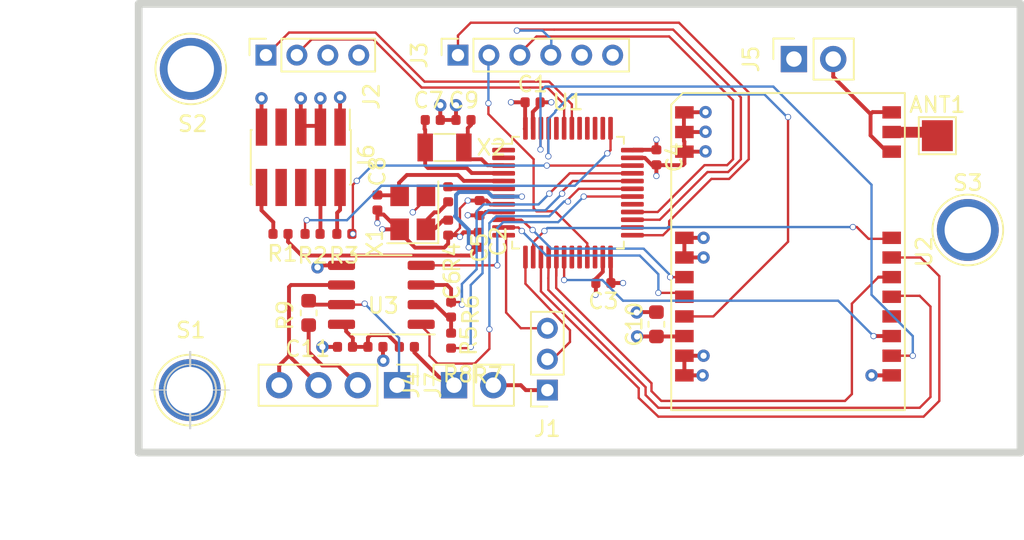
<source format=kicad_pcb>
(kicad_pcb (version 20171130) (host pcbnew 5.1.5-52549c5~84~ubuntu18.04.1)

  (general
    (thickness 1.6)
    (drawings 16)
    (tracks 498)
    (zones 0)
    (modules 36)
    (nets 57)
  )

  (page A4)
  (layers
    (0 F.Cu signal)
    (1 In1.Cu power)
    (2 In2.Cu power)
    (31 B.Cu signal)
    (32 B.Adhes user)
    (33 F.Adhes user)
    (34 B.Paste user)
    (35 F.Paste user)
    (36 B.SilkS user)
    (37 F.SilkS user)
    (38 B.Mask user)
    (39 F.Mask user)
    (40 Dwgs.User user)
    (41 Cmts.User user)
    (42 Eco1.User user)
    (43 Eco2.User user)
    (44 Edge.Cuts user)
    (45 Margin user)
    (46 B.CrtYd user)
    (47 F.CrtYd user)
    (48 B.Fab user)
    (49 F.Fab user)
  )

  (setup
    (last_trace_width 0.254)
    (user_trace_width 0.1524)
    (user_trace_width 0.2032)
    (user_trace_width 0.254)
    (trace_clearance 0.2)
    (zone_clearance 0.508)
    (zone_45_only no)
    (trace_min 0.15)
    (via_size 0.8)
    (via_drill 0.4)
    (via_min_size 0.4)
    (via_min_drill 0.3)
    (user_via 0.4 0.3)
    (uvia_size 0.3)
    (uvia_drill 0.1)
    (uvias_allowed no)
    (uvia_min_size 0.2)
    (uvia_min_drill 0.1)
    (edge_width 0.05)
    (segment_width 0.15)
    (pcb_text_width 0.3)
    (pcb_text_size 1.5 1.5)
    (mod_edge_width 0.12)
    (mod_text_size 1 1)
    (mod_text_width 0.15)
    (pad_size 1.524 1.524)
    (pad_drill 0.762)
    (pad_to_mask_clearance 0.051)
    (solder_mask_min_width 0.25)
    (aux_axis_origin 0 0)
    (grid_origin 194.5 137.7)
    (visible_elements FFFFEF7F)
    (pcbplotparams
      (layerselection 0x010fc_ffffffff)
      (usegerberextensions false)
      (usegerberattributes false)
      (usegerberadvancedattributes false)
      (creategerberjobfile false)
      (excludeedgelayer true)
      (linewidth 0.100000)
      (plotframeref false)
      (viasonmask false)
      (mode 1)
      (useauxorigin false)
      (hpglpennumber 1)
      (hpglpenspeed 20)
      (hpglpendiameter 15.000000)
      (psnegative false)
      (psa4output false)
      (plotreference true)
      (plotvalue true)
      (plotinvisibletext false)
      (padsonsilk false)
      (subtractmaskfromsilk false)
      (outputformat 1)
      (mirror false)
      (drillshape 1)
      (scaleselection 1)
      (outputdirectory ""))
  )

  (net 0 "")
  (net 1 GND)
  (net 2 /HSE_OUT)
  (net 3 /LSE_OUT)
  (net 4 /NRST)
  (net 5 /HSE_IN)
  (net 6 /LSE_IN)
  (net 7 /SWDCLK)
  (net 8 /SWDIO)
  (net 9 "Net-(R4-Pad2)")
  (net 10 "Net-(U1-Pad44)")
  (net 11 "Net-(U1-Pad41)")
  (net 12 "Net-(U1-Pad40)")
  (net 13 "Net-(U1-Pad39)")
  (net 14 "Net-(U1-Pad38)")
  (net 15 "Net-(U1-Pad29)")
  (net 16 /SPI2_MOSI)
  (net 17 /SPI2_MISO)
  (net 18 "Net-(U1-Pad26)")
  (net 19 /SPI2_NSS)
  (net 20 "Net-(U1-Pad22)")
  (net 21 /SPI2_SCK)
  (net 22 "Net-(U1-Pad20)")
  (net 23 "Net-(U1-Pad19)")
  (net 24 /SPI1_MOSI)
  (net 25 /SPI1_MISO)
  (net 26 /SPI1_SCK)
  (net 27 /SPI1_NSS)
  (net 28 /LPUART1_RX)
  (net 29 /LPUART1_TX)
  (net 30 "Net-(U1-Pad2)")
  (net 31 "Net-(U2-Pad15)")
  (net 32 /USART1_TX)
  (net 33 /USART1_RX)
  (net 34 "Net-(ANT1-Pad1)")
  (net 35 VDD)
  (net 36 "Net-(C11-Pad1)")
  (net 37 /I2C1_SDA)
  (net 38 /I2C1_SCL)
  (net 39 +5V)
  (net 40 "Net-(J6-Pad2)")
  (net 41 /LORA_DIO2)
  (net 42 /LORA_DIO1)
  (net 43 /USART1_DE)
  (net 44 /USART1_RE)
  (net 45 /LORA_BUSY)
  (net 46 /LORA_DE)
  (net 47 /LORA_RE)
  (net 48 "Net-(R5-Pad1)")
  (net 49 "Net-(J6-Pad10)")
  (net 50 "Net-(J6-Pad8)")
  (net 51 "Net-(J6-Pad7)")
  (net 52 "Net-(J6-Pad6)")
  (net 53 "Net-(J6-Pad4)")
  (net 54 "Net-(J7-Pad3)")
  (net 55 "Net-(J7-Pad2)")
  (net 56 "Net-(J7-Pad1)")

  (net_class Default "This is the default net class."
    (clearance 0.2)
    (trace_width 0.25)
    (via_dia 0.8)
    (via_drill 0.4)
    (uvia_dia 0.3)
    (uvia_drill 0.1)
    (add_net +5V)
    (add_net /HSE_IN)
    (add_net /HSE_OUT)
    (add_net /I2C1_SCL)
    (add_net /I2C1_SDA)
    (add_net /LORA_BUSY)
    (add_net /LORA_DE)
    (add_net /LORA_DIO1)
    (add_net /LORA_DIO2)
    (add_net /LORA_RE)
    (add_net /LPUART1_RX)
    (add_net /LPUART1_TX)
    (add_net /LSE_IN)
    (add_net /LSE_OUT)
    (add_net /NRST)
    (add_net /SPI1_MISO)
    (add_net /SPI1_MOSI)
    (add_net /SPI1_NSS)
    (add_net /SPI1_SCK)
    (add_net /SPI2_MISO)
    (add_net /SPI2_MOSI)
    (add_net /SPI2_NSS)
    (add_net /SPI2_SCK)
    (add_net /SWDCLK)
    (add_net /SWDIO)
    (add_net /USART1_DE)
    (add_net /USART1_RE)
    (add_net /USART1_RX)
    (add_net /USART1_TX)
    (add_net GND)
    (add_net "Net-(ANT1-Pad1)")
    (add_net "Net-(C11-Pad1)")
    (add_net "Net-(J6-Pad10)")
    (add_net "Net-(J6-Pad2)")
    (add_net "Net-(J6-Pad4)")
    (add_net "Net-(J6-Pad6)")
    (add_net "Net-(J6-Pad7)")
    (add_net "Net-(J6-Pad8)")
    (add_net "Net-(J7-Pad1)")
    (add_net "Net-(J7-Pad2)")
    (add_net "Net-(J7-Pad3)")
    (add_net "Net-(R4-Pad2)")
    (add_net "Net-(R5-Pad1)")
    (add_net "Net-(U1-Pad19)")
    (add_net "Net-(U1-Pad2)")
    (add_net "Net-(U1-Pad20)")
    (add_net "Net-(U1-Pad22)")
    (add_net "Net-(U1-Pad26)")
    (add_net "Net-(U1-Pad29)")
    (add_net "Net-(U1-Pad38)")
    (add_net "Net-(U1-Pad39)")
    (add_net "Net-(U1-Pad40)")
    (add_net "Net-(U1-Pad41)")
    (add_net "Net-(U1-Pad44)")
    (add_net "Net-(U2-Pad15)")
    (add_net VDD)
  )

  (module RF_Module:EBYTE-E22-XXXM22S (layer F.Cu) (tedit 5E36B0B3) (tstamp 5E59DACA)
    (at 236.474 124.714 180)
    (descr "CHENGDU EBYTE E22 22dBm series module")
    (tags "EBYTE E22 LoRa SX1268 SX1262 ")
    (path /5E2FFE8A)
    (attr smd)
    (fp_text reference U2 (at -8.8 0 90) (layer F.SilkS)
      (effects (font (size 1 1) (thickness 0.15)))
    )
    (fp_text value E22-900M22S (at 0.01 -0.04 90) (layer F.Fab)
      (effects (font (size 1 1) (thickness 0.15)))
    )
    (fp_line (start 6.8 10.25) (end 7.55 9.5) (layer F.SilkS) (width 0.12))
    (fp_line (start -7 9.8) (end -7 10) (layer F.CrtYd) (width 0.05))
    (fp_line (start 7 9.8) (end 7 10) (layer F.CrtYd) (width 0.05))
    (fp_line (start -7 1.7) (end -7 5.7) (layer F.CrtYd) (width 0.05))
    (fp_line (start 7 1.7) (end 7 5.7) (layer F.CrtYd) (width 0.05))
    (fp_line (start -7 -8.8) (end -7 -10) (layer F.CrtYd) (width 0.05))
    (fp_line (start 7 10) (end -7 10) (layer F.CrtYd) (width 0.05))
    (fp_line (start 7 -10) (end 7 -8.8) (layer F.CrtYd) (width 0.05))
    (fp_line (start -7 -10) (end 7 -10) (layer F.CrtYd) (width 0.05))
    (fp_line (start 6.8 10.25) (end -7.55 10.25) (layer F.SilkS) (width 0.12))
    (fp_line (start 7.55 -10.25) (end 7.55 9.5) (layer F.SilkS) (width 0.12))
    (fp_line (start -7.55 -10.25) (end 7.55 -10.25) (layer F.SilkS) (width 0.12))
    (fp_line (start -7.55 10.25) (end -7.55 -10.25) (layer F.SilkS) (width 0.12))
    (pad 11 smd rect (at 6.7 -8 180) (size 1.2 0.8) (layers F.Cu F.Paste F.Mask)
      (net 1 GND))
    (pad 22 smd rect (at -6.7 9 180) (size 1.2 0.8) (layers F.Cu F.Paste F.Mask)
      (net 1 GND))
    (pad 10 smd rect (at 6.7 -6.73 180) (size 1.2 0.8) (layers F.Cu F.Paste F.Mask)
      (net 1 GND))
    (pad 21 smd rect (at -6.7 7.73 180) (size 1.2 0.8) (layers F.Cu F.Paste F.Mask)
      (net 34 "Net-(ANT1-Pad1)"))
    (pad 9 smd rect (at 6.7 -5.46 180) (size 1.2 0.8) (layers F.Cu F.Paste F.Mask)
      (net 35 VDD))
    (pad 20 smd rect (at -6.7 6.46 180) (size 1.2 0.8) (layers F.Cu F.Paste F.Mask)
      (net 1 GND))
    (pad 8 smd rect (at 6.7 -4.19 180) (size 1.2 0.8) (layers F.Cu F.Paste F.Mask)
      (net 42 /LORA_DIO1))
    (pad 19 smd rect (at -6.7 0.89 180) (size 1.2 0.8) (layers F.Cu F.Paste F.Mask)
      (net 27 /SPI1_NSS))
    (pad 7 smd rect (at 6.7 -2.92 180) (size 1.2 0.8) (layers F.Cu F.Paste F.Mask)
      (net 46 /LORA_DE))
    (pad 18 smd rect (at -6.7 -0.38 180) (size 1.2 0.8) (layers F.Cu F.Paste F.Mask)
      (net 26 /SPI1_SCK))
    (pad 6 smd rect (at 6.7 -1.65 180) (size 1.2 0.8) (layers F.Cu F.Paste F.Mask)
      (net 47 /LORA_RE))
    (pad 17 smd rect (at -6.7 -1.65 180) (size 1.2 0.8) (layers F.Cu F.Paste F.Mask)
      (net 24 /SPI1_MOSI))
    (pad 5 smd rect (at 6.7 -0.38 180) (size 1.2 0.8) (layers F.Cu F.Paste F.Mask)
      (net 1 GND))
    (pad 16 smd rect (at -6.7 -2.92 180) (size 1.2 0.8) (layers F.Cu F.Paste F.Mask)
      (net 25 /SPI1_MISO))
    (pad 4 smd rect (at 6.7 0.89 180) (size 1.2 0.8) (layers F.Cu F.Paste F.Mask)
      (net 1 GND))
    (pad 15 smd rect (at -6.7 -4.19 180) (size 1.2 0.8) (layers F.Cu F.Paste F.Mask)
      (net 31 "Net-(U2-Pad15)"))
    (pad 3 smd rect (at 6.7 6.46 180) (size 1.2 0.8) (layers F.Cu F.Paste F.Mask)
      (net 1 GND))
    (pad 14 smd rect (at -6.7 -5.46 180) (size 1.2 0.8) (layers F.Cu F.Paste F.Mask)
      (net 45 /LORA_BUSY))
    (pad 2 smd rect (at 6.7 7.73 180) (size 1.2 0.8) (layers F.Cu F.Paste F.Mask)
      (net 1 GND))
    (pad 13 smd rect (at -6.7 -6.73 180) (size 1.2 0.8) (layers F.Cu F.Paste F.Mask)
      (net 41 /LORA_DIO2))
    (pad 1 smd rect (at 6.7 9 180) (size 1.2 0.8) (layers F.Cu F.Paste F.Mask)
      (net 1 GND))
    (pad 12 smd rect (at -6.7 -8 180) (size 1.2 0.8) (layers F.Cu F.Paste F.Mask)
      (net 1 GND))
  )

  (module TestPoint:TestPoint_Plated_Hole_D3.0mm (layer F.Cu) (tedit 5A0F774F) (tstamp 5E5A8455)
    (at 197.8025 133.6675)
    (descr "Plated Hole as test Point, diameter 3.0mm")
    (tags "test point plated hole")
    (path /5E7823B7)
    (attr virtual)
    (fp_text reference S1 (at 0.0635 -3.8735) (layer F.SilkS)
      (effects (font (size 1 1) (thickness 0.15)))
    )
    (fp_text value S4 (at 0 3) (layer F.Fab)
      (effects (font (size 1 1) (thickness 0.15)))
    )
    (fp_circle (center 0 0) (end 0 -2.286) (layer F.SilkS) (width 0.12))
    (fp_circle (center 0 0) (end 2.5 0) (layer F.CrtYd) (width 0.05))
    (fp_text user %R (at 0 -3.05) (layer F.Fab)
      (effects (font (size 1 1) (thickness 0.15)))
    )
    (pad 1 thru_hole circle (at 0 0) (size 4 4) (drill 3) (layers *.Cu *.Mask)
      (net 1 GND))
  )

  (module TestPoint:TestPoint_Plated_Hole_D3.0mm (layer F.Cu) (tedit 5A0F774F) (tstamp 5E5A844D)
    (at 248.0945 123.317)
    (descr "Plated Hole as test Point, diameter 3.0mm")
    (tags "test point plated hole")
    (path /5E778713)
    (attr virtual)
    (fp_text reference S3 (at 0 -3.048) (layer F.SilkS)
      (effects (font (size 1 1) (thickness 0.15)))
    )
    (fp_text value S3 (at 0 3) (layer F.Fab)
      (effects (font (size 1 1) (thickness 0.15)))
    )
    (fp_circle (center 0 0) (end 0 -2.286) (layer F.SilkS) (width 0.12))
    (fp_circle (center 0 0) (end 2.5 0) (layer F.CrtYd) (width 0.05))
    (fp_text user %R (at 0 -3.05) (layer F.Fab)
      (effects (font (size 1 1) (thickness 0.15)))
    )
    (pad 1 thru_hole circle (at 0 0) (size 4 4) (drill 3) (layers *.Cu *.Mask)
      (net 1 GND))
  )

  (module TestPoint:TestPoint_Plated_Hole_D3.0mm (layer F.Cu) (tedit 5A0F774F) (tstamp 5E5A8E30)
    (at 197.866 112.903)
    (descr "Plated Hole as test Point, diameter 3.0mm")
    (tags "test point plated hole")
    (path /5E76EA02)
    (attr virtual)
    (fp_text reference S2 (at 0.127 3.556) (layer F.SilkS)
      (effects (font (size 1 1) (thickness 0.15)))
    )
    (fp_text value S2 (at 0 3) (layer F.Fab)
      (effects (font (size 1 1) (thickness 0.15)))
    )
    (fp_circle (center 0 0) (end 0 -2.286) (layer F.SilkS) (width 0.12))
    (fp_circle (center 0 0) (end 2.5 0) (layer F.CrtYd) (width 0.05))
    (fp_text user %R (at 0 -3.05) (layer F.Fab)
      (effects (font (size 1 1) (thickness 0.15)))
    )
    (pad 1 thru_hole circle (at 0 0) (size 4 4) (drill 3) (layers *.Cu *.Mask)
      (net 1 GND))
  )

  (module Connector_PinHeader_2.54mm:PinHeader_1x04_P2.54mm_Vertical (layer F.Cu) (tedit 59FED5CC) (tstamp 5E599EE1)
    (at 211.201 133.35 270)
    (descr "Through hole straight pin header, 1x04, 2.54mm pitch, single row")
    (tags "Through hole pin header THT 1x04 2.54mm single row")
    (path /5E5F9B5B)
    (fp_text reference J7 (at 0 -2.33 90) (layer F.SilkS)
      (effects (font (size 1 1) (thickness 0.15)))
    )
    (fp_text value RS485 (at 0.254 -3.81 90) (layer F.Fab)
      (effects (font (size 1 1) (thickness 0.15)))
    )
    (fp_text user %R (at 0 3.81) (layer F.Fab)
      (effects (font (size 1 1) (thickness 0.15)))
    )
    (fp_line (start 1.8 -1.8) (end -1.8 -1.8) (layer F.CrtYd) (width 0.05))
    (fp_line (start 1.8 9.4) (end 1.8 -1.8) (layer F.CrtYd) (width 0.05))
    (fp_line (start -1.8 9.4) (end 1.8 9.4) (layer F.CrtYd) (width 0.05))
    (fp_line (start -1.8 -1.8) (end -1.8 9.4) (layer F.CrtYd) (width 0.05))
    (fp_line (start -1.33 -1.33) (end 0 -1.33) (layer F.SilkS) (width 0.12))
    (fp_line (start -1.33 0) (end -1.33 -1.33) (layer F.SilkS) (width 0.12))
    (fp_line (start -1.33 1.27) (end 1.33 1.27) (layer F.SilkS) (width 0.12))
    (fp_line (start 1.33 1.27) (end 1.33 8.95) (layer F.SilkS) (width 0.12))
    (fp_line (start -1.33 1.27) (end -1.33 8.95) (layer F.SilkS) (width 0.12))
    (fp_line (start -1.33 8.95) (end 1.33 8.95) (layer F.SilkS) (width 0.12))
    (fp_line (start -1.27 -0.635) (end -0.635 -1.27) (layer F.Fab) (width 0.1))
    (fp_line (start -1.27 8.89) (end -1.27 -0.635) (layer F.Fab) (width 0.1))
    (fp_line (start 1.27 8.89) (end -1.27 8.89) (layer F.Fab) (width 0.1))
    (fp_line (start 1.27 -1.27) (end 1.27 8.89) (layer F.Fab) (width 0.1))
    (fp_line (start -0.635 -1.27) (end 1.27 -1.27) (layer F.Fab) (width 0.1))
    (pad 4 thru_hole oval (at 0 7.62 270) (size 1.7 1.7) (drill 1) (layers *.Cu *.Mask)
      (net 54 "Net-(J7-Pad3)"))
    (pad 3 thru_hole oval (at 0 5.08 270) (size 1.7 1.7) (drill 1) (layers *.Cu *.Mask)
      (net 54 "Net-(J7-Pad3)"))
    (pad 2 thru_hole oval (at 0 2.54 270) (size 1.7 1.7) (drill 1) (layers *.Cu *.Mask)
      (net 55 "Net-(J7-Pad2)"))
    (pad 1 thru_hole rect (at 0 0 270) (size 1.7 1.7) (drill 1) (layers *.Cu *.Mask)
      (net 56 "Net-(J7-Pad1)"))
    (model ${KISYS3DMOD}/Connector_PinHeader_2.54mm.3dshapes/PinHeader_1x04_P2.54mm_Vertical.wrl
      (at (xyz 0 0 0))
      (scale (xyz 1 1 1))
      (rotate (xyz 0 0 0))
    )
  )

  (module Resistor_SMD:R_0402_1005Metric (layer F.Cu) (tedit 5B301BBD) (tstamp 5E3715CC)
    (at 214.503 121.008 90)
    (descr "Resistor SMD 0402 (1005 Metric), square (rectangular) end terminal, IPC_7351 nominal, (Body size source: http://www.tortai-tech.com/upload/download/2011102023233369053.pdf), generated with kicad-footprint-generator")
    (tags resistor)
    (path /5E4422EF)
    (attr smd)
    (fp_text reference R4 (at -4.087 0.254 90) (layer F.SilkS)
      (effects (font (size 1 1) (thickness 0.15)))
    )
    (fp_text value 220 (at 0 1.17 90) (layer F.Fab)
      (effects (font (size 1 1) (thickness 0.15)))
    )
    (fp_line (start -0.5 0.25) (end -0.5 -0.25) (layer F.Fab) (width 0.1))
    (fp_line (start -0.5 -0.25) (end 0.5 -0.25) (layer F.Fab) (width 0.1))
    (fp_line (start 0.5 -0.25) (end 0.5 0.25) (layer F.Fab) (width 0.1))
    (fp_line (start 0.5 0.25) (end -0.5 0.25) (layer F.Fab) (width 0.1))
    (fp_line (start -0.93 0.47) (end -0.93 -0.47) (layer F.CrtYd) (width 0.05))
    (fp_line (start -0.93 -0.47) (end 0.93 -0.47) (layer F.CrtYd) (width 0.05))
    (fp_line (start 0.93 -0.47) (end 0.93 0.47) (layer F.CrtYd) (width 0.05))
    (fp_line (start 0.93 0.47) (end -0.93 0.47) (layer F.CrtYd) (width 0.05))
    (fp_text user %R (at 0 0) (layer F.Fab)
      (effects (font (size 0.25 0.25) (thickness 0.04)))
    )
    (pad 1 smd roundrect (at -0.485 0 90) (size 0.59 0.64) (layers F.Cu F.Paste F.Mask) (roundrect_rratio 0.25)
      (net 2 /HSE_OUT))
    (pad 2 smd roundrect (at 0.485 0 90) (size 0.59 0.64) (layers F.Cu F.Paste F.Mask) (roundrect_rratio 0.25)
      (net 9 "Net-(R4-Pad2)"))
    (model ${KISYS3DMOD}/Resistor_SMD.3dshapes/R_0402_1005Metric.wrl
      (at (xyz 0 0 0))
      (scale (xyz 1 1 1))
      (rotate (xyz 0 0 0))
    )
  )

  (module Package_QFP:LQFP-48_7x7mm_P0.5mm (layer F.Cu) (tedit 5D9F72AF) (tstamp 5E372951)
    (at 222.25 120.904)
    (descr "LQFP, 48 Pin (https://www.analog.com/media/en/technical-documentation/data-sheets/ltc2358-16.pdf), generated with kicad-footprint-generator ipc_gullwing_generator.py")
    (tags "LQFP QFP")
    (path /5E2EDDDE)
    (attr smd)
    (fp_text reference U1 (at 0 -5.85) (layer F.SilkS)
      (effects (font (size 1 1) (thickness 0.15)))
    )
    (fp_text value STM32L071CBTx (at 0 5.85) (layer F.Fab)
      (effects (font (size 1 1) (thickness 0.15)))
    )
    (fp_text user %R (at 0 0) (layer F.Fab)
      (effects (font (size 1 1) (thickness 0.15)))
    )
    (fp_line (start 5.15 3.15) (end 5.15 0) (layer F.CrtYd) (width 0.05))
    (fp_line (start 3.75 3.15) (end 5.15 3.15) (layer F.CrtYd) (width 0.05))
    (fp_line (start 3.75 3.75) (end 3.75 3.15) (layer F.CrtYd) (width 0.05))
    (fp_line (start 3.15 3.75) (end 3.75 3.75) (layer F.CrtYd) (width 0.05))
    (fp_line (start 3.15 5.15) (end 3.15 3.75) (layer F.CrtYd) (width 0.05))
    (fp_line (start 0 5.15) (end 3.15 5.15) (layer F.CrtYd) (width 0.05))
    (fp_line (start -5.15 3.15) (end -5.15 0) (layer F.CrtYd) (width 0.05))
    (fp_line (start -3.75 3.15) (end -5.15 3.15) (layer F.CrtYd) (width 0.05))
    (fp_line (start -3.75 3.75) (end -3.75 3.15) (layer F.CrtYd) (width 0.05))
    (fp_line (start -3.15 3.75) (end -3.75 3.75) (layer F.CrtYd) (width 0.05))
    (fp_line (start -3.15 5.15) (end -3.15 3.75) (layer F.CrtYd) (width 0.05))
    (fp_line (start 0 5.15) (end -3.15 5.15) (layer F.CrtYd) (width 0.05))
    (fp_line (start 5.15 -3.15) (end 5.15 0) (layer F.CrtYd) (width 0.05))
    (fp_line (start 3.75 -3.15) (end 5.15 -3.15) (layer F.CrtYd) (width 0.05))
    (fp_line (start 3.75 -3.75) (end 3.75 -3.15) (layer F.CrtYd) (width 0.05))
    (fp_line (start 3.15 -3.75) (end 3.75 -3.75) (layer F.CrtYd) (width 0.05))
    (fp_line (start 3.15 -5.15) (end 3.15 -3.75) (layer F.CrtYd) (width 0.05))
    (fp_line (start 0 -5.15) (end 3.15 -5.15) (layer F.CrtYd) (width 0.05))
    (fp_line (start -5.15 -3.15) (end -5.15 0) (layer F.CrtYd) (width 0.05))
    (fp_line (start -3.75 -3.15) (end -5.15 -3.15) (layer F.CrtYd) (width 0.05))
    (fp_line (start -3.75 -3.75) (end -3.75 -3.15) (layer F.CrtYd) (width 0.05))
    (fp_line (start -3.15 -3.75) (end -3.75 -3.75) (layer F.CrtYd) (width 0.05))
    (fp_line (start -3.15 -5.15) (end -3.15 -3.75) (layer F.CrtYd) (width 0.05))
    (fp_line (start 0 -5.15) (end -3.15 -5.15) (layer F.CrtYd) (width 0.05))
    (fp_line (start -3.5 -2.5) (end -2.5 -3.5) (layer F.Fab) (width 0.1))
    (fp_line (start -3.5 3.5) (end -3.5 -2.5) (layer F.Fab) (width 0.1))
    (fp_line (start 3.5 3.5) (end -3.5 3.5) (layer F.Fab) (width 0.1))
    (fp_line (start 3.5 -3.5) (end 3.5 3.5) (layer F.Fab) (width 0.1))
    (fp_line (start -2.5 -3.5) (end 3.5 -3.5) (layer F.Fab) (width 0.1))
    (fp_line (start -3.61 -3.16) (end -4.9 -3.16) (layer F.SilkS) (width 0.12))
    (fp_line (start -3.61 -3.61) (end -3.61 -3.16) (layer F.SilkS) (width 0.12))
    (fp_line (start -3.16 -3.61) (end -3.61 -3.61) (layer F.SilkS) (width 0.12))
    (fp_line (start 3.61 -3.61) (end 3.61 -3.16) (layer F.SilkS) (width 0.12))
    (fp_line (start 3.16 -3.61) (end 3.61 -3.61) (layer F.SilkS) (width 0.12))
    (fp_line (start -3.61 3.61) (end -3.61 3.16) (layer F.SilkS) (width 0.12))
    (fp_line (start -3.16 3.61) (end -3.61 3.61) (layer F.SilkS) (width 0.12))
    (fp_line (start 3.61 3.61) (end 3.61 3.16) (layer F.SilkS) (width 0.12))
    (fp_line (start 3.16 3.61) (end 3.61 3.61) (layer F.SilkS) (width 0.12))
    (pad 48 smd roundrect (at -2.75 -4.1625) (size 0.3 1.475) (layers F.Cu F.Paste F.Mask) (roundrect_rratio 0.25)
      (net 35 VDD))
    (pad 47 smd roundrect (at -2.25 -4.1625) (size 0.3 1.475) (layers F.Cu F.Paste F.Mask) (roundrect_rratio 0.25)
      (net 1 GND))
    (pad 46 smd roundrect (at -1.75 -4.1625) (size 0.3 1.475) (layers F.Cu F.Paste F.Mask) (roundrect_rratio 0.25)
      (net 41 /LORA_DIO2))
    (pad 45 smd roundrect (at -1.25 -4.1625) (size 0.3 1.475) (layers F.Cu F.Paste F.Mask) (roundrect_rratio 0.25)
      (net 42 /LORA_DIO1))
    (pad 44 smd roundrect (at -0.75 -4.1625) (size 0.3 1.475) (layers F.Cu F.Paste F.Mask) (roundrect_rratio 0.25)
      (net 10 "Net-(U1-Pad44)"))
    (pad 43 smd roundrect (at -0.25 -4.1625) (size 0.3 1.475) (layers F.Cu F.Paste F.Mask) (roundrect_rratio 0.25)
      (net 37 /I2C1_SDA))
    (pad 42 smd roundrect (at 0.25 -4.1625) (size 0.3 1.475) (layers F.Cu F.Paste F.Mask) (roundrect_rratio 0.25)
      (net 38 /I2C1_SCL))
    (pad 41 smd roundrect (at 0.75 -4.1625) (size 0.3 1.475) (layers F.Cu F.Paste F.Mask) (roundrect_rratio 0.25)
      (net 11 "Net-(U1-Pad41)"))
    (pad 40 smd roundrect (at 1.25 -4.1625) (size 0.3 1.475) (layers F.Cu F.Paste F.Mask) (roundrect_rratio 0.25)
      (net 12 "Net-(U1-Pad40)"))
    (pad 39 smd roundrect (at 1.75 -4.1625) (size 0.3 1.475) (layers F.Cu F.Paste F.Mask) (roundrect_rratio 0.25)
      (net 13 "Net-(U1-Pad39)"))
    (pad 38 smd roundrect (at 2.25 -4.1625) (size 0.3 1.475) (layers F.Cu F.Paste F.Mask) (roundrect_rratio 0.25)
      (net 14 "Net-(U1-Pad38)"))
    (pad 37 smd roundrect (at 2.75 -4.1625) (size 0.3 1.475) (layers F.Cu F.Paste F.Mask) (roundrect_rratio 0.25)
      (net 7 /SWDCLK))
    (pad 36 smd roundrect (at 4.1625 -2.75) (size 1.475 0.3) (layers F.Cu F.Paste F.Mask) (roundrect_rratio 0.25)
      (net 35 VDD))
    (pad 35 smd roundrect (at 4.1625 -2.25) (size 1.475 0.3) (layers F.Cu F.Paste F.Mask) (roundrect_rratio 0.25)
      (net 1 GND))
    (pad 34 smd roundrect (at 4.1625 -1.75) (size 1.475 0.3) (layers F.Cu F.Paste F.Mask) (roundrect_rratio 0.25)
      (net 8 /SWDIO))
    (pad 33 smd roundrect (at 4.1625 -1.25) (size 1.475 0.3) (layers F.Cu F.Paste F.Mask) (roundrect_rratio 0.25)
      (net 43 /USART1_DE))
    (pad 32 smd roundrect (at 4.1625 -0.75) (size 1.475 0.3) (layers F.Cu F.Paste F.Mask) (roundrect_rratio 0.25)
      (net 44 /USART1_RE))
    (pad 31 smd roundrect (at 4.1625 -0.25) (size 1.475 0.3) (layers F.Cu F.Paste F.Mask) (roundrect_rratio 0.25)
      (net 33 /USART1_RX))
    (pad 30 smd roundrect (at 4.1625 0.25) (size 1.475 0.3) (layers F.Cu F.Paste F.Mask) (roundrect_rratio 0.25)
      (net 32 /USART1_TX))
    (pad 29 smd roundrect (at 4.1625 0.75) (size 1.475 0.3) (layers F.Cu F.Paste F.Mask) (roundrect_rratio 0.25)
      (net 15 "Net-(U1-Pad29)"))
    (pad 28 smd roundrect (at 4.1625 1.25) (size 1.475 0.3) (layers F.Cu F.Paste F.Mask) (roundrect_rratio 0.25)
      (net 16 /SPI2_MOSI))
    (pad 27 smd roundrect (at 4.1625 1.75) (size 1.475 0.3) (layers F.Cu F.Paste F.Mask) (roundrect_rratio 0.25)
      (net 17 /SPI2_MISO))
    (pad 26 smd roundrect (at 4.1625 2.25) (size 1.475 0.3) (layers F.Cu F.Paste F.Mask) (roundrect_rratio 0.25)
      (net 18 "Net-(U1-Pad26)"))
    (pad 25 smd roundrect (at 4.1625 2.75) (size 1.475 0.3) (layers F.Cu F.Paste F.Mask) (roundrect_rratio 0.25)
      (net 19 /SPI2_NSS))
    (pad 24 smd roundrect (at 2.75 4.1625) (size 0.3 1.475) (layers F.Cu F.Paste F.Mask) (roundrect_rratio 0.25)
      (net 35 VDD))
    (pad 23 smd roundrect (at 2.25 4.1625) (size 0.3 1.475) (layers F.Cu F.Paste F.Mask) (roundrect_rratio 0.25)
      (net 1 GND))
    (pad 22 smd roundrect (at 1.75 4.1625) (size 0.3 1.475) (layers F.Cu F.Paste F.Mask) (roundrect_rratio 0.25)
      (net 20 "Net-(U1-Pad22)"))
    (pad 21 smd roundrect (at 1.25 4.1625) (size 0.3 1.475) (layers F.Cu F.Paste F.Mask) (roundrect_rratio 0.25)
      (net 21 /SPI2_SCK))
    (pad 20 smd roundrect (at 0.75 4.1625) (size 0.3 1.475) (layers F.Cu F.Paste F.Mask) (roundrect_rratio 0.25)
      (net 22 "Net-(U1-Pad20)"))
    (pad 19 smd roundrect (at 0.25 4.1625) (size 0.3 1.475) (layers F.Cu F.Paste F.Mask) (roundrect_rratio 0.25)
      (net 23 "Net-(U1-Pad19)"))
    (pad 18 smd roundrect (at -0.25 4.1625) (size 0.3 1.475) (layers F.Cu F.Paste F.Mask) (roundrect_rratio 0.25)
      (net 45 /LORA_BUSY))
    (pad 17 smd roundrect (at -0.75 4.1625) (size 0.3 1.475) (layers F.Cu F.Paste F.Mask) (roundrect_rratio 0.25)
      (net 24 /SPI1_MOSI))
    (pad 16 smd roundrect (at -1.25 4.1625) (size 0.3 1.475) (layers F.Cu F.Paste F.Mask) (roundrect_rratio 0.25)
      (net 25 /SPI1_MISO))
    (pad 15 smd roundrect (at -1.75 4.1625) (size 0.3 1.475) (layers F.Cu F.Paste F.Mask) (roundrect_rratio 0.25)
      (net 26 /SPI1_SCK))
    (pad 14 smd roundrect (at -2.25 4.1625) (size 0.3 1.475) (layers F.Cu F.Paste F.Mask) (roundrect_rratio 0.25)
      (net 27 /SPI1_NSS))
    (pad 13 smd roundrect (at -2.75 4.1625) (size 0.3 1.475) (layers F.Cu F.Paste F.Mask) (roundrect_rratio 0.25)
      (net 28 /LPUART1_RX))
    (pad 12 smd roundrect (at -4.1625 2.75) (size 1.475 0.3) (layers F.Cu F.Paste F.Mask) (roundrect_rratio 0.25)
      (net 29 /LPUART1_TX))
    (pad 11 smd roundrect (at -4.1625 2.25) (size 1.475 0.3) (layers F.Cu F.Paste F.Mask) (roundrect_rratio 0.25)
      (net 46 /LORA_DE))
    (pad 10 smd roundrect (at -4.1625 1.75) (size 1.475 0.3) (layers F.Cu F.Paste F.Mask) (roundrect_rratio 0.25)
      (net 47 /LORA_RE))
    (pad 9 smd roundrect (at -4.1625 1.25) (size 1.475 0.3) (layers F.Cu F.Paste F.Mask) (roundrect_rratio 0.25)
      (net 35 VDD))
    (pad 8 smd roundrect (at -4.1625 0.75) (size 1.475 0.3) (layers F.Cu F.Paste F.Mask) (roundrect_rratio 0.25)
      (net 1 GND))
    (pad 7 smd roundrect (at -4.1625 0.25) (size 1.475 0.3) (layers F.Cu F.Paste F.Mask) (roundrect_rratio 0.25)
      (net 4 /NRST))
    (pad 6 smd roundrect (at -4.1625 -0.25) (size 1.475 0.3) (layers F.Cu F.Paste F.Mask) (roundrect_rratio 0.25)
      (net 9 "Net-(R4-Pad2)"))
    (pad 5 smd roundrect (at -4.1625 -0.75) (size 1.475 0.3) (layers F.Cu F.Paste F.Mask) (roundrect_rratio 0.25)
      (net 5 /HSE_IN))
    (pad 4 smd roundrect (at -4.1625 -1.25) (size 1.475 0.3) (layers F.Cu F.Paste F.Mask) (roundrect_rratio 0.25)
      (net 3 /LSE_OUT))
    (pad 3 smd roundrect (at -4.1625 -1.75) (size 1.475 0.3) (layers F.Cu F.Paste F.Mask) (roundrect_rratio 0.25)
      (net 6 /LSE_IN))
    (pad 2 smd roundrect (at -4.1625 -2.25) (size 1.475 0.3) (layers F.Cu F.Paste F.Mask) (roundrect_rratio 0.25)
      (net 30 "Net-(U1-Pad2)"))
    (pad 1 smd roundrect (at -4.1625 -2.75) (size 1.475 0.3) (layers F.Cu F.Paste F.Mask) (roundrect_rratio 0.25)
      (net 35 VDD))
    (model ${KISYS3DMOD}/Package_QFP.3dshapes/LQFP-48_7x7mm_P0.5mm.wrl
      (at (xyz 0 0 0))
      (scale (xyz 1 1 1))
      (rotate (xyz 0 0 0))
    )
  )

  (module Capacitor_SMD:C_0402_1005Metric (layer F.Cu) (tedit 5B301BBE) (tstamp 5E5A9D66)
    (at 216.4715 123.952 90)
    (descr "Capacitor SMD 0402 (1005 Metric), square (rectangular) end terminal, IPC_7351 nominal, (Body size source: http://www.tortai-tech.com/upload/download/2011102023233369053.pdf), generated with kicad-footprint-generator")
    (tags capacitor)
    (path /5E490FD8)
    (attr smd)
    (fp_text reference C2 (at -0.104 1.27 90) (layer F.SilkS)
      (effects (font (size 1 1) (thickness 0.15)))
    )
    (fp_text value 100nF (at 0 1.17 90) (layer F.Fab)
      (effects (font (size 1 1) (thickness 0.15)))
    )
    (fp_text user %R (at 0 0 90) (layer F.Fab)
      (effects (font (size 0.25 0.25) (thickness 0.04)))
    )
    (fp_line (start 0.93 0.47) (end -0.93 0.47) (layer F.CrtYd) (width 0.05))
    (fp_line (start 0.93 -0.47) (end 0.93 0.47) (layer F.CrtYd) (width 0.05))
    (fp_line (start -0.93 -0.47) (end 0.93 -0.47) (layer F.CrtYd) (width 0.05))
    (fp_line (start -0.93 0.47) (end -0.93 -0.47) (layer F.CrtYd) (width 0.05))
    (fp_line (start 0.5 0.25) (end -0.5 0.25) (layer F.Fab) (width 0.1))
    (fp_line (start 0.5 -0.25) (end 0.5 0.25) (layer F.Fab) (width 0.1))
    (fp_line (start -0.5 -0.25) (end 0.5 -0.25) (layer F.Fab) (width 0.1))
    (fp_line (start -0.5 0.25) (end -0.5 -0.25) (layer F.Fab) (width 0.1))
    (pad 2 smd roundrect (at 0.485 0 90) (size 0.59 0.64) (layers F.Cu F.Paste F.Mask) (roundrect_rratio 0.25)
      (net 1 GND))
    (pad 1 smd roundrect (at -0.485 0 90) (size 0.59 0.64) (layers F.Cu F.Paste F.Mask) (roundrect_rratio 0.25)
      (net 4 /NRST))
    (model ${KISYS3DMOD}/Capacitor_SMD.3dshapes/C_0402_1005Metric.wrl
      (at (xyz 0 0 0))
      (scale (xyz 1 1 1))
      (rotate (xyz 0 0 0))
    )
  )

  (module Connector_PinHeader_1.27mm:PinHeader_2x05_P1.27mm_Vertical_SMD (layer F.Cu) (tedit 59FED6E3) (tstamp 5E5ADDC8)
    (at 204.978 118.618 270)
    (descr "surface-mounted straight pin header, 2x05, 1.27mm pitch, double rows")
    (tags "Surface mounted pin header SMD 2x05 1.27mm double row")
    (path /5E30DD81)
    (attr smd)
    (fp_text reference J6 (at 0 -4.235 90) (layer F.SilkS)
      (effects (font (size 1 1) (thickness 0.15)))
    )
    (fp_text value SWD (at 0 4.235 90) (layer F.Fab)
      (effects (font (size 1 1) (thickness 0.15)))
    )
    (fp_text user %R (at 0 0 90) (layer F.Fab)
      (effects (font (size 1 1) (thickness 0.15)))
    )
    (fp_line (start 4.3 -3.7) (end -4.3 -3.7) (layer F.CrtYd) (width 0.05))
    (fp_line (start 4.3 3.7) (end 4.3 -3.7) (layer F.CrtYd) (width 0.05))
    (fp_line (start -4.3 3.7) (end 4.3 3.7) (layer F.CrtYd) (width 0.05))
    (fp_line (start -4.3 -3.7) (end -4.3 3.7) (layer F.CrtYd) (width 0.05))
    (fp_line (start 1.765 3.17) (end 1.765 3.235) (layer F.SilkS) (width 0.12))
    (fp_line (start -1.765 3.17) (end -1.765 3.235) (layer F.SilkS) (width 0.12))
    (fp_line (start 1.765 -3.235) (end 1.765 -3.17) (layer F.SilkS) (width 0.12))
    (fp_line (start -1.765 -3.235) (end -1.765 -3.17) (layer F.SilkS) (width 0.12))
    (fp_line (start -3.09 -3.17) (end -1.765 -3.17) (layer F.SilkS) (width 0.12))
    (fp_line (start -1.765 3.235) (end 1.765 3.235) (layer F.SilkS) (width 0.12))
    (fp_line (start -1.765 -3.235) (end 1.765 -3.235) (layer F.SilkS) (width 0.12))
    (fp_line (start 2.75 2.74) (end 1.705 2.74) (layer F.Fab) (width 0.1))
    (fp_line (start 2.75 2.34) (end 2.75 2.74) (layer F.Fab) (width 0.1))
    (fp_line (start 1.705 2.34) (end 2.75 2.34) (layer F.Fab) (width 0.1))
    (fp_line (start -2.75 2.74) (end -1.705 2.74) (layer F.Fab) (width 0.1))
    (fp_line (start -2.75 2.34) (end -2.75 2.74) (layer F.Fab) (width 0.1))
    (fp_line (start -1.705 2.34) (end -2.75 2.34) (layer F.Fab) (width 0.1))
    (fp_line (start 2.75 1.47) (end 1.705 1.47) (layer F.Fab) (width 0.1))
    (fp_line (start 2.75 1.07) (end 2.75 1.47) (layer F.Fab) (width 0.1))
    (fp_line (start 1.705 1.07) (end 2.75 1.07) (layer F.Fab) (width 0.1))
    (fp_line (start -2.75 1.47) (end -1.705 1.47) (layer F.Fab) (width 0.1))
    (fp_line (start -2.75 1.07) (end -2.75 1.47) (layer F.Fab) (width 0.1))
    (fp_line (start -1.705 1.07) (end -2.75 1.07) (layer F.Fab) (width 0.1))
    (fp_line (start 2.75 0.2) (end 1.705 0.2) (layer F.Fab) (width 0.1))
    (fp_line (start 2.75 -0.2) (end 2.75 0.2) (layer F.Fab) (width 0.1))
    (fp_line (start 1.705 -0.2) (end 2.75 -0.2) (layer F.Fab) (width 0.1))
    (fp_line (start -2.75 0.2) (end -1.705 0.2) (layer F.Fab) (width 0.1))
    (fp_line (start -2.75 -0.2) (end -2.75 0.2) (layer F.Fab) (width 0.1))
    (fp_line (start -1.705 -0.2) (end -2.75 -0.2) (layer F.Fab) (width 0.1))
    (fp_line (start 2.75 -1.07) (end 1.705 -1.07) (layer F.Fab) (width 0.1))
    (fp_line (start 2.75 -1.47) (end 2.75 -1.07) (layer F.Fab) (width 0.1))
    (fp_line (start 1.705 -1.47) (end 2.75 -1.47) (layer F.Fab) (width 0.1))
    (fp_line (start -2.75 -1.07) (end -1.705 -1.07) (layer F.Fab) (width 0.1))
    (fp_line (start -2.75 -1.47) (end -2.75 -1.07) (layer F.Fab) (width 0.1))
    (fp_line (start -1.705 -1.47) (end -2.75 -1.47) (layer F.Fab) (width 0.1))
    (fp_line (start 2.75 -2.34) (end 1.705 -2.34) (layer F.Fab) (width 0.1))
    (fp_line (start 2.75 -2.74) (end 2.75 -2.34) (layer F.Fab) (width 0.1))
    (fp_line (start 1.705 -2.74) (end 2.75 -2.74) (layer F.Fab) (width 0.1))
    (fp_line (start -2.75 -2.34) (end -1.705 -2.34) (layer F.Fab) (width 0.1))
    (fp_line (start -2.75 -2.74) (end -2.75 -2.34) (layer F.Fab) (width 0.1))
    (fp_line (start -1.705 -2.74) (end -2.75 -2.74) (layer F.Fab) (width 0.1))
    (fp_line (start 1.705 -3.175) (end 1.705 3.175) (layer F.Fab) (width 0.1))
    (fp_line (start -1.705 -2.74) (end -1.27 -3.175) (layer F.Fab) (width 0.1))
    (fp_line (start -1.705 3.175) (end -1.705 -2.74) (layer F.Fab) (width 0.1))
    (fp_line (start -1.27 -3.175) (end 1.705 -3.175) (layer F.Fab) (width 0.1))
    (fp_line (start 1.705 3.175) (end -1.705 3.175) (layer F.Fab) (width 0.1))
    (pad 10 smd rect (at 1.95 2.54 270) (size 2.4 0.74) (layers F.Cu F.Paste F.Mask)
      (net 49 "Net-(J6-Pad10)"))
    (pad 9 smd rect (at -1.95 2.54 270) (size 2.4 0.74) (layers F.Cu F.Paste F.Mask)
      (net 1 GND))
    (pad 8 smd rect (at 1.95 1.27 270) (size 2.4 0.74) (layers F.Cu F.Paste F.Mask)
      (net 50 "Net-(J6-Pad8)"))
    (pad 7 smd rect (at -1.95 1.27 270) (size 2.4 0.74) (layers F.Cu F.Paste F.Mask)
      (net 51 "Net-(J6-Pad7)"))
    (pad 6 smd rect (at 1.95 0 270) (size 2.4 0.74) (layers F.Cu F.Paste F.Mask)
      (net 52 "Net-(J6-Pad6)"))
    (pad 5 smd rect (at -1.95 0 270) (size 2.4 0.74) (layers F.Cu F.Paste F.Mask)
      (net 1 GND))
    (pad 4 smd rect (at 1.95 -1.27 270) (size 2.4 0.74) (layers F.Cu F.Paste F.Mask)
      (net 53 "Net-(J6-Pad4)"))
    (pad 3 smd rect (at -1.95 -1.27 270) (size 2.4 0.74) (layers F.Cu F.Paste F.Mask)
      (net 1 GND))
    (pad 2 smd rect (at 1.95 -2.54 270) (size 2.4 0.74) (layers F.Cu F.Paste F.Mask)
      (net 40 "Net-(J6-Pad2)"))
    (pad 1 smd rect (at -1.95 -2.54 270) (size 2.4 0.74) (layers F.Cu F.Paste F.Mask)
      (net 35 VDD))
    (model ${KISYS3DMOD}/Connector_PinHeader_1.27mm.3dshapes/PinHeader_2x05_P1.27mm_Vertical_SMD.wrl
      (at (xyz 0 0 0))
      (scale (xyz 1 1 1))
      (rotate (xyz 0 0 0))
    )
  )

  (module Connector_PinSocket_2.54mm:PinSocket_1x02_P2.54mm_Vertical (layer F.Cu) (tedit 5A19A420) (tstamp 5E371590)
    (at 236.855 112.268 90)
    (descr "Through hole straight socket strip, 1x02, 2.54mm pitch, single row (from Kicad 4.0.7), script generated")
    (tags "Through hole socket strip THT 1x02 2.54mm single row")
    (path /5E90333E)
    (fp_text reference J5 (at 0 -2.77 90) (layer F.SilkS)
      (effects (font (size 1 1) (thickness 0.15)))
    )
    (fp_text value BAT_IN (at 0 5.31 90) (layer F.Fab)
      (effects (font (size 1 1) (thickness 0.15)))
    )
    (fp_text user %R (at 0 1.27) (layer F.Fab)
      (effects (font (size 1 1) (thickness 0.15)))
    )
    (fp_line (start -1.8 4.3) (end -1.8 -1.8) (layer F.CrtYd) (width 0.05))
    (fp_line (start 1.75 4.3) (end -1.8 4.3) (layer F.CrtYd) (width 0.05))
    (fp_line (start 1.75 -1.8) (end 1.75 4.3) (layer F.CrtYd) (width 0.05))
    (fp_line (start -1.8 -1.8) (end 1.75 -1.8) (layer F.CrtYd) (width 0.05))
    (fp_line (start 0 -1.33) (end 1.33 -1.33) (layer F.SilkS) (width 0.12))
    (fp_line (start 1.33 -1.33) (end 1.33 0) (layer F.SilkS) (width 0.12))
    (fp_line (start 1.33 1.27) (end 1.33 3.87) (layer F.SilkS) (width 0.12))
    (fp_line (start -1.33 3.87) (end 1.33 3.87) (layer F.SilkS) (width 0.12))
    (fp_line (start -1.33 1.27) (end -1.33 3.87) (layer F.SilkS) (width 0.12))
    (fp_line (start -1.33 1.27) (end 1.33 1.27) (layer F.SilkS) (width 0.12))
    (fp_line (start -1.27 3.81) (end -1.27 -1.27) (layer F.Fab) (width 0.1))
    (fp_line (start 1.27 3.81) (end -1.27 3.81) (layer F.Fab) (width 0.1))
    (fp_line (start 1.27 -0.635) (end 1.27 3.81) (layer F.Fab) (width 0.1))
    (fp_line (start 0.635 -1.27) (end 1.27 -0.635) (layer F.Fab) (width 0.1))
    (fp_line (start -1.27 -1.27) (end 0.635 -1.27) (layer F.Fab) (width 0.1))
    (pad 2 thru_hole oval (at 0 2.54 90) (size 1.7 1.7) (drill 1) (layers *.Cu *.Mask)
      (net 1 GND))
    (pad 1 thru_hole rect (at 0 0 90) (size 1.7 1.7) (drill 1) (layers *.Cu *.Mask)
      (net 35 VDD))
    (model ${KISYS3DMOD}/Connector_PinSocket_2.54mm.3dshapes/PinSocket_1x02_P2.54mm_Vertical.wrl
      (at (xyz 0 0 0))
      (scale (xyz 1 1 1))
      (rotate (xyz 0 0 0))
    )
  )

  (module Connector_PinSocket_2.00mm:PinSocket_1x06_P2.00mm_Vertical (layer F.Cu) (tedit 5A19A421) (tstamp 5E58DAC0)
    (at 215.138 112.014 90)
    (descr "Through hole straight socket strip, 1x06, 2.00mm pitch, single row (from Kicad 4.0.7), script generated")
    (tags "Through hole socket strip THT 1x06 2.00mm single row")
    (path /5E8B77BA)
    (fp_text reference J3 (at 0 -2.5 90) (layer F.SilkS)
      (effects (font (size 1 1) (thickness 0.15)))
    )
    (fp_text value SPI (at 0 12.5 90) (layer F.Fab)
      (effects (font (size 1 1) (thickness 0.15)))
    )
    (fp_text user %R (at 0 5) (layer F.Fab)
      (effects (font (size 1 1) (thickness 0.15)))
    )
    (fp_line (start -1.5 11.5) (end -1.5 -1.5) (layer F.CrtYd) (width 0.05))
    (fp_line (start 1.5 11.5) (end -1.5 11.5) (layer F.CrtYd) (width 0.05))
    (fp_line (start 1.5 -1.5) (end 1.5 11.5) (layer F.CrtYd) (width 0.05))
    (fp_line (start -1.5 -1.5) (end 1.5 -1.5) (layer F.CrtYd) (width 0.05))
    (fp_line (start 0 -1.06) (end 1.06 -1.06) (layer F.SilkS) (width 0.12))
    (fp_line (start 1.06 -1.06) (end 1.06 0) (layer F.SilkS) (width 0.12))
    (fp_line (start 1.06 1) (end 1.06 11.06) (layer F.SilkS) (width 0.12))
    (fp_line (start -1.06 11.06) (end 1.06 11.06) (layer F.SilkS) (width 0.12))
    (fp_line (start -1.06 1) (end -1.06 11.06) (layer F.SilkS) (width 0.12))
    (fp_line (start -1.06 1) (end 1.06 1) (layer F.SilkS) (width 0.12))
    (fp_line (start -1 11) (end -1 -1) (layer F.Fab) (width 0.1))
    (fp_line (start 1 11) (end -1 11) (layer F.Fab) (width 0.1))
    (fp_line (start 1 -0.5) (end 1 11) (layer F.Fab) (width 0.1))
    (fp_line (start 0.5 -1) (end 1 -0.5) (layer F.Fab) (width 0.1))
    (fp_line (start -1 -1) (end 0.5 -1) (layer F.Fab) (width 0.1))
    (pad 6 thru_hole oval (at 0 10 90) (size 1.35 1.35) (drill 0.8) (layers *.Cu *.Mask)
      (net 1 GND))
    (pad 5 thru_hole oval (at 0 8 90) (size 1.35 1.35) (drill 0.8) (layers *.Cu *.Mask)
      (net 35 VDD))
    (pad 4 thru_hole oval (at 0 6 90) (size 1.35 1.35) (drill 0.8) (layers *.Cu *.Mask)
      (net 17 /SPI2_MISO))
    (pad 3 thru_hole oval (at 0 4 90) (size 1.35 1.35) (drill 0.8) (layers *.Cu *.Mask)
      (net 16 /SPI2_MOSI))
    (pad 2 thru_hole oval (at 0 2 90) (size 1.35 1.35) (drill 0.8) (layers *.Cu *.Mask)
      (net 21 /SPI2_SCK))
    (pad 1 thru_hole rect (at 0 0 90) (size 1.35 1.35) (drill 0.8) (layers *.Cu *.Mask)
      (net 19 /SPI2_NSS))
    (model ${KISYS3DMOD}/Connector_PinSocket_2.00mm.3dshapes/PinSocket_1x06_P2.00mm_Vertical.wrl
      (at (xyz 0 0 0))
      (scale (xyz 1 1 1))
      (rotate (xyz 0 0 0))
    )
  )

  (module Connector_PinSocket_2.00mm:PinSocket_1x04_P2.00mm_Vertical (layer F.Cu) (tedit 5A19A425) (tstamp 5E58DAAA)
    (at 202.724 112.014 90)
    (descr "Through hole straight socket strip, 1x04, 2.00mm pitch, single row (from Kicad 4.0.7), script generated")
    (tags "Through hole socket strip THT 1x04 2.00mm single row")
    (path /5E836C3E)
    (fp_text reference J2 (at -2.667 6.826 90) (layer F.SilkS)
      (effects (font (size 1 1) (thickness 0.15)))
    )
    (fp_text value I2C (at 0 8.5 90) (layer F.Fab)
      (effects (font (size 1 1) (thickness 0.15)))
    )
    (fp_text user %R (at 0 3) (layer F.Fab)
      (effects (font (size 1 1) (thickness 0.15)))
    )
    (fp_line (start -1.5 7.5) (end -1.5 -1.5) (layer F.CrtYd) (width 0.05))
    (fp_line (start 1.5 7.5) (end -1.5 7.5) (layer F.CrtYd) (width 0.05))
    (fp_line (start 1.5 -1.5) (end 1.5 7.5) (layer F.CrtYd) (width 0.05))
    (fp_line (start -1.5 -1.5) (end 1.5 -1.5) (layer F.CrtYd) (width 0.05))
    (fp_line (start 0 -1.06) (end 1.06 -1.06) (layer F.SilkS) (width 0.12))
    (fp_line (start 1.06 -1.06) (end 1.06 0) (layer F.SilkS) (width 0.12))
    (fp_line (start 1.06 1) (end 1.06 7.06) (layer F.SilkS) (width 0.12))
    (fp_line (start -1.06 7.06) (end 1.06 7.06) (layer F.SilkS) (width 0.12))
    (fp_line (start -1.06 1) (end -1.06 7.06) (layer F.SilkS) (width 0.12))
    (fp_line (start -1.06 1) (end 1.06 1) (layer F.SilkS) (width 0.12))
    (fp_line (start -1 7) (end -1 -1) (layer F.Fab) (width 0.1))
    (fp_line (start 1 7) (end -1 7) (layer F.Fab) (width 0.1))
    (fp_line (start 1 -0.5) (end 1 7) (layer F.Fab) (width 0.1))
    (fp_line (start 0.5 -1) (end 1 -0.5) (layer F.Fab) (width 0.1))
    (fp_line (start -1 -1) (end 0.5 -1) (layer F.Fab) (width 0.1))
    (pad 4 thru_hole oval (at 0 6 90) (size 1.35 1.35) (drill 0.8) (layers *.Cu *.Mask)
      (net 1 GND))
    (pad 3 thru_hole oval (at 0 4 90) (size 1.35 1.35) (drill 0.8) (layers *.Cu *.Mask)
      (net 35 VDD))
    (pad 2 thru_hole oval (at 0 2 90) (size 1.35 1.35) (drill 0.8) (layers *.Cu *.Mask)
      (net 37 /I2C1_SDA))
    (pad 1 thru_hole rect (at 0 0 90) (size 1.35 1.35) (drill 0.8) (layers *.Cu *.Mask)
      (net 38 /I2C1_SCL))
    (model ${KISYS3DMOD}/Connector_PinSocket_2.00mm.3dshapes/PinSocket_1x04_P2.00mm_Vertical.wrl
      (at (xyz 0 0 0))
      (scale (xyz 1 1 1))
      (rotate (xyz 0 0 0))
    )
  )

  (module Connector_PinSocket_2.00mm:PinSocket_1x03_P2.00mm_Vertical (layer F.Cu) (tedit 5A19A42B) (tstamp 5E5ABEF7)
    (at 220.9165 133.6675 180)
    (descr "Through hole straight socket strip, 1x03, 2.00mm pitch, single row (from Kicad 4.0.7), script generated")
    (tags "Through hole socket strip THT 1x03 2.00mm single row")
    (path /5E62C6CC)
    (fp_text reference J1 (at 0 -2.5) (layer F.SilkS)
      (effects (font (size 1 1) (thickness 0.15)))
    )
    (fp_text value UART (at -2.032 2.032 270) (layer F.Fab)
      (effects (font (size 1 1) (thickness 0.15)))
    )
    (fp_text user %R (at 0 2 90) (layer F.Fab)
      (effects (font (size 1 1) (thickness 0.15)))
    )
    (fp_line (start -1.5 5.5) (end -1.5 -1.5) (layer F.CrtYd) (width 0.05))
    (fp_line (start 1.5 5.5) (end -1.5 5.5) (layer F.CrtYd) (width 0.05))
    (fp_line (start 1.5 -1.5) (end 1.5 5.5) (layer F.CrtYd) (width 0.05))
    (fp_line (start -1.5 -1.5) (end 1.5 -1.5) (layer F.CrtYd) (width 0.05))
    (fp_line (start 0 -1.06) (end 1.06 -1.06) (layer F.SilkS) (width 0.12))
    (fp_line (start 1.06 -1.06) (end 1.06 0) (layer F.SilkS) (width 0.12))
    (fp_line (start 1.06 1) (end 1.06 5.06) (layer F.SilkS) (width 0.12))
    (fp_line (start -1.06 5.06) (end 1.06 5.06) (layer F.SilkS) (width 0.12))
    (fp_line (start -1.06 1) (end -1.06 5.06) (layer F.SilkS) (width 0.12))
    (fp_line (start -1.06 1) (end 1.06 1) (layer F.SilkS) (width 0.12))
    (fp_line (start -1 5) (end -1 -1) (layer F.Fab) (width 0.1))
    (fp_line (start 1 5) (end -1 5) (layer F.Fab) (width 0.1))
    (fp_line (start 1 -0.5) (end 1 5) (layer F.Fab) (width 0.1))
    (fp_line (start 0.5 -1) (end 1 -0.5) (layer F.Fab) (width 0.1))
    (fp_line (start -1 -1) (end 0.5 -1) (layer F.Fab) (width 0.1))
    (pad 3 thru_hole oval (at 0 4 180) (size 1.35 1.35) (drill 0.8) (layers *.Cu *.Mask)
      (net 29 /LPUART1_TX))
    (pad 2 thru_hole oval (at 0 2 180) (size 1.35 1.35) (drill 0.8) (layers *.Cu *.Mask)
      (net 28 /LPUART1_RX))
    (pad 1 thru_hole rect (at 0 0 180) (size 1.35 1.35) (drill 0.8) (layers *.Cu *.Mask)
      (net 1 GND))
    (model ${KISYS3DMOD}/Connector_PinSocket_2.00mm.3dshapes/PinSocket_1x03_P2.00mm_Vertical.wrl
      (at (xyz 0 0 0))
      (scale (xyz 1 1 1))
      (rotate (xyz 0 0 0))
    )
  )

  (module Crystal:Crystal_SMD_3215-2Pin_3.2x1.5mm (layer F.Cu) (tedit 5A0FD1B2) (tstamp 5E59C873)
    (at 214.269 117.983 180)
    (descr "SMD Crystal FC-135 https://support.epson.biz/td/api/doc_check.php?dl=brief_FC-135R_en.pdf")
    (tags "SMD SMT Crystal")
    (path /5E3E56D4)
    (attr smd)
    (fp_text reference X2 (at -3.028 0) (layer F.SilkS)
      (effects (font (size 1 1) (thickness 0.15)))
    )
    (fp_text value 32.768KHz (at 0 2) (layer F.Fab)
      (effects (font (size 1 1) (thickness 0.15)))
    )
    (fp_line (start 2 -1.15) (end 2 1.15) (layer F.CrtYd) (width 0.05))
    (fp_line (start -2 -1.15) (end -2 1.15) (layer F.CrtYd) (width 0.05))
    (fp_line (start -2 1.15) (end 2 1.15) (layer F.CrtYd) (width 0.05))
    (fp_line (start -1.6 0.75) (end 1.6 0.75) (layer F.Fab) (width 0.1))
    (fp_line (start -1.6 -0.75) (end 1.6 -0.75) (layer F.Fab) (width 0.1))
    (fp_line (start 1.6 -0.75) (end 1.6 0.75) (layer F.Fab) (width 0.1))
    (fp_line (start -0.675 -0.875) (end 0.675 -0.875) (layer F.SilkS) (width 0.12))
    (fp_line (start -0.675 0.875) (end 0.675 0.875) (layer F.SilkS) (width 0.12))
    (fp_line (start -1.6 -0.75) (end -1.6 0.75) (layer F.Fab) (width 0.1))
    (fp_line (start -2 -1.15) (end 2 -1.15) (layer F.CrtYd) (width 0.05))
    (fp_text user %R (at 0 -2) (layer F.Fab)
      (effects (font (size 1 1) (thickness 0.15)))
    )
    (pad 2 smd rect (at -1.25 0 180) (size 1 1.8) (layers F.Cu F.Paste F.Mask)
      (net 6 /LSE_IN))
    (pad 1 smd rect (at 1.25 0 180) (size 1 1.8) (layers F.Cu F.Paste F.Mask)
      (net 3 /LSE_OUT))
    (model ${KISYS3DMOD}/Crystal.3dshapes/Crystal_SMD_3215-2Pin_3.2x1.5mm.wrl
      (at (xyz 0 0 0))
      (scale (xyz 1 1 1))
      (rotate (xyz 0 0 0))
    )
  )

  (module Crystal:Crystal_SMD_TXC_7M-4Pin_3.2x2.5mm (layer F.Cu) (tedit 5A0FD1B2) (tstamp 5E59C551)
    (at 212.217 122.174 90)
    (descr "SMD Crystal TXC 7M http://www.txccrystal.com/images/pdf/7m-accuracy.pdf, 3.2x2.5mm^2 package")
    (tags "SMD SMT crystal")
    (path /5E5BF57F)
    (attr smd)
    (fp_text reference X1 (at -1.905 -2.45 90) (layer F.SilkS)
      (effects (font (size 1 1) (thickness 0.15)))
    )
    (fp_text value 8MHz (at 0 2.45 90) (layer F.Fab)
      (effects (font (size 1 1) (thickness 0.15)))
    )
    (fp_text user %R (at 0 0 90) (layer F.Fab)
      (effects (font (size 0.7 0.7) (thickness 0.105)))
    )
    (fp_line (start -1.6 -1.25) (end -1.6 1.25) (layer F.Fab) (width 0.1))
    (fp_line (start -1.6 1.25) (end 1.6 1.25) (layer F.Fab) (width 0.1))
    (fp_line (start 1.6 1.25) (end 1.6 -1.25) (layer F.Fab) (width 0.1))
    (fp_line (start 1.6 -1.25) (end -1.6 -1.25) (layer F.Fab) (width 0.1))
    (fp_line (start -1.6 0.25) (end -0.6 1.25) (layer F.Fab) (width 0.1))
    (fp_line (start -2 -1.65) (end -2 1.65) (layer F.SilkS) (width 0.12))
    (fp_line (start -2 1.65) (end 2 1.65) (layer F.SilkS) (width 0.12))
    (fp_line (start -2.1 -1.7) (end -2.1 1.7) (layer F.CrtYd) (width 0.05))
    (fp_line (start -2.1 1.7) (end 2.1 1.7) (layer F.CrtYd) (width 0.05))
    (fp_line (start 2.1 1.7) (end 2.1 -1.7) (layer F.CrtYd) (width 0.05))
    (fp_line (start 2.1 -1.7) (end -2.1 -1.7) (layer F.CrtYd) (width 0.05))
    (pad 1 smd rect (at -1.1 0.85 90) (size 1.4 1.2) (layers F.Cu F.Paste F.Mask)
      (net 2 /HSE_OUT))
    (pad 2 smd rect (at 1.1 0.85 90) (size 1.4 1.2) (layers F.Cu F.Paste F.Mask)
      (net 1 GND))
    (pad 3 smd rect (at 1.1 -0.85 90) (size 1.4 1.2) (layers F.Cu F.Paste F.Mask)
      (net 5 /HSE_IN))
    (pad 4 smd rect (at -1.1 -0.85 90) (size 1.4 1.2) (layers F.Cu F.Paste F.Mask)
      (net 1 GND))
    (model ${KISYS3DMOD}/Crystal.3dshapes/Crystal_SMD_TXC_7M-4Pin_3.2x2.5mm.wrl
      (at (xyz 0 0 0))
      (scale (xyz 1 1 1))
      (rotate (xyz 0 0 0))
    )
  )

  (module Resistor_SMD:R_0603_1608Metric (layer F.Cu) (tedit 5B301BBD) (tstamp 5E5A184E)
    (at 205.486 128.6765 90)
    (descr "Resistor SMD 0603 (1608 Metric), square (rectangular) end terminal, IPC_7351 nominal, (Body size source: http://www.tortai-tech.com/upload/download/2011102023233369053.pdf), generated with kicad-footprint-generator")
    (tags resistor)
    (path /5E60158F)
    (attr smd)
    (fp_text reference R9 (at -0.1525 -1.524 90) (layer F.SilkS)
      (effects (font (size 1 1) (thickness 0.15)))
    )
    (fp_text value 120 (at 0 1.43 90) (layer F.Fab)
      (effects (font (size 1 1) (thickness 0.15)))
    )
    (fp_text user %R (at 0 0 90) (layer F.Fab)
      (effects (font (size 0.4 0.4) (thickness 0.06)))
    )
    (fp_line (start 1.48 0.73) (end -1.48 0.73) (layer F.CrtYd) (width 0.05))
    (fp_line (start 1.48 -0.73) (end 1.48 0.73) (layer F.CrtYd) (width 0.05))
    (fp_line (start -1.48 -0.73) (end 1.48 -0.73) (layer F.CrtYd) (width 0.05))
    (fp_line (start -1.48 0.73) (end -1.48 -0.73) (layer F.CrtYd) (width 0.05))
    (fp_line (start -0.162779 0.51) (end 0.162779 0.51) (layer F.SilkS) (width 0.12))
    (fp_line (start -0.162779 -0.51) (end 0.162779 -0.51) (layer F.SilkS) (width 0.12))
    (fp_line (start 0.8 0.4) (end -0.8 0.4) (layer F.Fab) (width 0.1))
    (fp_line (start 0.8 -0.4) (end 0.8 0.4) (layer F.Fab) (width 0.1))
    (fp_line (start -0.8 -0.4) (end 0.8 -0.4) (layer F.Fab) (width 0.1))
    (fp_line (start -0.8 0.4) (end -0.8 -0.4) (layer F.Fab) (width 0.1))
    (pad 2 smd roundrect (at 0.7875 0 90) (size 0.875 0.95) (layers F.Cu F.Paste F.Mask) (roundrect_rratio 0.25)
      (net 56 "Net-(J7-Pad1)"))
    (pad 1 smd roundrect (at -0.7875 0 90) (size 0.875 0.95) (layers F.Cu F.Paste F.Mask) (roundrect_rratio 0.25)
      (net 55 "Net-(J7-Pad2)"))
    (model ${KISYS3DMOD}/Resistor_SMD.3dshapes/R_0603_1608Metric.wrl
      (at (xyz 0 0 0))
      (scale (xyz 1 1 1))
      (rotate (xyz 0 0 0))
    )
  )

  (module Resistor_SMD:R_0402_1005Metric (layer F.Cu) (tedit 5B301BBD) (tstamp 5E5A1EC3)
    (at 209.804 130.8735)
    (descr "Resistor SMD 0402 (1005 Metric), square (rectangular) end terminal, IPC_7351 nominal, (Body size source: http://www.tortai-tech.com/upload/download/2011102023233369053.pdf), generated with kicad-footprint-generator")
    (tags resistor)
    (path /5E669815)
    (attr smd)
    (fp_text reference R8 (at 5.334 1.778) (layer F.SilkS)
      (effects (font (size 1 1) (thickness 0.15)))
    )
    (fp_text value 0 (at 0 1.17) (layer F.Fab)
      (effects (font (size 1 1) (thickness 0.15)))
    )
    (fp_text user %R (at 0 0) (layer F.Fab)
      (effects (font (size 0.25 0.25) (thickness 0.04)))
    )
    (fp_line (start 0.93 0.47) (end -0.93 0.47) (layer F.CrtYd) (width 0.05))
    (fp_line (start 0.93 -0.47) (end 0.93 0.47) (layer F.CrtYd) (width 0.05))
    (fp_line (start -0.93 -0.47) (end 0.93 -0.47) (layer F.CrtYd) (width 0.05))
    (fp_line (start -0.93 0.47) (end -0.93 -0.47) (layer F.CrtYd) (width 0.05))
    (fp_line (start 0.5 0.25) (end -0.5 0.25) (layer F.Fab) (width 0.1))
    (fp_line (start 0.5 -0.25) (end 0.5 0.25) (layer F.Fab) (width 0.1))
    (fp_line (start -0.5 -0.25) (end 0.5 -0.25) (layer F.Fab) (width 0.1))
    (fp_line (start -0.5 0.25) (end -0.5 -0.25) (layer F.Fab) (width 0.1))
    (pad 2 smd roundrect (at 0.485 0) (size 0.59 0.64) (layers F.Cu F.Paste F.Mask) (roundrect_rratio 0.25)
      (net 35 VDD))
    (pad 1 smd roundrect (at -0.485 0) (size 0.59 0.64) (layers F.Cu F.Paste F.Mask) (roundrect_rratio 0.25)
      (net 36 "Net-(C11-Pad1)"))
    (model ${KISYS3DMOD}/Resistor_SMD.3dshapes/R_0402_1005Metric.wrl
      (at (xyz 0 0 0))
      (scale (xyz 1 1 1))
      (rotate (xyz 0 0 0))
    )
  )

  (module Resistor_SMD:R_0402_1005Metric (layer F.Cu) (tedit 5B301BBD) (tstamp 5E595FC2)
    (at 211.836 130.8735)
    (descr "Resistor SMD 0402 (1005 Metric), square (rectangular) end terminal, IPC_7351 nominal, (Body size source: http://www.tortai-tech.com/upload/download/2011102023233369053.pdf), generated with kicad-footprint-generator")
    (tags resistor)
    (path /5E66436E)
    (attr smd)
    (fp_text reference R7 (at 5.207 1.8415) (layer F.SilkS)
      (effects (font (size 1 1) (thickness 0.15)))
    )
    (fp_text value 0 (at 0 1.17) (layer F.Fab)
      (effects (font (size 1 1) (thickness 0.15)))
    )
    (fp_text user %R (at 0 0) (layer F.Fab)
      (effects (font (size 0.25 0.25) (thickness 0.04)))
    )
    (fp_line (start 0.93 0.47) (end -0.93 0.47) (layer F.CrtYd) (width 0.05))
    (fp_line (start 0.93 -0.47) (end 0.93 0.47) (layer F.CrtYd) (width 0.05))
    (fp_line (start -0.93 -0.47) (end 0.93 -0.47) (layer F.CrtYd) (width 0.05))
    (fp_line (start -0.93 0.47) (end -0.93 -0.47) (layer F.CrtYd) (width 0.05))
    (fp_line (start 0.5 0.25) (end -0.5 0.25) (layer F.Fab) (width 0.1))
    (fp_line (start 0.5 -0.25) (end 0.5 0.25) (layer F.Fab) (width 0.1))
    (fp_line (start -0.5 -0.25) (end 0.5 -0.25) (layer F.Fab) (width 0.1))
    (fp_line (start -0.5 0.25) (end -0.5 -0.25) (layer F.Fab) (width 0.1))
    (pad 2 smd roundrect (at 0.485 0) (size 0.59 0.64) (layers F.Cu F.Paste F.Mask) (roundrect_rratio 0.25)
      (net 39 +5V))
    (pad 1 smd roundrect (at -0.485 0) (size 0.59 0.64) (layers F.Cu F.Paste F.Mask) (roundrect_rratio 0.25)
      (net 36 "Net-(C11-Pad1)"))
    (model ${KISYS3DMOD}/Resistor_SMD.3dshapes/R_0402_1005Metric.wrl
      (at (xyz 0 0 0))
      (scale (xyz 1 1 1))
      (rotate (xyz 0 0 0))
    )
  )

  (module Resistor_SMD:R_0402_1005Metric (layer F.Cu) (tedit 5B301BBD) (tstamp 5E595FB3)
    (at 214.6935 128.4605 90)
    (descr "Resistor SMD 0402 (1005 Metric), square (rectangular) end terminal, IPC_7351 nominal, (Body size source: http://www.tortai-tech.com/upload/download/2011102023233369053.pdf), generated with kicad-footprint-generator")
    (tags resistor)
    (path /5E558D72)
    (attr smd)
    (fp_text reference R6 (at 0 1.27 270) (layer F.SilkS)
      (effects (font (size 1 1) (thickness 0.15)))
    )
    (fp_text value N/A (at 0 1.17 90) (layer F.Fab)
      (effects (font (size 1 1) (thickness 0.15)))
    )
    (fp_text user %R (at 0 0 90) (layer F.Fab)
      (effects (font (size 0.25 0.25) (thickness 0.04)))
    )
    (fp_line (start 0.93 0.47) (end -0.93 0.47) (layer F.CrtYd) (width 0.05))
    (fp_line (start 0.93 -0.47) (end 0.93 0.47) (layer F.CrtYd) (width 0.05))
    (fp_line (start -0.93 -0.47) (end 0.93 -0.47) (layer F.CrtYd) (width 0.05))
    (fp_line (start -0.93 0.47) (end -0.93 -0.47) (layer F.CrtYd) (width 0.05))
    (fp_line (start 0.5 0.25) (end -0.5 0.25) (layer F.Fab) (width 0.1))
    (fp_line (start 0.5 -0.25) (end 0.5 0.25) (layer F.Fab) (width 0.1))
    (fp_line (start -0.5 -0.25) (end 0.5 -0.25) (layer F.Fab) (width 0.1))
    (fp_line (start -0.5 0.25) (end -0.5 -0.25) (layer F.Fab) (width 0.1))
    (pad 2 smd roundrect (at 0.485 0 90) (size 0.59 0.64) (layers F.Cu F.Paste F.Mask) (roundrect_rratio 0.25)
      (net 43 /USART1_DE))
    (pad 1 smd roundrect (at -0.485 0 90) (size 0.59 0.64) (layers F.Cu F.Paste F.Mask) (roundrect_rratio 0.25)
      (net 48 "Net-(R5-Pad1)"))
    (model ${KISYS3DMOD}/Resistor_SMD.3dshapes/R_0402_1005Metric.wrl
      (at (xyz 0 0 0))
      (scale (xyz 1 1 1))
      (rotate (xyz 0 0 0))
    )
  )

  (module Resistor_SMD:R_0402_1005Metric (layer F.Cu) (tedit 5B301BBD) (tstamp 5E595FA4)
    (at 214.6935 130.4695 270)
    (descr "Resistor SMD 0402 (1005 Metric), square (rectangular) end terminal, IPC_7351 nominal, (Body size source: http://www.tortai-tech.com/upload/download/2011102023233369053.pdf), generated with kicad-footprint-generator")
    (tags resistor)
    (path /5E571322)
    (attr smd)
    (fp_text reference R5 (at 0 -1.143 90) (layer F.SilkS)
      (effects (font (size 1 1) (thickness 0.15)))
    )
    (fp_text value 0 (at 0 1.17 90) (layer F.Fab)
      (effects (font (size 1 1) (thickness 0.15)))
    )
    (fp_text user %R (at 0 0 90) (layer F.Fab)
      (effects (font (size 0.25 0.25) (thickness 0.04)))
    )
    (fp_line (start 0.93 0.47) (end -0.93 0.47) (layer F.CrtYd) (width 0.05))
    (fp_line (start 0.93 -0.47) (end 0.93 0.47) (layer F.CrtYd) (width 0.05))
    (fp_line (start -0.93 -0.47) (end 0.93 -0.47) (layer F.CrtYd) (width 0.05))
    (fp_line (start -0.93 0.47) (end -0.93 -0.47) (layer F.CrtYd) (width 0.05))
    (fp_line (start 0.5 0.25) (end -0.5 0.25) (layer F.Fab) (width 0.1))
    (fp_line (start 0.5 -0.25) (end 0.5 0.25) (layer F.Fab) (width 0.1))
    (fp_line (start -0.5 -0.25) (end 0.5 -0.25) (layer F.Fab) (width 0.1))
    (fp_line (start -0.5 0.25) (end -0.5 -0.25) (layer F.Fab) (width 0.1))
    (pad 2 smd roundrect (at 0.485 0 270) (size 0.59 0.64) (layers F.Cu F.Paste F.Mask) (roundrect_rratio 0.25)
      (net 44 /USART1_RE))
    (pad 1 smd roundrect (at -0.485 0 270) (size 0.59 0.64) (layers F.Cu F.Paste F.Mask) (roundrect_rratio 0.25)
      (net 48 "Net-(R5-Pad1)"))
    (model ${KISYS3DMOD}/Resistor_SMD.3dshapes/R_0402_1005Metric.wrl
      (at (xyz 0 0 0))
      (scale (xyz 1 1 1))
      (rotate (xyz 0 0 0))
    )
  )

  (module Capacitor_SMD:C_0603_1608Metric (layer F.Cu) (tedit 5B301BBE) (tstamp 5E595DB1)
    (at 227.965 129.413 90)
    (descr "Capacitor SMD 0603 (1608 Metric), square (rectangular) end terminal, IPC_7351 nominal, (Body size source: http://www.tortai-tech.com/upload/download/2011102023233369053.pdf), generated with kicad-footprint-generator")
    (tags capacitor)
    (path /5E72FC4E)
    (attr smd)
    (fp_text reference C10 (at 0 -1.43 90) (layer F.SilkS)
      (effects (font (size 1 1) (thickness 0.15)))
    )
    (fp_text value 1uF (at 0 1.43 90) (layer F.Fab)
      (effects (font (size 1 1) (thickness 0.15)))
    )
    (fp_text user %R (at 0 0 90) (layer F.Fab)
      (effects (font (size 0.4 0.4) (thickness 0.06)))
    )
    (fp_line (start 1.48 0.73) (end -1.48 0.73) (layer F.CrtYd) (width 0.05))
    (fp_line (start 1.48 -0.73) (end 1.48 0.73) (layer F.CrtYd) (width 0.05))
    (fp_line (start -1.48 -0.73) (end 1.48 -0.73) (layer F.CrtYd) (width 0.05))
    (fp_line (start -1.48 0.73) (end -1.48 -0.73) (layer F.CrtYd) (width 0.05))
    (fp_line (start -0.162779 0.51) (end 0.162779 0.51) (layer F.SilkS) (width 0.12))
    (fp_line (start -0.162779 -0.51) (end 0.162779 -0.51) (layer F.SilkS) (width 0.12))
    (fp_line (start 0.8 0.4) (end -0.8 0.4) (layer F.Fab) (width 0.1))
    (fp_line (start 0.8 -0.4) (end 0.8 0.4) (layer F.Fab) (width 0.1))
    (fp_line (start -0.8 -0.4) (end 0.8 -0.4) (layer F.Fab) (width 0.1))
    (fp_line (start -0.8 0.4) (end -0.8 -0.4) (layer F.Fab) (width 0.1))
    (pad 2 smd roundrect (at 0.7875 0 90) (size 0.875 0.95) (layers F.Cu F.Paste F.Mask) (roundrect_rratio 0.25)
      (net 1 GND))
    (pad 1 smd roundrect (at -0.7875 0 90) (size 0.875 0.95) (layers F.Cu F.Paste F.Mask) (roundrect_rratio 0.25)
      (net 35 VDD))
    (model ${KISYS3DMOD}/Capacitor_SMD.3dshapes/C_0603_1608Metric.wrl
      (at (xyz 0 0 0))
      (scale (xyz 1 1 1))
      (rotate (xyz 0 0 0))
    )
  )

  (module Capacitor_SMD:C_0402_1005Metric (layer F.Cu) (tedit 5B301BBE) (tstamp 5E371553)
    (at 215.496 116.205 180)
    (descr "Capacitor SMD 0402 (1005 Metric), square (rectangular) end terminal, IPC_7351 nominal, (Body size source: http://www.tortai-tech.com/upload/download/2011102023233369053.pdf), generated with kicad-footprint-generator")
    (tags capacitor)
    (path /5E430C36)
    (attr smd)
    (fp_text reference C9 (at -0.023 1.27) (layer F.SilkS)
      (effects (font (size 1 1) (thickness 0.15)))
    )
    (fp_text value 18pF (at 0 1.17) (layer F.Fab)
      (effects (font (size 1 1) (thickness 0.15)))
    )
    (fp_text user %R (at 0 0) (layer F.Fab)
      (effects (font (size 0.25 0.25) (thickness 0.04)))
    )
    (fp_line (start 0.93 0.47) (end -0.93 0.47) (layer F.CrtYd) (width 0.05))
    (fp_line (start 0.93 -0.47) (end 0.93 0.47) (layer F.CrtYd) (width 0.05))
    (fp_line (start -0.93 -0.47) (end 0.93 -0.47) (layer F.CrtYd) (width 0.05))
    (fp_line (start -0.93 0.47) (end -0.93 -0.47) (layer F.CrtYd) (width 0.05))
    (fp_line (start 0.5 0.25) (end -0.5 0.25) (layer F.Fab) (width 0.1))
    (fp_line (start 0.5 -0.25) (end 0.5 0.25) (layer F.Fab) (width 0.1))
    (fp_line (start -0.5 -0.25) (end 0.5 -0.25) (layer F.Fab) (width 0.1))
    (fp_line (start -0.5 0.25) (end -0.5 -0.25) (layer F.Fab) (width 0.1))
    (pad 2 smd roundrect (at 0.485 0 180) (size 0.59 0.64) (layers F.Cu F.Paste F.Mask) (roundrect_rratio 0.25)
      (net 1 GND))
    (pad 1 smd roundrect (at -0.485 0 180) (size 0.59 0.64) (layers F.Cu F.Paste F.Mask) (roundrect_rratio 0.25)
      (net 6 /LSE_IN))
    (model ${KISYS3DMOD}/Capacitor_SMD.3dshapes/C_0402_1005Metric.wrl
      (at (xyz 0 0 0))
      (scale (xyz 1 1 1))
      (rotate (xyz 0 0 0))
    )
  )

  (module Connector_PinSocket_2.54mm:PinSocket_1x02_P2.54mm_Vertical (layer F.Cu) (tedit 5A19A420) (tstamp 5E59C761)
    (at 214.884 133.35 90)
    (descr "Through hole straight socket strip, 1x02, 2.54mm pitch, single row (from Kicad 4.0.7), script generated")
    (tags "Through hole socket strip THT 1x02 2.54mm single row")
    (path /5E965761)
    (fp_text reference J4 (at 0 -2.77 90) (layer F.SilkS)
      (effects (font (size 1 1) (thickness 0.15)))
    )
    (fp_text value 5V_IN (at 0 5.31 90) (layer F.Fab)
      (effects (font (size 1 1) (thickness 0.15)))
    )
    (fp_text user %R (at 0 1.27) (layer F.Fab)
      (effects (font (size 1 1) (thickness 0.15)))
    )
    (fp_line (start -1.8 4.3) (end -1.8 -1.8) (layer F.CrtYd) (width 0.05))
    (fp_line (start 1.75 4.3) (end -1.8 4.3) (layer F.CrtYd) (width 0.05))
    (fp_line (start 1.75 -1.8) (end 1.75 4.3) (layer F.CrtYd) (width 0.05))
    (fp_line (start -1.8 -1.8) (end 1.75 -1.8) (layer F.CrtYd) (width 0.05))
    (fp_line (start 0 -1.33) (end 1.33 -1.33) (layer F.SilkS) (width 0.12))
    (fp_line (start 1.33 -1.33) (end 1.33 0) (layer F.SilkS) (width 0.12))
    (fp_line (start 1.33 1.27) (end 1.33 3.87) (layer F.SilkS) (width 0.12))
    (fp_line (start -1.33 3.87) (end 1.33 3.87) (layer F.SilkS) (width 0.12))
    (fp_line (start -1.33 1.27) (end -1.33 3.87) (layer F.SilkS) (width 0.12))
    (fp_line (start -1.33 1.27) (end 1.33 1.27) (layer F.SilkS) (width 0.12))
    (fp_line (start -1.27 3.81) (end -1.27 -1.27) (layer F.Fab) (width 0.1))
    (fp_line (start 1.27 3.81) (end -1.27 3.81) (layer F.Fab) (width 0.1))
    (fp_line (start 1.27 -0.635) (end 1.27 3.81) (layer F.Fab) (width 0.1))
    (fp_line (start 0.635 -1.27) (end 1.27 -0.635) (layer F.Fab) (width 0.1))
    (fp_line (start -1.27 -1.27) (end 0.635 -1.27) (layer F.Fab) (width 0.1))
    (pad 2 thru_hole oval (at 0 2.54 90) (size 1.7 1.7) (drill 1) (layers *.Cu *.Mask)
      (net 1 GND))
    (pad 1 thru_hole rect (at 0 0 90) (size 1.7 1.7) (drill 1) (layers *.Cu *.Mask)
      (net 39 +5V))
    (model ${KISYS3DMOD}/Connector_PinSocket_2.54mm.3dshapes/PinSocket_1x02_P2.54mm_Vertical.wrl
      (at (xyz 0 0 0))
      (scale (xyz 1 1 1))
      (rotate (xyz 0 0 0))
    )
  )

  (module Capacitor_SMD:C_0402_1005Metric (layer F.Cu) (tedit 5B301BBE) (tstamp 5E59FAC1)
    (at 216.535 121.897 90)
    (descr "Capacitor SMD 0402 (1005 Metric), square (rectangular) end terminal, IPC_7351 nominal, (Body size source: http://www.tortai-tech.com/upload/download/2011102023233369053.pdf), generated with kicad-footprint-generator")
    (tags capacitor)
    (path /5E6CD222)
    (attr smd)
    (fp_text reference C5 (at -2.563 0 90) (layer F.SilkS)
      (effects (font (size 1 1) (thickness 0.15)))
    )
    (fp_text value 100nF (at 0 1.17 90) (layer F.Fab)
      (effects (font (size 1 1) (thickness 0.15)))
    )
    (fp_text user %R (at 0 0 90) (layer F.Fab)
      (effects (font (size 0.25 0.25) (thickness 0.04)))
    )
    (fp_line (start 0.93 0.47) (end -0.93 0.47) (layer F.CrtYd) (width 0.05))
    (fp_line (start 0.93 -0.47) (end 0.93 0.47) (layer F.CrtYd) (width 0.05))
    (fp_line (start -0.93 -0.47) (end 0.93 -0.47) (layer F.CrtYd) (width 0.05))
    (fp_line (start -0.93 0.47) (end -0.93 -0.47) (layer F.CrtYd) (width 0.05))
    (fp_line (start 0.5 0.25) (end -0.5 0.25) (layer F.Fab) (width 0.1))
    (fp_line (start 0.5 -0.25) (end 0.5 0.25) (layer F.Fab) (width 0.1))
    (fp_line (start -0.5 -0.25) (end 0.5 -0.25) (layer F.Fab) (width 0.1))
    (fp_line (start -0.5 0.25) (end -0.5 -0.25) (layer F.Fab) (width 0.1))
    (pad 2 smd roundrect (at 0.485 0 90) (size 0.59 0.64) (layers F.Cu F.Paste F.Mask) (roundrect_rratio 0.25)
      (net 1 GND))
    (pad 1 smd roundrect (at -0.485 0 90) (size 0.59 0.64) (layers F.Cu F.Paste F.Mask) (roundrect_rratio 0.25)
      (net 35 VDD))
    (model ${KISYS3DMOD}/Capacitor_SMD.3dshapes/C_0402_1005Metric.wrl
      (at (xyz 0 0 0))
      (scale (xyz 1 1 1))
      (rotate (xyz 0 0 0))
    )
  )

  (module Capacitor_SMD:C_0402_1005Metric (layer F.Cu) (tedit 5B301BBE) (tstamp 5E58DA24)
    (at 227.965 118.618 270)
    (descr "Capacitor SMD 0402 (1005 Metric), square (rectangular) end terminal, IPC_7351 nominal, (Body size source: http://www.tortai-tech.com/upload/download/2011102023233369053.pdf), generated with kicad-footprint-generator")
    (tags capacitor)
    (path /5E6C80E9)
    (attr smd)
    (fp_text reference C4 (at 0 -1.17 90) (layer F.SilkS)
      (effects (font (size 1 1) (thickness 0.15)))
    )
    (fp_text value 100nF (at 0 1.17 90) (layer F.Fab)
      (effects (font (size 1 1) (thickness 0.15)))
    )
    (fp_text user %R (at 0 0 90) (layer F.Fab)
      (effects (font (size 0.25 0.25) (thickness 0.04)))
    )
    (fp_line (start 0.93 0.47) (end -0.93 0.47) (layer F.CrtYd) (width 0.05))
    (fp_line (start 0.93 -0.47) (end 0.93 0.47) (layer F.CrtYd) (width 0.05))
    (fp_line (start -0.93 -0.47) (end 0.93 -0.47) (layer F.CrtYd) (width 0.05))
    (fp_line (start -0.93 0.47) (end -0.93 -0.47) (layer F.CrtYd) (width 0.05))
    (fp_line (start 0.5 0.25) (end -0.5 0.25) (layer F.Fab) (width 0.1))
    (fp_line (start 0.5 -0.25) (end 0.5 0.25) (layer F.Fab) (width 0.1))
    (fp_line (start -0.5 -0.25) (end 0.5 -0.25) (layer F.Fab) (width 0.1))
    (fp_line (start -0.5 0.25) (end -0.5 -0.25) (layer F.Fab) (width 0.1))
    (pad 2 smd roundrect (at 0.485 0 270) (size 0.59 0.64) (layers F.Cu F.Paste F.Mask) (roundrect_rratio 0.25)
      (net 1 GND))
    (pad 1 smd roundrect (at -0.485 0 270) (size 0.59 0.64) (layers F.Cu F.Paste F.Mask) (roundrect_rratio 0.25)
      (net 35 VDD))
    (model ${KISYS3DMOD}/Capacitor_SMD.3dshapes/C_0402_1005Metric.wrl
      (at (xyz 0 0 0))
      (scale (xyz 1 1 1))
      (rotate (xyz 0 0 0))
    )
  )

  (module Capacitor_SMD:C_0402_1005Metric (layer F.Cu) (tedit 5B301BBE) (tstamp 5E58DA15)
    (at 224.536 126.746 180)
    (descr "Capacitor SMD 0402 (1005 Metric), square (rectangular) end terminal, IPC_7351 nominal, (Body size source: http://www.tortai-tech.com/upload/download/2011102023233369053.pdf), generated with kicad-footprint-generator")
    (tags capacitor)
    (path /5E6C324B)
    (attr smd)
    (fp_text reference C3 (at 0 -1.17) (layer F.SilkS)
      (effects (font (size 1 1) (thickness 0.15)))
    )
    (fp_text value 100nF (at 0 1.17) (layer F.Fab)
      (effects (font (size 1 1) (thickness 0.15)))
    )
    (fp_text user %R (at 0 0) (layer F.Fab)
      (effects (font (size 0.25 0.25) (thickness 0.04)))
    )
    (fp_line (start 0.93 0.47) (end -0.93 0.47) (layer F.CrtYd) (width 0.05))
    (fp_line (start 0.93 -0.47) (end 0.93 0.47) (layer F.CrtYd) (width 0.05))
    (fp_line (start -0.93 -0.47) (end 0.93 -0.47) (layer F.CrtYd) (width 0.05))
    (fp_line (start -0.93 0.47) (end -0.93 -0.47) (layer F.CrtYd) (width 0.05))
    (fp_line (start 0.5 0.25) (end -0.5 0.25) (layer F.Fab) (width 0.1))
    (fp_line (start 0.5 -0.25) (end 0.5 0.25) (layer F.Fab) (width 0.1))
    (fp_line (start -0.5 -0.25) (end 0.5 -0.25) (layer F.Fab) (width 0.1))
    (fp_line (start -0.5 0.25) (end -0.5 -0.25) (layer F.Fab) (width 0.1))
    (pad 2 smd roundrect (at 0.485 0 180) (size 0.59 0.64) (layers F.Cu F.Paste F.Mask) (roundrect_rratio 0.25)
      (net 1 GND))
    (pad 1 smd roundrect (at -0.485 0 180) (size 0.59 0.64) (layers F.Cu F.Paste F.Mask) (roundrect_rratio 0.25)
      (net 35 VDD))
    (model ${KISYS3DMOD}/Capacitor_SMD.3dshapes/C_0402_1005Metric.wrl
      (at (xyz 0 0 0))
      (scale (xyz 1 1 1))
      (rotate (xyz 0 0 0))
    )
  )

  (module TestPoint:TestPoint_Pad_2.0x2.0mm (layer F.Cu) (tedit 5A0F774F) (tstamp 5E59DBE7)
    (at 246.126 117.221)
    (descr "SMD rectangular pad as test Point, square 2.0mm side length")
    (tags "test point SMD pad rectangle square")
    (path /5E5F6563)
    (attr virtual)
    (fp_text reference ANT1 (at 0 -1.998) (layer F.SilkS)
      (effects (font (size 1 1) (thickness 0.15)))
    )
    (fp_text value Ant (at 0 2.05) (layer F.Fab)
      (effects (font (size 1 1) (thickness 0.15)))
    )
    (fp_line (start 1.5 1.5) (end -1.5 1.5) (layer F.CrtYd) (width 0.05))
    (fp_line (start 1.5 1.5) (end 1.5 -1.5) (layer F.CrtYd) (width 0.05))
    (fp_line (start -1.5 -1.5) (end -1.5 1.5) (layer F.CrtYd) (width 0.05))
    (fp_line (start -1.5 -1.5) (end 1.5 -1.5) (layer F.CrtYd) (width 0.05))
    (fp_line (start -1.2 1.2) (end -1.2 -1.2) (layer F.SilkS) (width 0.12))
    (fp_line (start 1.2 1.2) (end -1.2 1.2) (layer F.SilkS) (width 0.12))
    (fp_line (start 1.2 -1.2) (end 1.2 1.2) (layer F.SilkS) (width 0.12))
    (fp_line (start -1.2 -1.2) (end 1.2 -1.2) (layer F.SilkS) (width 0.12))
    (fp_text user %R (at 0 -2) (layer F.Fab)
      (effects (font (size 1 1) (thickness 0.15)))
    )
    (pad 1 smd rect (at 0 0) (size 2 2) (layers F.Cu F.Mask)
      (net 34 "Net-(ANT1-Pad1)"))
  )

  (module Package_SO:SO-8_3.9x4.9mm_P1.27mm (layer F.Cu) (tedit 5D9F72B1) (tstamp 5E59A560)
    (at 210.185 127.508 180)
    (descr "SO, 8 Pin (https://www.nxp.com/docs/en/data-sheet/PCF8523.pdf), generated with kicad-footprint-generator ipc_gullwing_generator.py")
    (tags "SO SO")
    (path /5E2F03A7)
    (attr smd)
    (fp_text reference U3 (at -0.127 -0.6985) (layer F.SilkS)
      (effects (font (size 1 1) (thickness 0.15)))
    )
    (fp_text value MAX3483 (at 0 3.4) (layer F.Fab)
      (effects (font (size 1 1) (thickness 0.15)))
    )
    (fp_text user %R (at 0 0) (layer F.Fab)
      (effects (font (size 0.98 0.98) (thickness 0.15)))
    )
    (fp_line (start 3.7 -2.7) (end -3.7 -2.7) (layer F.CrtYd) (width 0.05))
    (fp_line (start 3.7 2.7) (end 3.7 -2.7) (layer F.CrtYd) (width 0.05))
    (fp_line (start -3.7 2.7) (end 3.7 2.7) (layer F.CrtYd) (width 0.05))
    (fp_line (start -3.7 -2.7) (end -3.7 2.7) (layer F.CrtYd) (width 0.05))
    (fp_line (start -1.95 -1.475) (end -0.975 -2.45) (layer F.Fab) (width 0.1))
    (fp_line (start -1.95 2.45) (end -1.95 -1.475) (layer F.Fab) (width 0.1))
    (fp_line (start 1.95 2.45) (end -1.95 2.45) (layer F.Fab) (width 0.1))
    (fp_line (start 1.95 -2.45) (end 1.95 2.45) (layer F.Fab) (width 0.1))
    (fp_line (start -0.975 -2.45) (end 1.95 -2.45) (layer F.Fab) (width 0.1))
    (fp_line (start 0 -2.56) (end -3.45 -2.56) (layer F.SilkS) (width 0.12))
    (fp_line (start 0 -2.56) (end 1.95 -2.56) (layer F.SilkS) (width 0.12))
    (fp_line (start 0 2.56) (end -1.95 2.56) (layer F.SilkS) (width 0.12))
    (fp_line (start 0 2.56) (end 1.95 2.56) (layer F.SilkS) (width 0.12))
    (pad 8 smd roundrect (at 2.575 -1.905 180) (size 1.75 0.6) (layers F.Cu F.Paste F.Mask) (roundrect_rratio 0.25)
      (net 36 "Net-(C11-Pad1)"))
    (pad 7 smd roundrect (at 2.575 -0.635 180) (size 1.75 0.6) (layers F.Cu F.Paste F.Mask) (roundrect_rratio 0.25)
      (net 56 "Net-(J7-Pad1)"))
    (pad 6 smd roundrect (at 2.575 0.635 180) (size 1.75 0.6) (layers F.Cu F.Paste F.Mask) (roundrect_rratio 0.25)
      (net 54 "Net-(J7-Pad3)"))
    (pad 5 smd roundrect (at 2.575 1.905 180) (size 1.75 0.6) (layers F.Cu F.Paste F.Mask) (roundrect_rratio 0.25)
      (net 1 GND))
    (pad 4 smd roundrect (at -2.575 1.905 180) (size 1.75 0.6) (layers F.Cu F.Paste F.Mask) (roundrect_rratio 0.25)
      (net 32 /USART1_TX))
    (pad 3 smd roundrect (at -2.575 0.635 180) (size 1.75 0.6) (layers F.Cu F.Paste F.Mask) (roundrect_rratio 0.25)
      (net 43 /USART1_DE))
    (pad 2 smd roundrect (at -2.575 -0.635 180) (size 1.75 0.6) (layers F.Cu F.Paste F.Mask) (roundrect_rratio 0.25)
      (net 48 "Net-(R5-Pad1)"))
    (pad 1 smd roundrect (at -2.575 -1.905 180) (size 1.75 0.6) (layers F.Cu F.Paste F.Mask) (roundrect_rratio 0.25)
      (net 33 /USART1_RX))
    (model ${KISYS3DMOD}/Package_SO.3dshapes/SO-8_3.9x4.9mm_P1.27mm.wrl
      (at (xyz 0 0 0))
      (scale (xyz 1 1 1))
      (rotate (xyz 0 0 0))
    )
  )

  (module Resistor_SMD:R_0402_1005Metric (layer F.Cu) (tedit 5B301BBD) (tstamp 5E3740C9)
    (at 207.795 123.571)
    (descr "Resistor SMD 0402 (1005 Metric), square (rectangular) end terminal, IPC_7351 nominal, (Body size source: http://www.tortai-tech.com/upload/download/2011102023233369053.pdf), generated with kicad-footprint-generator")
    (tags resistor)
    (path /5E45B499)
    (attr smd)
    (fp_text reference R3 (at -0.023 1.397) (layer F.SilkS)
      (effects (font (size 1 1) (thickness 0.15)))
    )
    (fp_text value 0 (at 0 1.17) (layer F.Fab)
      (effects (font (size 1 1) (thickness 0.15)))
    )
    (fp_text user %R (at 0 0) (layer F.Fab)
      (effects (font (size 0.25 0.25) (thickness 0.04)))
    )
    (fp_line (start 0.93 0.47) (end -0.93 0.47) (layer F.CrtYd) (width 0.05))
    (fp_line (start 0.93 -0.47) (end 0.93 0.47) (layer F.CrtYd) (width 0.05))
    (fp_line (start -0.93 -0.47) (end 0.93 -0.47) (layer F.CrtYd) (width 0.05))
    (fp_line (start -0.93 0.47) (end -0.93 -0.47) (layer F.CrtYd) (width 0.05))
    (fp_line (start 0.5 0.25) (end -0.5 0.25) (layer F.Fab) (width 0.1))
    (fp_line (start 0.5 -0.25) (end 0.5 0.25) (layer F.Fab) (width 0.1))
    (fp_line (start -0.5 -0.25) (end 0.5 -0.25) (layer F.Fab) (width 0.1))
    (fp_line (start -0.5 0.25) (end -0.5 -0.25) (layer F.Fab) (width 0.1))
    (pad 2 smd roundrect (at 0.485 0) (size 0.59 0.64) (layers F.Cu F.Paste F.Mask) (roundrect_rratio 0.25)
      (net 8 /SWDIO))
    (pad 1 smd roundrect (at -0.485 0) (size 0.59 0.64) (layers F.Cu F.Paste F.Mask) (roundrect_rratio 0.25)
      (net 40 "Net-(J6-Pad2)"))
    (model ${KISYS3DMOD}/Resistor_SMD.3dshapes/R_0402_1005Metric.wrl
      (at (xyz 0 0 0))
      (scale (xyz 1 1 1))
      (rotate (xyz 0 0 0))
    )
  )

  (module Resistor_SMD:R_0402_1005Metric (layer F.Cu) (tedit 5B301BBD) (tstamp 5E37402C)
    (at 205.74 123.571 180)
    (descr "Resistor SMD 0402 (1005 Metric), square (rectangular) end terminal, IPC_7351 nominal, (Body size source: http://www.tortai-tech.com/upload/download/2011102023233369053.pdf), generated with kicad-footprint-generator")
    (tags resistor)
    (path /5E459ED1)
    (attr smd)
    (fp_text reference R2 (at 0 -1.397) (layer F.SilkS)
      (effects (font (size 1 1) (thickness 0.15)))
    )
    (fp_text value 0 (at 0 1.17) (layer F.Fab)
      (effects (font (size 1 1) (thickness 0.15)))
    )
    (fp_text user %R (at 0 0) (layer F.Fab)
      (effects (font (size 0.25 0.25) (thickness 0.04)))
    )
    (fp_line (start 0.93 0.47) (end -0.93 0.47) (layer F.CrtYd) (width 0.05))
    (fp_line (start 0.93 -0.47) (end 0.93 0.47) (layer F.CrtYd) (width 0.05))
    (fp_line (start -0.93 -0.47) (end 0.93 -0.47) (layer F.CrtYd) (width 0.05))
    (fp_line (start -0.93 0.47) (end -0.93 -0.47) (layer F.CrtYd) (width 0.05))
    (fp_line (start 0.5 0.25) (end -0.5 0.25) (layer F.Fab) (width 0.1))
    (fp_line (start 0.5 -0.25) (end 0.5 0.25) (layer F.Fab) (width 0.1))
    (fp_line (start -0.5 -0.25) (end 0.5 -0.25) (layer F.Fab) (width 0.1))
    (fp_line (start -0.5 0.25) (end -0.5 -0.25) (layer F.Fab) (width 0.1))
    (pad 2 smd roundrect (at 0.485 0 180) (size 0.59 0.64) (layers F.Cu F.Paste F.Mask) (roundrect_rratio 0.25)
      (net 7 /SWDCLK))
    (pad 1 smd roundrect (at -0.485 0 180) (size 0.59 0.64) (layers F.Cu F.Paste F.Mask) (roundrect_rratio 0.25)
      (net 53 "Net-(J6-Pad4)"))
    (model ${KISYS3DMOD}/Resistor_SMD.3dshapes/R_0402_1005Metric.wrl
      (at (xyz 0 0 0))
      (scale (xyz 1 1 1))
      (rotate (xyz 0 0 0))
    )
  )

  (module Resistor_SMD:R_0402_1005Metric (layer F.Cu) (tedit 5B301BBD) (tstamp 5E5A0DD3)
    (at 203.6675 123.571)
    (descr "Resistor SMD 0402 (1005 Metric), square (rectangular) end terminal, IPC_7351 nominal, (Body size source: http://www.tortai-tech.com/upload/download/2011102023233369053.pdf), generated with kicad-footprint-generator")
    (tags resistor)
    (path /5E45708B)
    (attr smd)
    (fp_text reference R1 (at 0.127 1.27) (layer F.SilkS)
      (effects (font (size 1 1) (thickness 0.15)))
    )
    (fp_text value 0 (at 0 1.17) (layer F.Fab)
      (effects (font (size 1 1) (thickness 0.15)))
    )
    (fp_text user %R (at 0 0) (layer F.Fab)
      (effects (font (size 0.25 0.25) (thickness 0.04)))
    )
    (fp_line (start 0.93 0.47) (end -0.93 0.47) (layer F.CrtYd) (width 0.05))
    (fp_line (start 0.93 -0.47) (end 0.93 0.47) (layer F.CrtYd) (width 0.05))
    (fp_line (start -0.93 -0.47) (end 0.93 -0.47) (layer F.CrtYd) (width 0.05))
    (fp_line (start -0.93 0.47) (end -0.93 -0.47) (layer F.CrtYd) (width 0.05))
    (fp_line (start 0.5 0.25) (end -0.5 0.25) (layer F.Fab) (width 0.1))
    (fp_line (start 0.5 -0.25) (end 0.5 0.25) (layer F.Fab) (width 0.1))
    (fp_line (start -0.5 -0.25) (end 0.5 -0.25) (layer F.Fab) (width 0.1))
    (fp_line (start -0.5 0.25) (end -0.5 -0.25) (layer F.Fab) (width 0.1))
    (pad 2 smd roundrect (at 0.485 0) (size 0.59 0.64) (layers F.Cu F.Paste F.Mask) (roundrect_rratio 0.25)
      (net 4 /NRST))
    (pad 1 smd roundrect (at -0.485 0) (size 0.59 0.64) (layers F.Cu F.Paste F.Mask) (roundrect_rratio 0.25)
      (net 49 "Net-(J6-Pad10)"))
    (model ${KISYS3DMOD}/Resistor_SMD.3dshapes/R_0402_1005Metric.wrl
      (at (xyz 0 0 0))
      (scale (xyz 1 1 1))
      (rotate (xyz 0 0 0))
    )
  )

  (module Capacitor_SMD:C_0402_1005Metric (layer F.Cu) (tedit 5B301BBE) (tstamp 5E59E38B)
    (at 209.931 121.539 270)
    (descr "Capacitor SMD 0402 (1005 Metric), square (rectangular) end terminal, IPC_7351 nominal, (Body size source: http://www.tortai-tech.com/upload/download/2011102023233369053.pdf), generated with kicad-footprint-generator")
    (tags capacitor)
    (path /5E426E53)
    (attr smd)
    (fp_text reference C8 (at -2.009 0 90) (layer F.SilkS)
      (effects (font (size 1 1) (thickness 0.15)))
    )
    (fp_text value 18pF (at 0 1.17 90) (layer F.Fab)
      (effects (font (size 1 1) (thickness 0.15)))
    )
    (fp_line (start -0.5 0.25) (end -0.5 -0.25) (layer F.Fab) (width 0.1))
    (fp_line (start -0.5 -0.25) (end 0.5 -0.25) (layer F.Fab) (width 0.1))
    (fp_line (start 0.5 -0.25) (end 0.5 0.25) (layer F.Fab) (width 0.1))
    (fp_line (start 0.5 0.25) (end -0.5 0.25) (layer F.Fab) (width 0.1))
    (fp_line (start -0.93 0.47) (end -0.93 -0.47) (layer F.CrtYd) (width 0.05))
    (fp_line (start -0.93 -0.47) (end 0.93 -0.47) (layer F.CrtYd) (width 0.05))
    (fp_line (start 0.93 -0.47) (end 0.93 0.47) (layer F.CrtYd) (width 0.05))
    (fp_line (start 0.93 0.47) (end -0.93 0.47) (layer F.CrtYd) (width 0.05))
    (fp_text user %R (at 0 0 90) (layer F.Fab)
      (effects (font (size 0.25 0.25) (thickness 0.04)))
    )
    (pad 1 smd roundrect (at -0.485 0 270) (size 0.59 0.64) (layers F.Cu F.Paste F.Mask) (roundrect_rratio 0.25)
      (net 5 /HSE_IN))
    (pad 2 smd roundrect (at 0.485 0 270) (size 0.59 0.64) (layers F.Cu F.Paste F.Mask) (roundrect_rratio 0.25)
      (net 1 GND))
    (model ${KISYS3DMOD}/Capacitor_SMD.3dshapes/C_0402_1005Metric.wrl
      (at (xyz 0 0 0))
      (scale (xyz 1 1 1))
      (rotate (xyz 0 0 0))
    )
  )

  (module Capacitor_SMD:C_0402_1005Metric (layer F.Cu) (tedit 5B301BBE) (tstamp 5E5A16E0)
    (at 207.8355 130.8735 180)
    (descr "Capacitor SMD 0402 (1005 Metric), square (rectangular) end terminal, IPC_7351 nominal, (Body size source: http://www.tortai-tech.com/upload/download/2011102023233369053.pdf), generated with kicad-footprint-generator")
    (tags capacitor)
    (path /5E497E20)
    (attr smd)
    (fp_text reference C11 (at 2.413 -0.127) (layer F.SilkS)
      (effects (font (size 1 1) (thickness 0.15)))
    )
    (fp_text value 100nF (at 0 1.17) (layer F.Fab)
      (effects (font (size 1 1) (thickness 0.15)))
    )
    (fp_text user %R (at 0 0) (layer F.Fab)
      (effects (font (size 0.25 0.25) (thickness 0.04)))
    )
    (fp_line (start 0.93 0.47) (end -0.93 0.47) (layer F.CrtYd) (width 0.05))
    (fp_line (start 0.93 -0.47) (end 0.93 0.47) (layer F.CrtYd) (width 0.05))
    (fp_line (start -0.93 -0.47) (end 0.93 -0.47) (layer F.CrtYd) (width 0.05))
    (fp_line (start -0.93 0.47) (end -0.93 -0.47) (layer F.CrtYd) (width 0.05))
    (fp_line (start 0.5 0.25) (end -0.5 0.25) (layer F.Fab) (width 0.1))
    (fp_line (start 0.5 -0.25) (end 0.5 0.25) (layer F.Fab) (width 0.1))
    (fp_line (start -0.5 -0.25) (end 0.5 -0.25) (layer F.Fab) (width 0.1))
    (fp_line (start -0.5 0.25) (end -0.5 -0.25) (layer F.Fab) (width 0.1))
    (pad 2 smd roundrect (at 0.485 0 180) (size 0.59 0.64) (layers F.Cu F.Paste F.Mask) (roundrect_rratio 0.25)
      (net 1 GND))
    (pad 1 smd roundrect (at -0.485 0 180) (size 0.59 0.64) (layers F.Cu F.Paste F.Mask) (roundrect_rratio 0.25)
      (net 36 "Net-(C11-Pad1)"))
    (model ${KISYS3DMOD}/Capacitor_SMD.3dshapes/C_0402_1005Metric.wrl
      (at (xyz 0 0 0))
      (scale (xyz 1 1 1))
      (rotate (xyz 0 0 0))
    )
  )

  (module Capacitor_SMD:C_0402_1005Metric (layer F.Cu) (tedit 5B301BBE) (tstamp 5E371524)
    (at 219.964 115.062)
    (descr "Capacitor SMD 0402 (1005 Metric), square (rectangular) end terminal, IPC_7351 nominal, (Body size source: http://www.tortai-tech.com/upload/download/2011102023233369053.pdf), generated with kicad-footprint-generator")
    (tags capacitor)
    (path /5E493B08)
    (attr smd)
    (fp_text reference C1 (at 0 -1.17) (layer F.SilkS)
      (effects (font (size 1 1) (thickness 0.15)))
    )
    (fp_text value 100nF (at 0 1.17) (layer F.Fab)
      (effects (font (size 1 1) (thickness 0.15)))
    )
    (fp_text user %R (at 0 0) (layer F.Fab)
      (effects (font (size 0.25 0.25) (thickness 0.04)))
    )
    (fp_line (start 0.93 0.47) (end -0.93 0.47) (layer F.CrtYd) (width 0.05))
    (fp_line (start 0.93 -0.47) (end 0.93 0.47) (layer F.CrtYd) (width 0.05))
    (fp_line (start -0.93 -0.47) (end 0.93 -0.47) (layer F.CrtYd) (width 0.05))
    (fp_line (start -0.93 0.47) (end -0.93 -0.47) (layer F.CrtYd) (width 0.05))
    (fp_line (start 0.5 0.25) (end -0.5 0.25) (layer F.Fab) (width 0.1))
    (fp_line (start 0.5 -0.25) (end 0.5 0.25) (layer F.Fab) (width 0.1))
    (fp_line (start -0.5 -0.25) (end 0.5 -0.25) (layer F.Fab) (width 0.1))
    (fp_line (start -0.5 0.25) (end -0.5 -0.25) (layer F.Fab) (width 0.1))
    (pad 2 smd roundrect (at 0.485 0) (size 0.59 0.64) (layers F.Cu F.Paste F.Mask) (roundrect_rratio 0.25)
      (net 1 GND))
    (pad 1 smd roundrect (at -0.485 0) (size 0.59 0.64) (layers F.Cu F.Paste F.Mask) (roundrect_rratio 0.25)
      (net 35 VDD))
    (model ${KISYS3DMOD}/Capacitor_SMD.3dshapes/C_0402_1005Metric.wrl
      (at (xyz 0 0 0))
      (scale (xyz 1 1 1))
      (rotate (xyz 0 0 0))
    )
  )

  (module Capacitor_SMD:C_0402_1005Metric (layer F.Cu) (tedit 5B301BBE) (tstamp 5E3714E8)
    (at 213.51 116.205)
    (descr "Capacitor SMD 0402 (1005 Metric), square (rectangular) end terminal, IPC_7351 nominal, (Body size source: http://www.tortai-tech.com/upload/download/2011102023233369053.pdf), generated with kicad-footprint-generator")
    (tags capacitor)
    (path /5E432AAA)
    (attr smd)
    (fp_text reference C7 (at -0.277 -1.27) (layer F.SilkS)
      (effects (font (size 1 1) (thickness 0.15)))
    )
    (fp_text value 18pF (at 0 1.17) (layer F.Fab)
      (effects (font (size 1 1) (thickness 0.15)))
    )
    (fp_text user %R (at 0 0) (layer F.Fab)
      (effects (font (size 0.25 0.25) (thickness 0.04)))
    )
    (fp_line (start 0.93 0.47) (end -0.93 0.47) (layer F.CrtYd) (width 0.05))
    (fp_line (start 0.93 -0.47) (end 0.93 0.47) (layer F.CrtYd) (width 0.05))
    (fp_line (start -0.93 -0.47) (end 0.93 -0.47) (layer F.CrtYd) (width 0.05))
    (fp_line (start -0.93 0.47) (end -0.93 -0.47) (layer F.CrtYd) (width 0.05))
    (fp_line (start 0.5 0.25) (end -0.5 0.25) (layer F.Fab) (width 0.1))
    (fp_line (start 0.5 -0.25) (end 0.5 0.25) (layer F.Fab) (width 0.1))
    (fp_line (start -0.5 -0.25) (end 0.5 -0.25) (layer F.Fab) (width 0.1))
    (fp_line (start -0.5 0.25) (end -0.5 -0.25) (layer F.Fab) (width 0.1))
    (pad 2 smd roundrect (at 0.485 0) (size 0.59 0.64) (layers F.Cu F.Paste F.Mask) (roundrect_rratio 0.25)
      (net 1 GND))
    (pad 1 smd roundrect (at -0.485 0) (size 0.59 0.64) (layers F.Cu F.Paste F.Mask) (roundrect_rratio 0.25)
      (net 3 /LSE_OUT))
    (model ${KISYS3DMOD}/Capacitor_SMD.3dshapes/C_0402_1005Metric.wrl
      (at (xyz 0 0 0))
      (scale (xyz 1 1 1))
      (rotate (xyz 0 0 0))
    )
  )

  (module Capacitor_SMD:C_0402_1005Metric (layer F.Cu) (tedit 5B301BBE) (tstamp 5E59DDEF)
    (at 214.503 123.167 270)
    (descr "Capacitor SMD 0402 (1005 Metric), square (rectangular) end terminal, IPC_7351 nominal, (Body size source: http://www.tortai-tech.com/upload/download/2011102023233369053.pdf), generated with kicad-footprint-generator")
    (tags capacitor)
    (path /5E42BC0B)
    (attr smd)
    (fp_text reference C6 (at 3.706 -0.254 90) (layer F.SilkS)
      (effects (font (size 1 1) (thickness 0.15)))
    )
    (fp_text value 18pF (at 0 1.17 90) (layer F.Fab)
      (effects (font (size 1 1) (thickness 0.15)))
    )
    (fp_line (start -0.5 0.25) (end -0.5 -0.25) (layer F.Fab) (width 0.1))
    (fp_line (start -0.5 -0.25) (end 0.5 -0.25) (layer F.Fab) (width 0.1))
    (fp_line (start 0.5 -0.25) (end 0.5 0.25) (layer F.Fab) (width 0.1))
    (fp_line (start 0.5 0.25) (end -0.5 0.25) (layer F.Fab) (width 0.1))
    (fp_line (start -0.93 0.47) (end -0.93 -0.47) (layer F.CrtYd) (width 0.05))
    (fp_line (start -0.93 -0.47) (end 0.93 -0.47) (layer F.CrtYd) (width 0.05))
    (fp_line (start 0.93 -0.47) (end 0.93 0.47) (layer F.CrtYd) (width 0.05))
    (fp_line (start 0.93 0.47) (end -0.93 0.47) (layer F.CrtYd) (width 0.05))
    (fp_text user %R (at 0 0 90) (layer F.Fab)
      (effects (font (size 0.25 0.25) (thickness 0.04)))
    )
    (pad 1 smd roundrect (at -0.485 0 270) (size 0.59 0.64) (layers F.Cu F.Paste F.Mask) (roundrect_rratio 0.25)
      (net 2 /HSE_OUT))
    (pad 2 smd roundrect (at 0.485 0 270) (size 0.59 0.64) (layers F.Cu F.Paste F.Mask) (roundrect_rratio 0.25)
      (net 1 GND))
    (model ${KISYS3DMOD}/Capacitor_SMD.3dshapes/C_0402_1005Metric.wrl
      (at (xyz 0 0 0))
      (scale (xyz 1 1 1))
      (rotate (xyz 0 0 0))
    )
  )

  (dimension 29 (width 0.15) (layer Dwgs.User)
    (gr_text "29.000 mm" (at 189.2 123.2 90) (layer Dwgs.User)
      (effects (font (size 1 1) (thickness 0.15)))
    )
    (feature1 (pts (xy 194.5 108.7) (xy 189.913579 108.7)))
    (feature2 (pts (xy 194.5 137.7) (xy 189.913579 137.7)))
    (crossbar (pts (xy 190.5 137.7) (xy 190.5 108.7)))
    (arrow1a (pts (xy 190.5 108.7) (xy 191.086421 109.826504)))
    (arrow1b (pts (xy 190.5 108.7) (xy 189.913579 109.826504)))
    (arrow2a (pts (xy 190.5 137.7) (xy 191.086421 136.573496)))
    (arrow2b (pts (xy 190.5 137.7) (xy 189.913579 136.573496)))
  )
  (dimension 57 (width 0.15) (layer Dwgs.User)
    (gr_text "57.000 mm" (at 223 144) (layer Dwgs.User)
      (effects (font (size 1 1) (thickness 0.15)))
    )
    (feature1 (pts (xy 251.5 137.7) (xy 251.5 143.286421)))
    (feature2 (pts (xy 194.5 137.7) (xy 194.5 143.286421)))
    (crossbar (pts (xy 194.5 142.7) (xy 251.5 142.7)))
    (arrow1a (pts (xy 251.5 142.7) (xy 250.373496 143.286421)))
    (arrow1b (pts (xy 251.5 142.7) (xy 250.373496 142.113579)))
    (arrow2a (pts (xy 194.5 142.7) (xy 195.626504 143.286421)))
    (arrow2b (pts (xy 194.5 142.7) (xy 195.626504 142.113579)))
  )
  (target plus (at 197.866 133.6675) (size 5) (width 0.05) (layer Edge.Cuts) (tstamp 5E5B0A0C))
  (target plus (at 197.866 133.6675) (size 5) (width 0.05) (layer Edge.Cuts))
  (target plus (at 197.8025 133.6675) (size 5) (width 0.05) (layer Edge.Cuts))
  (gr_line (start 194.5 137.7) (end 194.5 108.7) (layer Edge.Cuts) (width 0.5))
  (gr_line (start 251.5 108.7) (end 251.5 137.7) (layer Edge.Cuts) (width 0.5))
  (gr_line (start 194.5 108.7) (end 251.5 108.7) (layer Edge.Cuts) (width 0.5) (tstamp 5E5A8DFD))
  (target plus (at 197.8025 133.6675) (size 5) (width 0.05) (layer Edge.Cuts) (tstamp 5E5A8DE1))
  (target plus (at 197.8025 133.6675) (size 5) (width 0.05) (layer Edge.Cuts))
  (gr_line (start 194.5 137.7) (end 251.5 137.7) (layer Edge.Cuts) (width 0.5))
  (target plus (at 197.8025 133.6675) (size 5) (width 0.05) (layer Edge.Cuts) (tstamp 5E5A8D6C))
  (target plus (at 197.8025 133.6675) (size 5) (width 0.05) (layer Edge.Cuts) (tstamp 5E5A8D6B))
  (target plus (at 197.8025 133.6675) (size 5) (width 0.05) (layer Edge.Cuts) (tstamp 5E5A8D6A))
  (target plus (at 197.8025 133.6675) (size 5) (width 0.05) (layer Edge.Cuts) (tstamp 5E5A8D69))
  (target plus (at 197.8025 133.6675) (size 5) (width 0.05) (layer Edge.Cuts))

  (segment (start 213.995 116.205) (end 215.011 116.205) (width 0.25) (layer F.Cu) (net 1))
  (segment (start 209.931 122.024) (end 209.931 122.319) (width 0.25) (layer F.Cu) (net 1))
  (segment (start 209.931 122.319) (end 210.33 122.319) (width 0.25) (layer F.Cu) (net 1))
  (segment (start 210.33 122.319) (end 211.328 123.317) (width 0.25) (layer F.Cu) (net 1))
  (segment (start 212.367998 124.46) (end 211.328 123.420002) (width 0.25) (layer F.Cu) (net 1))
  (segment (start 214.137 124.46) (end 212.367998 124.46) (width 0.25) (layer F.Cu) (net 1))
  (segment (start 211.328 123.420002) (end 211.328 123.19) (width 0.25) (layer F.Cu) (net 1))
  (segment (start 214.249 124.46) (end 214.503 124.206) (width 0.25) (layer F.Cu) (net 1))
  (segment (start 214.503 124.206) (end 214.503 123.698) (width 0.25) (layer F.Cu) (net 1))
  (segment (start 216.982 121.412) (end 217.236 121.666) (width 0.25) (layer F.Cu) (net 1))
  (segment (start 216.662 121.412) (end 216.982 121.412) (width 0.25) (layer F.Cu) (net 1))
  (segment (start 217.236 121.666) (end 218.059 121.666) (width 0.25) (layer F.Cu) (net 1))
  (segment (start 218.059 121.666) (end 218.186 121.666) (width 0.25) (layer F.Cu) (net 1))
  (segment (start 216.662 121.412) (end 215.773 121.412) (width 0.25) (layer F.Cu) (net 1))
  (via (at 215.773 121.412) (size 0.4) (drill 0.3) (layers F.Cu B.Cu) (net 1))
  (segment (start 242.951 115.697) (end 241.935 115.697) (width 0.25) (layer F.Cu) (net 1))
  (segment (start 241.935 115.697) (end 241.808 115.824) (width 0.25) (layer F.Cu) (net 1))
  (segment (start 241.808 117.203002) (end 242.841998 118.237) (width 0.25) (layer F.Cu) (net 1))
  (segment (start 241.808 115.824) (end 241.808 117.203002) (width 0.25) (layer F.Cu) (net 1))
  (segment (start 242.841998 118.237) (end 243.205 118.237) (width 0.25) (layer F.Cu) (net 1))
  (segment (start 227.215702 118.654) (end 227.687702 119.126) (width 0.25) (layer F.Cu) (net 1))
  (segment (start 226.4125 118.654) (end 227.215702 118.654) (width 0.25) (layer F.Cu) (net 1))
  (segment (start 227.687702 119.126) (end 227.965 119.126) (width 0.25) (layer F.Cu) (net 1))
  (segment (start 229.774 117.604) (end 229.743 117.573) (width 0.25) (layer F.Cu) (net 1))
  (segment (start 229.774 118.254) (end 229.774 117.604) (width 0.25) (layer F.Cu) (net 1))
  (segment (start 229.743 117.573) (end 229.743 116.84) (width 0.25) (layer F.Cu) (net 1))
  (segment (start 229.743 116.84) (end 229.743 115.824) (width 0.25) (layer F.Cu) (net 1))
  (via (at 231.14 115.697) (size 0.8) (drill 0.4) (layers F.Cu B.Cu) (net 1))
  (segment (start 229.774 115.714) (end 231.14 115.697) (width 0.25) (layer F.Cu) (net 1))
  (via (at 231.14 116.967) (size 0.8) (drill 0.4) (layers F.Cu B.Cu) (net 1))
  (segment (start 229.774 116.984) (end 231.123 116.984) (width 0.25) (layer F.Cu) (net 1))
  (segment (start 231.123 116.984) (end 231.14 116.967) (width 0.25) (layer F.Cu) (net 1))
  (via (at 231.14 118.237) (size 0.8) (drill 0.4) (layers F.Cu B.Cu) (net 1))
  (segment (start 229.774 118.254) (end 231.123 118.254) (width 0.25) (layer F.Cu) (net 1))
  (segment (start 231.123 118.254) (end 231.14 118.237) (width 0.25) (layer F.Cu) (net 1))
  (segment (start 207.3505 130.8735) (end 207.0555 130.8735) (width 0.25) (layer F.Cu) (net 1))
  (segment (start 204.978 117.553002) (end 204.978 116.586) (width 0.25) (layer F.Cu) (net 1))
  (segment (start 204.978 116.586) (end 206.3115 116.586) (width 0.25) (layer F.Cu) (net 1))
  (via (at 212.217 122.174) (size 0.4) (drill 0.3) (layers F.Cu B.Cu) (net 1))
  (segment (start 212.2805 122.174) (end 212.217 122.174) (width 0.1524) (layer F.Cu) (net 1))
  (segment (start 213.067 121.324) (end 212.217 122.174) (width 0.1524) (layer F.Cu) (net 1))
  (segment (start 213.067 121.074) (end 213.067 121.324) (width 0.1524) (layer F.Cu) (net 1))
  (segment (start 214.503 123.652) (end 214.803 123.652) (width 0.1524) (layer F.Cu) (net 1))
  (segment (start 214.803 123.652) (end 215.265 123.19) (width 0.1524) (layer F.Cu) (net 1))
  (segment (start 215.265 121.92) (end 215.773 121.412) (width 0.1524) (layer F.Cu) (net 1))
  (segment (start 215.265 123.19) (end 215.265 121.92) (width 0.1524) (layer F.Cu) (net 1))
  (segment (start 224.5 125.0665) (end 224.5 126.02) (width 0.25) (layer F.Cu) (net 1))
  (segment (start 224.5 126.02) (end 224.028 126.492) (width 0.25) (layer F.Cu) (net 1))
  (segment (start 224.028 126.492) (end 224.028 126.746) (width 0.25) (layer F.Cu) (net 1))
  (segment (start 208.724 112.014) (end 209.9945 112.014) (width 0.254) (layer In1.Cu) (net 1))
  (segment (start 229.774 118.254) (end 229.774 119.0315) (width 0.254) (layer F.Cu) (net 1))
  (segment (start 229.774 119.0315) (end 229.6795 119.126) (width 0.254) (layer F.Cu) (net 1))
  (segment (start 229.6795 119.126) (end 227.965 119.126) (width 0.254) (layer F.Cu) (net 1))
  (segment (start 227.965 119.103) (end 227.965 119.8245) (width 0.254) (layer F.Cu) (net 1))
  (via (at 227.965 119.8245) (size 0.4) (drill 0.3) (layers F.Cu B.Cu) (net 1))
  (segment (start 229.774 123.824) (end 229.774 125.0625) (width 0.254) (layer F.Cu) (net 1))
  (segment (start 229.774 125.0625) (end 229.743 125.0935) (width 0.254) (layer F.Cu) (net 1))
  (segment (start 229.743 125.0935) (end 229.743 125.095) (width 0.254) (layer F.Cu) (net 1))
  (via (at 231.013 125.095) (size 0.8) (drill 0.4) (layers F.Cu B.Cu) (net 1))
  (segment (start 229.774 125.094) (end 231.012 125.094) (width 0.254) (layer F.Cu) (net 1))
  (segment (start 231.012 125.094) (end 231.013 125.095) (width 0.254) (layer F.Cu) (net 1))
  (segment (start 229.774 123.824) (end 231.012 123.824) (width 0.254) (layer F.Cu) (net 1))
  (via (at 231.013 123.825) (size 0.8) (drill 0.4) (layers F.Cu B.Cu) (net 1))
  (segment (start 231.012 123.824) (end 231.013 123.825) (width 0.254) (layer F.Cu) (net 1))
  (segment (start 227.965 128.6255) (end 226.7205 128.6255) (width 0.254) (layer F.Cu) (net 1))
  (via (at 226.695 128.651) (size 0.8) (drill 0.4) (layers F.Cu B.Cu) (net 1))
  (segment (start 226.7205 128.6255) (end 226.695 128.651) (width 0.254) (layer F.Cu) (net 1))
  (via (at 224.028 127.508) (size 0.4) (drill 0.3) (layers F.Cu B.Cu) (net 1))
  (segment (start 224.051 126.746) (end 224.051 127.485) (width 0.254) (layer F.Cu) (net 1))
  (segment (start 224.051 127.485) (end 224.028 127.508) (width 0.254) (layer F.Cu) (net 1))
  (segment (start 220.449 115.062) (end 220.449 115.212) (width 0.254) (layer F.Cu) (net 1))
  (segment (start 220.449 115.212) (end 219.97701 115.68399) (width 0.254) (layer F.Cu) (net 1))
  (segment (start 219.97701 115.68399) (end 219.97701 116.7765) (width 0.254) (layer F.Cu) (net 1))
  (via (at 206.248 114.808) (size 0.8) (drill 0.4) (layers F.Cu B.Cu) (net 1))
  (segment (start 206.248 116.668) (end 206.248 114.808) (width 0.254) (layer F.Cu) (net 1))
  (segment (start 204.978 116.668) (end 204.978 114.808) (width 0.254) (layer F.Cu) (net 1))
  (via (at 204.978 114.808) (size 0.8) (drill 0.4) (layers F.Cu B.Cu) (net 1))
  (segment (start 202.438 116.668) (end 202.438 114.808) (width 0.254) (layer F.Cu) (net 1))
  (via (at 202.438 114.808) (size 0.8) (drill 0.4) (layers F.Cu B.Cu) (net 1))
  (segment (start 215.011 116.205) (end 215.011 115.443) (width 0.254) (layer F.Cu) (net 1))
  (via (at 215.011 115.2525) (size 0.8) (drill 0.4) (layers F.Cu B.Cu) (net 1))
  (segment (start 215.011 115.443) (end 215.011 115.2525) (width 0.254) (layer F.Cu) (net 1))
  (via (at 213.995 115.2525) (size 0.8) (drill 0.4) (layers F.Cu B.Cu) (net 1))
  (segment (start 213.995 116.205) (end 213.995 115.2525) (width 0.254) (layer F.Cu) (net 1))
  (via (at 221.1705 115.062) (size 0.4) (drill 0.3) (layers F.Cu B.Cu) (net 1))
  (segment (start 220.449 115.062) (end 221.1705 115.062) (width 0.254) (layer F.Cu) (net 1))
  (segment (start 207.61 125.603) (end 206.121 125.603) (width 0.254) (layer F.Cu) (net 1))
  (via (at 206.0575 125.73) (size 0.8) (drill 0.4) (layers F.Cu B.Cu) (net 1))
  (segment (start 206.121 125.603) (end 206.121 125.6665) (width 0.254) (layer F.Cu) (net 1))
  (segment (start 206.121 125.6665) (end 206.0575 125.73) (width 0.254) (layer F.Cu) (net 1))
  (via (at 206.375 130.8735) (size 0.8) (drill 0.4) (layers F.Cu B.Cu) (net 1))
  (segment (start 207.3505 130.8735) (end 206.375 130.8735) (width 0.254) (layer F.Cu) (net 1))
  (via (at 231.013 131.445) (size 0.8) (drill 0.4) (layers F.Cu B.Cu) (net 1))
  (segment (start 229.774 131.444) (end 231.012 131.444) (width 0.254) (layer F.Cu) (net 1))
  (segment (start 231.012 131.444) (end 231.013 131.445) (width 0.254) (layer F.Cu) (net 1))
  (segment (start 229.774 132.714) (end 230.9505 132.714) (width 0.254) (layer F.Cu) (net 1))
  (via (at 230.9505 132.714) (size 0.8) (drill 0.4) (layers F.Cu B.Cu) (net 1))
  (segment (start 229.774 132.714) (end 229.774 131.476) (width 0.254) (layer F.Cu) (net 1))
  (segment (start 229.774 131.476) (end 229.743 131.445) (width 0.254) (layer F.Cu) (net 1))
  (via (at 241.8715 132.715) (size 0.8) (drill 0.4) (layers F.Cu B.Cu) (net 1))
  (segment (start 243.174 132.714) (end 241.8725 132.714) (width 0.254) (layer F.Cu) (net 1))
  (segment (start 241.8725 132.714) (end 241.8715 132.715) (width 0.254) (layer F.Cu) (net 1))
  (segment (start 239.395 113.411) (end 241.808 115.824) (width 0.254) (layer F.Cu) (net 1))
  (segment (start 239.395 112.268) (end 239.395 113.411) (width 0.254) (layer F.Cu) (net 1))
  (segment (start 215.496 123.467) (end 216.4715 123.467) (width 0.254) (layer F.Cu) (net 1))
  (segment (start 215.265 123.7615) (end 215.496 123.467) (width 0.254) (layer F.Cu) (net 1))
  (segment (start 215.092 123.652) (end 214.503 123.652) (width 0.254) (layer F.Cu) (net 1))
  (via (at 215.265 123.7615) (size 0.4) (drill 0.3) (layers F.Cu B.Cu) (net 1))
  (segment (start 215.265 123.7615) (end 215.092 123.652) (width 0.254) (layer F.Cu) (net 1))
  (segment (start 209.931 122.024) (end 209.931 122.8725) (width 0.254) (layer F.Cu) (net 1))
  (via (at 209.931 122.8725) (size 0.4) (drill 0.3) (layers F.Cu B.Cu) (net 1))
  (segment (start 211.367 123.274) (end 210.2485 123.274) (width 0.254) (layer F.Cu) (net 1))
  (via (at 210.2485 123.274) (size 0.4) (drill 0.3) (layers F.Cu B.Cu) (net 1))
  (segment (start 217.424 133.35) (end 219.202 133.35) (width 0.254) (layer F.Cu) (net 1))
  (segment (start 219.202 133.35) (end 219.5195 133.6675) (width 0.254) (layer F.Cu) (net 1))
  (segment (start 219.5195 133.6675) (end 220.98 133.6675) (width 0.254) (layer F.Cu) (net 1))
  (segment (start 213.233 123.317) (end 213.106 123.317) (width 0.25) (layer F.Cu) (net 2))
  (segment (start 213.067 123.274) (end 213.067 122.721) (width 0.25) (layer F.Cu) (net 2))
  (segment (start 213.067 122.721) (end 213.614 122.174) (width 0.25) (layer F.Cu) (net 2))
  (segment (start 213.614 122.174) (end 213.868 122.174) (width 0.25) (layer F.Cu) (net 2))
  (segment (start 213.868 122.174) (end 214.503 121.539) (width 0.25) (layer F.Cu) (net 2))
  (segment (start 213.657 123.208) (end 214.183 122.682) (width 0.25) (layer F.Cu) (net 2))
  (segment (start 214.183 122.682) (end 214.503 122.682) (width 0.25) (layer F.Cu) (net 2))
  (segment (start 213.019 116.833) (end 212.979 116.793) (width 0.25) (layer F.Cu) (net 3))
  (segment (start 213.019 117.983) (end 213.019 116.833) (width 0.25) (layer F.Cu) (net 3))
  (segment (start 212.979 116.793) (end 212.979 116.332) (width 0.25) (layer F.Cu) (net 3))
  (segment (start 215.70399 119.31099) (end 216.027 119.634) (width 0.25) (layer F.Cu) (net 3))
  (segment (start 213.19699 119.31099) (end 215.70399 119.31099) (width 0.25) (layer F.Cu) (net 3))
  (segment (start 213.019 117.983) (end 213.019 119.133) (width 0.25) (layer F.Cu) (net 3))
  (segment (start 213.019 119.133) (end 213.19699 119.31099) (width 0.25) (layer F.Cu) (net 3))
  (segment (start 216.027 119.634) (end 218.059 119.634) (width 0.25) (layer F.Cu) (net 3))
  (segment (start 204.1525 123.571) (end 204.1525 124.079) (width 0.25) (layer F.Cu) (net 4))
  (segment (start 204.1525 124.079) (end 205.0415 124.968) (width 0.25) (layer F.Cu) (net 4))
  (segment (start 205.0415 124.968) (end 215.3285 124.968) (width 0.25) (layer F.Cu) (net 4))
  (segment (start 215.3285 124.968) (end 215.9635 124.968) (width 0.254) (layer F.Cu) (net 4))
  (segment (start 215.9635 124.968) (end 216.535 124.3965) (width 0.254) (layer F.Cu) (net 4))
  (via (at 219.2655 121.158) (size 0.4) (drill 0.3) (layers F.Cu B.Cu) (net 4))
  (segment (start 219.2655 121.158) (end 218.059 121.158) (width 0.254) (layer F.Cu) (net 4))
  (segment (start 217.3605 121.158) (end 219.2655 121.158) (width 0.254) (layer B.Cu) (net 4))
  (via (at 215.8365 124.437) (size 0.4) (drill 0.3) (layers F.Cu B.Cu) (net 4))
  (segment (start 216.4715 124.437) (end 215.8365 124.437) (width 0.254) (layer F.Cu) (net 4))
  (segment (start 215.8365 124.437) (end 215.8365 123.317) (width 0.254) (layer B.Cu) (net 4))
  (segment (start 215.8365 123.317) (end 214.9475 122.428) (width 0.254) (layer B.Cu) (net 4))
  (segment (start 214.9475 122.428) (end 215.011 122.3645) (width 0.254) (layer B.Cu) (net 4))
  (segment (start 215.011 122.3645) (end 215.011 121.05321) (width 0.254) (layer B.Cu) (net 4))
  (segment (start 215.011 121.05321) (end 215.2015 120.86271) (width 0.254) (layer B.Cu) (net 4))
  (segment (start 217.06521 120.86271) (end 217.3605 121.158) (width 0.254) (layer B.Cu) (net 4))
  (segment (start 215.2015 120.86271) (end 217.06521 120.86271) (width 0.254) (layer B.Cu) (net 4))
  (segment (start 217.932 120.142) (end 218.186 120.142) (width 0.25) (layer F.Cu) (net 5))
  (segment (start 211.367 121.074) (end 209.974 121.074) (width 0.25) (layer F.Cu) (net 5))
  (segment (start 209.974 121.074) (end 209.931 121.031) (width 0.25) (layer F.Cu) (net 5))
  (segment (start 217.539 120.154) (end 217.527 120.142) (width 0.25) (layer F.Cu) (net 5))
  (segment (start 218.0875 120.154) (end 217.539 120.154) (width 0.25) (layer F.Cu) (net 5))
  (segment (start 215.519 120.142) (end 218.059 120.142) (width 0.25) (layer F.Cu) (net 5))
  (segment (start 215.138 119.761) (end 215.519 120.142) (width 0.25) (layer F.Cu) (net 5))
  (segment (start 211.836 119.761) (end 215.138 119.761) (width 0.25) (layer F.Cu) (net 5))
  (segment (start 211.328 121.158) (end 211.328 120.269) (width 0.25) (layer F.Cu) (net 5))
  (segment (start 211.328 120.269) (end 211.836 119.761) (width 0.25) (layer F.Cu) (net 5))
  (segment (start 215.981 116.525) (end 215.773 116.733) (width 0.25) (layer F.Cu) (net 6))
  (segment (start 215.981 116.205) (end 215.981 116.525) (width 0.25) (layer F.Cu) (net 6))
  (segment (start 215.773 116.733) (end 215.773 117.475) (width 0.25) (layer F.Cu) (net 6))
  (segment (start 215.773 117.475) (end 215.773 117.729) (width 0.25) (layer F.Cu) (net 6))
  (segment (start 215.773 117.729) (end 215.519 117.983) (width 0.25) (layer F.Cu) (net 6))
  (segment (start 215.519 118.618) (end 215.646 118.745) (width 0.25) (layer F.Cu) (net 6))
  (segment (start 215.519 117.983) (end 215.519 118.618) (width 0.25) (layer F.Cu) (net 6))
  (segment (start 216.662 118.745) (end 217.04601 119.12901) (width 0.25) (layer F.Cu) (net 6))
  (segment (start 215.646 118.745) (end 216.662 118.745) (width 0.25) (layer F.Cu) (net 6))
  (segment (start 217.04601 119.12901) (end 217.259308 119.12901) (width 0.25) (layer F.Cu) (net 6))
  (segment (start 217.259308 119.12901) (end 218.059 119.12901) (width 0.25) (layer F.Cu) (net 6))
  (segment (start 225 116.7415) (end 225 118.154) (width 0.1524) (layer F.Cu) (net 7))
  (via (at 224.79 118.364) (size 0.4) (drill 0.3) (layers F.Cu B.Cu) (net 7))
  (segment (start 225 118.154) (end 224.79 118.364) (width 0.1524) (layer F.Cu) (net 7))
  (segment (start 224.79 118.364) (end 222.6945 120.4595) (width 0.1524) (layer B.Cu) (net 7))
  (segment (start 222.6945 120.4595) (end 210.185 120.4595) (width 0.1524) (layer B.Cu) (net 7))
  (segment (start 210.185 120.4595) (end 207.9625 122.682) (width 0.1524) (layer B.Cu) (net 7))
  (segment (start 207.9625 122.682) (end 205.359 122.682) (width 0.1524) (layer B.Cu) (net 7))
  (via (at 205.359 122.682) (size 0.4) (drill 0.3) (layers F.Cu B.Cu) (net 7))
  (segment (start 205.255 122.786) (end 205.359 122.682) (width 0.1524) (layer F.Cu) (net 7))
  (segment (start 205.255 123.571) (end 205.255 122.786) (width 0.1524) (layer F.Cu) (net 7))
  (segment (start 226.4125 119.154) (end 220.881 119.154) (width 0.1524) (layer F.Cu) (net 8))
  (via (at 220.881 119.154) (size 0.4) (drill 0.3) (layers F.Cu B.Cu) (net 8))
  (via (at 208.5975 120.142) (size 0.4) (drill 0.3) (layers F.Cu B.Cu) (net 8))
  (segment (start 220.881 119.154) (end 209.5855 119.154) (width 0.1524) (layer B.Cu) (net 8))
  (segment (start 209.5855 119.154) (end 208.5975 120.142) (width 0.1524) (layer B.Cu) (net 8))
  (via (at 208.3435 123.571) (size 0.4) (drill 0.3) (layers F.Cu B.Cu) (net 8))
  (segment (start 208.5975 120.142) (end 208.3435 120.396) (width 0.1524) (layer F.Cu) (net 8))
  (segment (start 208.3435 120.396) (end 208.3435 123.571) (width 0.1524) (layer F.Cu) (net 8))
  (segment (start 214.634 120.654) (end 214.503 120.523) (width 0.25) (layer F.Cu) (net 9))
  (segment (start 218.059 120.65) (end 214.634 120.654) (width 0.25) (layer F.Cu) (net 9))
  (segment (start 219.075 112.0775) (end 219.202 111.9505) (width 0.1524) (layer B.Cu) (net 16))
  (segment (start 226.4125 122.154) (end 228.0485 122.154) (width 0.1524) (layer F.Cu) (net 16))
  (segment (start 228.0485 122.154) (end 231.0765 119.126) (width 0.1524) (layer F.Cu) (net 16))
  (segment (start 231.0765 119.126) (end 232.537 119.126) (width 0.1524) (layer F.Cu) (net 16))
  (segment (start 232.537 119.126) (end 232.918 118.745) (width 0.1524) (layer F.Cu) (net 16))
  (segment (start 232.918 118.745) (end 232.918 114.935) (width 0.1524) (layer F.Cu) (net 16))
  (segment (start 232.918 114.935) (end 228.7905 110.8075) (width 0.1524) (layer F.Cu) (net 16))
  (segment (start 228.7905 110.8075) (end 220.218 110.8075) (width 0.1524) (layer F.Cu) (net 16))
  (segment (start 220.218 110.8075) (end 219.0115 112.014) (width 0.1524) (layer F.Cu) (net 16))
  (segment (start 219.0115 112.014) (end 219.075 112.0775) (width 0.1524) (layer F.Cu) (net 16))
  (segment (start 219.075 112.0775) (end 219.075 112.2045) (width 0.1524) (layer F.Cu) (net 16))
  (segment (start 226.4125 122.654) (end 228.1835 122.654) (width 0.1524) (layer F.Cu) (net 17))
  (segment (start 228.1835 122.654) (end 231.0765 119.761) (width 0.1524) (layer F.Cu) (net 17))
  (segment (start 231.0765 119.761) (end 231.2035 119.634) (width 0.1524) (layer F.Cu) (net 17))
  (segment (start 231.2035 119.634) (end 231.267 119.5705) (width 0.1524) (layer F.Cu) (net 17))
  (segment (start 231.267 119.5705) (end 232.6005 119.5705) (width 0.1524) (layer F.Cu) (net 17))
  (segment (start 232.6005 119.5705) (end 233.426 118.745) (width 0.1524) (layer F.Cu) (net 17))
  (segment (start 233.426 118.745) (end 233.426 114.7445) (width 0.1524) (layer F.Cu) (net 17))
  (segment (start 233.426 114.7445) (end 229.0445 110.363) (width 0.1524) (layer F.Cu) (net 17))
  (segment (start 229.0445 110.363) (end 221.361 110.363) (width 0.1524) (layer F.Cu) (net 17))
  (segment (start 221.361 110.363) (end 219.0115 110.363) (width 0.1524) (layer F.Cu) (net 17))
  (via (at 218.948 110.4265) (size 0.4) (drill 0.3) (layers F.Cu B.Cu) (net 17))
  (segment (start 219.0115 110.363) (end 218.948 110.4265) (width 0.1524) (layer F.Cu) (net 17))
  (segment (start 218.948 110.4265) (end 220.5355 110.4265) (width 0.1524) (layer B.Cu) (net 17))
  (segment (start 220.5355 110.4265) (end 220.599 110.4265) (width 0.1524) (layer B.Cu) (net 17))
  (segment (start 220.599 110.4265) (end 221.1705 110.998) (width 0.1524) (layer B.Cu) (net 17))
  (segment (start 221.1705 110.998) (end 221.1705 112.0775) (width 0.1524) (layer B.Cu) (net 17))
  (segment (start 215.138 112.014) (end 215.138 112.5855) (width 0.1524) (layer F.Cu) (net 19))
  (segment (start 226.4125 123.654) (end 228.39 123.654) (width 0.1524) (layer F.Cu) (net 19))
  (segment (start 228.39 123.654) (end 228.7905 123.2535) (width 0.1524) (layer F.Cu) (net 19))
  (segment (start 228.7905 123.2535) (end 228.7905 122.7455) (width 0.1524) (layer F.Cu) (net 19))
  (segment (start 228.7905 122.7455) (end 231.521 120.015) (width 0.1524) (layer F.Cu) (net 19))
  (segment (start 231.521 120.015) (end 232.664 120.015) (width 0.1524) (layer F.Cu) (net 19))
  (segment (start 232.664 120.015) (end 233.934 118.745) (width 0.1524) (layer F.Cu) (net 19))
  (segment (start 233.934 118.745) (end 233.934 114.427) (width 0.1524) (layer F.Cu) (net 19))
  (segment (start 233.934 114.427) (end 229.4255 109.9185) (width 0.1524) (layer F.Cu) (net 19))
  (segment (start 229.4255 109.9185) (end 215.9635 109.9185) (width 0.1524) (layer F.Cu) (net 19))
  (segment (start 215.9635 109.9185) (end 215.138 110.744) (width 0.1524) (layer F.Cu) (net 19))
  (segment (start 215.138 110.744) (end 215.138 112.141) (width 0.1524) (layer F.Cu) (net 19))
  (segment (start 223.5 125.0665) (end 223.5 124.313) (width 0.1524) (layer F.Cu) (net 21))
  (segment (start 223.5 125.0665) (end 223.5 124.186) (width 0.1524) (layer F.Cu) (net 21))
  (segment (start 223.5 124.186) (end 221.4245 122.1105) (width 0.1524) (layer F.Cu) (net 21))
  (segment (start 221.4245 122.1105) (end 220.218 122.1105) (width 0.1524) (layer F.Cu) (net 21))
  (segment (start 220.218 122.1105) (end 220.0275 121.92) (width 0.1524) (layer F.Cu) (net 21))
  (segment (start 220.0275 121.92) (end 220.0275 118.745) (width 0.1524) (layer F.Cu) (net 21))
  (segment (start 220.0275 118.745) (end 217.1065 115.824) (width 0.1524) (layer F.Cu) (net 21))
  (via (at 217.1065 115.1255) (size 0.4) (drill 0.3) (layers F.Cu B.Cu) (net 21))
  (segment (start 217.1065 115.824) (end 217.1065 115.1255) (width 0.1524) (layer F.Cu) (net 21))
  (segment (start 217.1065 115.1255) (end 217.1065 112.014) (width 0.1524) (layer B.Cu) (net 21))
  (segment (start 221.5 125.0665) (end 221.5 126.2895) (width 0.1524) (layer F.Cu) (net 24))
  (segment (start 243.174 126.364) (end 242.316 126.365) (width 0.2032) (layer F.Cu) (net 24))
  (segment (start 221.488 127.0635) (end 221.488 124.968) (width 0.1524) (layer F.Cu) (net 24))
  (segment (start 227.6475 133.223) (end 221.488 127.0635) (width 0.1524) (layer F.Cu) (net 24))
  (segment (start 240.6015 128.0795) (end 240.6015 133.9215) (width 0.1524) (layer F.Cu) (net 24))
  (segment (start 242.316 126.365) (end 240.6015 128.0795) (width 0.1524) (layer F.Cu) (net 24))
  (segment (start 240.6015 133.9215) (end 240.157 134.366) (width 0.1524) (layer F.Cu) (net 24))
  (segment (start 240.157 134.366) (end 228.2825 134.366) (width 0.1524) (layer F.Cu) (net 24))
  (segment (start 228.2825 134.366) (end 227.6475 133.731) (width 0.1524) (layer F.Cu) (net 24))
  (segment (start 227.6475 133.731) (end 227.6475 133.223) (width 0.1524) (layer F.Cu) (net 24))
  (segment (start 243.1415 127.635) (end 243.205 127.5715) (width 0.2032) (layer F.Cu) (net 25))
  (segment (start 243.205 127.5715) (end 243.205 127.6985) (width 0.2032) (layer F.Cu) (net 25))
  (segment (start 220.98 126.4285) (end 221 125.0665) (width 0.1524) (layer F.Cu) (net 25))
  (segment (start 220.98 127.1905) (end 220.98 126.4285) (width 0.1524) (layer F.Cu) (net 25))
  (segment (start 227.2665 133.477) (end 220.98 127.1905) (width 0.1524) (layer F.Cu) (net 25))
  (segment (start 227.2665 133.985) (end 227.2665 133.477) (width 0.1524) (layer F.Cu) (net 25))
  (segment (start 245.6815 128.27) (end 245.6815 134.112) (width 0.1524) (layer F.Cu) (net 25))
  (segment (start 243.1415 127.5715) (end 244.983 127.5715) (width 0.1524) (layer F.Cu) (net 25))
  (segment (start 244.983 134.8105) (end 228.092 134.8105) (width 0.1524) (layer F.Cu) (net 25))
  (segment (start 244.983 127.5715) (end 245.6815 128.27) (width 0.1524) (layer F.Cu) (net 25))
  (segment (start 245.6815 134.112) (end 244.983 134.8105) (width 0.1524) (layer F.Cu) (net 25))
  (segment (start 228.092 134.8105) (end 227.2665 133.985) (width 0.1524) (layer F.Cu) (net 25))
  (segment (start 220.5 126.647) (end 220.5 125.0665) (width 0.1524) (layer F.Cu) (net 26))
  (segment (start 220.5 127.282) (end 220.5 126.647) (width 0.1524) (layer F.Cu) (net 26))
  (segment (start 226.822 134.1755) (end 226.822 133.5405) (width 0.1524) (layer F.Cu) (net 26))
  (segment (start 245.0465 125.095) (end 246.253 126.3015) (width 0.1524) (layer F.Cu) (net 26))
  (segment (start 243.1415 125.095) (end 245.0465 125.095) (width 0.1524) (layer F.Cu) (net 26))
  (segment (start 246.253 126.3015) (end 246.253 134.366) (width 0.1524) (layer F.Cu) (net 26))
  (segment (start 246.253 134.366) (end 245.237 135.382) (width 0.1524) (layer F.Cu) (net 26))
  (segment (start 245.237 135.382) (end 228.092 135.382) (width 0.1524) (layer F.Cu) (net 26))
  (segment (start 226.822 133.5405) (end 220.5 127.282) (width 0.1524) (layer F.Cu) (net 26))
  (segment (start 228.092 135.382) (end 226.822 134.1755) (width 0.1524) (layer F.Cu) (net 26))
  (segment (start 220 125.0665) (end 220 124.1065) (width 0.1524) (layer F.Cu) (net 27))
  (via (at 220.726 123.3805) (size 0.4) (drill 0.3) (layers F.Cu B.Cu) (net 27))
  (segment (start 220 124.1065) (end 220.726 123.3805) (width 0.1524) (layer F.Cu) (net 27))
  (via (at 240.665 123.1265) (size 0.4) (drill 0.3) (layers F.Cu B.Cu) (net 27))
  (segment (start 240.665 123.1265) (end 240.919 123.1265) (width 0.1524) (layer F.Cu) (net 27))
  (segment (start 240.919 123.1265) (end 241.681 123.8885) (width 0.1524) (layer F.Cu) (net 27))
  (segment (start 241.681 123.8885) (end 243.2685 123.8885) (width 0.1524) (layer F.Cu) (net 27))
  (segment (start 228.727 123.1265) (end 240.665 123.1265) (width 0.1524) (layer B.Cu) (net 27))
  (segment (start 228.6635 123.19) (end 228.727 123.1265) (width 0.1524) (layer B.Cu) (net 27))
  (segment (start 220.726 123.3805) (end 220.9165 123.19) (width 0.1524) (layer B.Cu) (net 27))
  (segment (start 220.9165 123.19) (end 228.6635 123.19) (width 0.1524) (layer B.Cu) (net 27))
  (segment (start 220.98 131.6355) (end 220.9165 131.699) (width 0.1524) (layer F.Cu) (net 28))
  (segment (start 219.5 125.0665) (end 219.5 126.79) (width 0.1524) (layer F.Cu) (net 28))
  (segment (start 220.9165 131.6675) (end 221.2655 131.6675) (width 0.1524) (layer F.Cu) (net 28))
  (segment (start 221.2655 131.6675) (end 222.377 130.556) (width 0.1524) (layer F.Cu) (net 28))
  (segment (start 222.377 130.556) (end 222.377 129.794) (width 0.1524) (layer F.Cu) (net 28))
  (segment (start 219.5 126.79) (end 222.377 129.794) (width 0.1524) (layer F.Cu) (net 28))
  (segment (start 218.2495 128.651) (end 218.2495 123.7615) (width 0.1524) (layer F.Cu) (net 29))
  (segment (start 219.2025 129.6675) (end 218.2495 128.651) (width 0.1524) (layer F.Cu) (net 29))
  (segment (start 220.9165 129.6675) (end 219.2025 129.6675) (width 0.1524) (layer F.Cu) (net 29))
  (segment (start 212.76 125.603) (end 217.424 125.603) (width 0.1524) (layer F.Cu) (net 32))
  (segment (start 217.424 125.603) (end 217.551 125.603) (width 0.1524) (layer F.Cu) (net 32))
  (via (at 217.678 125.603) (size 0.4) (drill 0.3) (layers F.Cu B.Cu) (net 32))
  (segment (start 217.551 125.603) (end 217.678 125.603) (width 0.1524) (layer F.Cu) (net 32))
  (segment (start 217.678 125.603) (end 217.678 123.19) (width 0.1524) (layer B.Cu) (net 32))
  (segment (start 217.678 123.19) (end 218.059 122.809) (width 0.1524) (layer B.Cu) (net 32))
  (segment (start 218.059 122.809) (end 221.615 122.809) (width 0.1524) (layer B.Cu) (net 32))
  (segment (start 221.615 122.809) (end 223.266 121.158) (width 0.1524) (layer B.Cu) (net 32))
  (via (at 223.266 121.158) (size 0.4) (drill 0.3) (layers F.Cu B.Cu) (net 32))
  (segment (start 223.27 121.154) (end 223.266 121.158) (width 0.1524) (layer F.Cu) (net 32))
  (segment (start 226.4125 121.154) (end 223.27 121.154) (width 0.1524) (layer F.Cu) (net 32))
  (segment (start 226.4125 120.654) (end 222.9445 120.654) (width 0.1524) (layer F.Cu) (net 33))
  (via (at 222.25 121.4755) (size 0.4) (drill 0.3) (layers F.Cu B.Cu) (net 33))
  (segment (start 222.9445 120.654) (end 222.25 121.3485) (width 0.1524) (layer F.Cu) (net 33))
  (segment (start 222.25 121.3485) (end 222.25 121.4755) (width 0.1524) (layer F.Cu) (net 33))
  (segment (start 222.25 121.4755) (end 221.996 121.4755) (width 0.1524) (layer B.Cu) (net 33))
  (segment (start 221.996 121.4755) (end 221.0435 122.428) (width 0.1524) (layer B.Cu) (net 33))
  (segment (start 221.0435 122.428) (end 217.6145 122.428) (width 0.1524) (layer B.Cu) (net 33))
  (segment (start 217.6145 122.428) (end 217.17 122.8725) (width 0.1524) (layer B.Cu) (net 33))
  (segment (start 217.17 122.8725) (end 217.17 129.7305) (width 0.1524) (layer B.Cu) (net 33))
  (via (at 217.17 129.7305) (size 0.4) (drill 0.3) (layers F.Cu B.Cu) (net 33))
  (segment (start 217.17 129.7305) (end 217.17 131.0005) (width 0.1524) (layer F.Cu) (net 33))
  (segment (start 217.17 131.0005) (end 216.2175 131.953) (width 0.1524) (layer F.Cu) (net 33))
  (segment (start 216.2175 131.953) (end 213.8045 131.953) (width 0.1524) (layer F.Cu) (net 33))
  (segment (start 213.8045 131.953) (end 213.2965 131.445) (width 0.1524) (layer F.Cu) (net 33))
  (segment (start 213.2965 131.445) (end 213.2965 130.048) (width 0.1524) (layer F.Cu) (net 33))
  (segment (start 213.2965 130.048) (end 212.6615 129.413) (width 0.1524) (layer F.Cu) (net 33))
  (segment (start 243.174 116.984) (end 245.8255 116.984) (width 0.254) (layer F.Cu) (net 34))
  (segment (start 245.8255 116.984) (end 246.126 117.2845) (width 0.254) (layer F.Cu) (net 34))
  (segment (start 243.174 116.984) (end 243.5055 116.984) (width 0.254) (layer F.Cu) (net 34))
  (segment (start 243.5055 116.984) (end 243.713 116.7765) (width 0.254) (layer F.Cu) (net 34))
  (segment (start 243.713 116.7765) (end 245.6815 116.7765) (width 0.254) (layer F.Cu) (net 34))
  (segment (start 245.6815 116.7765) (end 246.126 117.221) (width 0.254) (layer F.Cu) (net 34))
  (segment (start 246.126 117.221) (end 243.84 117.221) (width 0.254) (layer F.Cu) (net 34))
  (segment (start 243.84 117.221) (end 243.3955 117.221) (width 0.254) (layer F.Cu) (net 34))
  (segment (start 243.3955 117.221) (end 243.205 117.0305) (width 0.254) (layer F.Cu) (net 34))
  (segment (start 218.0875 122.154) (end 217.952 122.154) (width 0.25) (layer F.Cu) (net 35))
  (segment (start 217.952 122.154) (end 217.92701 122.17899) (width 0.25) (layer F.Cu) (net 35))
  (segment (start 218.0875 122.154) (end 216.936 122.154) (width 0.25) (layer F.Cu) (net 35))
  (segment (start 216.936 122.154) (end 216.662 122.428) (width 0.25) (layer F.Cu) (net 35))
  (segment (start 215.773 122.3645) (end 216.662 122.382) (width 0.25) (layer F.Cu) (net 35))
  (via (at 215.773 122.3645) (size 0.4) (drill 0.3) (layers F.Cu B.Cu) (net 35))
  (segment (start 225.021 125.1355) (end 224.9805 125.095) (width 0.1524) (layer F.Cu) (net 35))
  (segment (start 225.021 126.746) (end 225.021 125.1815) (width 0.25) (layer F.Cu) (net 35))
  (segment (start 225.021 125.1815) (end 224.9805 125.141) (width 0.25) (layer F.Cu) (net 35))
  (segment (start 224.9805 125.141) (end 224.9805 125.095) (width 0.25) (layer F.Cu) (net 35))
  (segment (start 227.965 118.133) (end 226.4815 118.133) (width 0.254) (layer F.Cu) (net 35))
  (segment (start 226.4815 118.133) (end 226.441 118.1735) (width 0.254) (layer F.Cu) (net 35))
  (via (at 227.965 117.475) (size 0.4) (drill 0.3) (layers F.Cu B.Cu) (net 35))
  (segment (start 227.965 118.133) (end 227.965 117.475) (width 0.254) (layer F.Cu) (net 35))
  (segment (start 227.965 130.2005) (end 229.781 130.2005) (width 0.254) (layer F.Cu) (net 35))
  (segment (start 229.781 130.2005) (end 229.8065 130.175) (width 0.254) (layer F.Cu) (net 35))
  (segment (start 227.965 130.2005) (end 226.7205 130.2005) (width 0.254) (layer F.Cu) (net 35))
  (via (at 226.7205 130.2005) (size 0.8) (drill 0.4) (layers F.Cu B.Cu) (net 35))
  (via (at 225.806 126.746) (size 0.4) (drill 0.3) (layers F.Cu B.Cu) (net 35))
  (segment (start 225.8695 126.746) (end 225.806 126.746) (width 0.254) (layer F.Cu) (net 35))
  (segment (start 225.021 126.746) (end 225.806 126.746) (width 0.254) (layer F.Cu) (net 35))
  (segment (start 219.479 115.062) (end 219.479 116.7535) (width 0.254) (layer F.Cu) (net 35))
  (segment (start 219.479 116.7535) (end 219.456 116.7765) (width 0.254) (layer F.Cu) (net 35))
  (segment (start 207.518 116.668) (end 207.518 114.7445) (width 0.254) (layer F.Cu) (net 35))
  (via (at 207.518 114.7445) (size 0.8) (drill 0.4) (layers F.Cu B.Cu) (net 35))
  (via (at 210.312 131.7625) (size 0.8) (drill 0.4) (layers F.Cu B.Cu) (net 35))
  (segment (start 210.289 130.8735) (end 210.289 131.7395) (width 0.254) (layer F.Cu) (net 35))
  (segment (start 210.289 131.7395) (end 210.312 131.7625) (width 0.254) (layer F.Cu) (net 35))
  (via (at 218.567 115.062) (size 0.4) (drill 0.3) (layers F.Cu B.Cu) (net 35))
  (segment (start 219.479 115.062) (end 218.567 115.062) (width 0.254) (layer F.Cu) (net 35))
  (segment (start 207.91 129.713) (end 207.91 129.8685) (width 0.25) (layer F.Cu) (net 36))
  (segment (start 207.61 129.413) (end 207.91 129.713) (width 0.25) (layer F.Cu) (net 36))
  (segment (start 207.91 129.8685) (end 208.3435 130.302) (width 0.25) (layer F.Cu) (net 36))
  (segment (start 208.3435 130.302) (end 208.3435 130.8735) (width 0.25) (layer F.Cu) (net 36))
  (segment (start 208.3435 130.8735) (end 209.296 130.8735) (width 0.25) (layer F.Cu) (net 36))
  (segment (start 209.319 130.8735) (end 209.319 130.279) (width 0.254) (layer F.Cu) (net 36))
  (segment (start 209.319 130.279) (end 209.4865 130.1115) (width 0.254) (layer F.Cu) (net 36))
  (segment (start 209.4865 130.1115) (end 210.6295 130.1115) (width 0.254) (layer F.Cu) (net 36))
  (segment (start 210.6295 130.1115) (end 211.328 130.81) (width 0.254) (layer F.Cu) (net 36))
  (segment (start 222 116.7415) (end 222 115.193) (width 0.1524) (layer F.Cu) (net 37))
  (segment (start 222 115.193) (end 220.9165 114.1095) (width 0.1524) (layer F.Cu) (net 37))
  (segment (start 220.9165 114.1095) (end 212.7885 114.1095) (width 0.1524) (layer F.Cu) (net 37))
  (segment (start 212.7885 114.1095) (end 209.677 110.998) (width 0.1524) (layer F.Cu) (net 37))
  (segment (start 209.677 110.998) (end 205.6765 110.998) (width 0.1524) (layer F.Cu) (net 37))
  (segment (start 205.6765 110.998) (end 204.724 111.9505) (width 0.1524) (layer F.Cu) (net 37))
  (segment (start 204.724 111.9505) (end 204.724 112.0775) (width 0.1524) (layer F.Cu) (net 37))
  (segment (start 222.5 116.7415) (end 222.5 115.194618) (width 0.1524) (layer F.Cu) (net 38))
  (segment (start 222.5 115.194618) (end 221.033882 113.7285) (width 0.1524) (layer F.Cu) (net 38))
  (segment (start 221.033882 113.7285) (end 212.979 113.7285) (width 0.1524) (layer F.Cu) (net 38))
  (segment (start 212.979 113.7285) (end 209.804 110.5535) (width 0.1524) (layer F.Cu) (net 38))
  (segment (start 209.804 110.5535) (end 204.216 110.5535) (width 0.1524) (layer F.Cu) (net 38))
  (segment (start 204.216 110.5535) (end 202.692 112.0775) (width 0.1524) (layer F.Cu) (net 38))
  (segment (start 212.321 130.8735) (end 212.321 131.2315) (width 0.254) (layer F.Cu) (net 39))
  (segment (start 212.321 131.2315) (end 214.4395 133.35) (width 0.254) (layer F.Cu) (net 39))
  (segment (start 214.4395 133.35) (end 215.0745 133.35) (width 0.254) (layer F.Cu) (net 39))
  (segment (start 207.518 122.018) (end 207.3275 122.2085) (width 0.25) (layer F.Cu) (net 40))
  (segment (start 207.518 120.568) (end 207.518 122.018) (width 0.25) (layer F.Cu) (net 40))
  (segment (start 207.3275 122.2085) (end 207.3275 123.5075) (width 0.25) (layer F.Cu) (net 40))
  (segment (start 243.174 131.444) (end 244.5375 131.444) (width 0.1524) (layer F.Cu) (net 41))
  (via (at 244.5375 131.444) (size 0.4) (drill 0.3) (layers F.Cu B.Cu) (net 41))
  (segment (start 244.5375 131.444) (end 244.5375 130.174) (width 0.1524) (layer B.Cu) (net 41))
  (segment (start 244.5375 130.174) (end 241.8715 127.508) (width 0.1524) (layer B.Cu) (net 41))
  (segment (start 241.8715 127.508) (end 241.8715 120.396) (width 0.1524) (layer B.Cu) (net 41))
  (segment (start 241.8715 120.396) (end 235.5215 114.046) (width 0.1524) (layer B.Cu) (net 41))
  (segment (start 235.5215 114.046) (end 220.7895 114.046) (width 0.1524) (layer B.Cu) (net 41))
  (segment (start 220.7895 114.046) (end 220.472 114.3635) (width 0.1524) (layer B.Cu) (net 41))
  (via (at 220.472 118.11) (size 0.4) (drill 0.3) (layers F.Cu B.Cu) (net 41))
  (segment (start 220.472 114.3635) (end 220.472 118.11) (width 0.1524) (layer B.Cu) (net 41))
  (segment (start 220.472 118.11) (end 220.472 116.713) (width 0.1524) (layer F.Cu) (net 41))
  (segment (start 229.774 128.904) (end 231.647 128.904) (width 0.1524) (layer F.Cu) (net 42))
  (segment (start 231.647 128.904) (end 236.474 124.077) (width 0.1524) (layer F.Cu) (net 42))
  (via (at 236.474 116.0145) (size 0.4) (drill 0.3) (layers F.Cu B.Cu) (net 42))
  (segment (start 236.474 124.077) (end 236.474 116.0145) (width 0.1524) (layer F.Cu) (net 42))
  (segment (start 236.474 116.0145) (end 236.4105 116.0145) (width 0.1524) (layer B.Cu) (net 42))
  (segment (start 236.4105 116.0145) (end 234.95 114.554) (width 0.1524) (layer B.Cu) (net 42))
  (segment (start 234.95 114.554) (end 222.504 114.554) (width 0.1524) (layer B.Cu) (net 42))
  (segment (start 222.504 114.554) (end 221.4245 115.6335) (width 0.1524) (layer B.Cu) (net 42))
  (segment (start 221.4245 115.6335) (end 221.4245 115.697) (width 0.1524) (layer B.Cu) (net 42))
  (segment (start 221.4245 115.697) (end 220.98 116.1415) (width 0.1524) (layer B.Cu) (net 42))
  (segment (start 220.98 116.1415) (end 220.98 118.364) (width 0.1524) (layer B.Cu) (net 42))
  (via (at 220.98 118.5545) (size 0.4) (drill 0.3) (layers F.Cu B.Cu) (net 42))
  (segment (start 220.98 118.364) (end 220.98 118.5545) (width 0.1524) (layer B.Cu) (net 42))
  (segment (start 220.98 118.5545) (end 220.98 116.713) (width 0.1524) (layer F.Cu) (net 42))
  (segment (start 220.98 116.713) (end 221.0435 116.6495) (width 0.1524) (layer F.Cu) (net 42))
  (segment (start 212.76 126.873) (end 214.4395 126.873) (width 0.25) (layer F.Cu) (net 43))
  (segment (start 214.4395 126.873) (end 214.6935 127.127) (width 0.25) (layer F.Cu) (net 43))
  (segment (start 214.6935 127.127) (end 214.6935 128.2065) (width 0.25) (layer F.Cu) (net 43))
  (segment (start 226.4125 119.654) (end 222.357 119.654) (width 0.1524) (layer F.Cu) (net 43))
  (segment (start 222.357 119.654) (end 221.1705 120.8405) (width 0.1524) (layer F.Cu) (net 43))
  (via (at 221.0435 120.9675) (size 0.4) (drill 0.3) (layers F.Cu B.Cu) (net 43))
  (segment (start 221.1705 120.8405) (end 221.0435 120.9675) (width 0.1524) (layer F.Cu) (net 43))
  (via (at 215.392 128.143) (size 0.4) (drill 0.3) (layers F.Cu B.Cu) (net 43))
  (segment (start 215.392 128.143) (end 215.392 127.127) (width 0.1524) (layer B.Cu) (net 43))
  (segment (start 215.392 126.8095) (end 215.392 128.143) (width 0.1524) (layer B.Cu) (net 43))
  (segment (start 216.3445 122.1105) (end 216.3445 125.857) (width 0.1524) (layer B.Cu) (net 43))
  (segment (start 216.789 121.666) (end 216.3445 122.1105) (width 0.1524) (layer B.Cu) (net 43))
  (segment (start 221.0435 120.9675) (end 220.345 121.666) (width 0.1524) (layer B.Cu) (net 43))
  (segment (start 216.3445 125.857) (end 215.392 126.8095) (width 0.1524) (layer B.Cu) (net 43))
  (segment (start 220.345 121.666) (end 216.789 121.666) (width 0.1524) (layer B.Cu) (net 43))
  (segment (start 215.2245 127.9755) (end 215.392 128.143) (width 0.1524) (layer F.Cu) (net 43))
  (segment (start 214.6935 127.9755) (end 215.2245 127.9755) (width 0.1524) (layer F.Cu) (net 43))
  (segment (start 226.4125 120.154) (end 222.5555 120.154) (width 0.1524) (layer F.Cu) (net 44))
  (via (at 221.869 120.9675) (size 0.4) (drill 0.3) (layers F.Cu B.Cu) (net 44))
  (segment (start 222.5555 120.154) (end 221.869 120.8405) (width 0.1524) (layer F.Cu) (net 44))
  (segment (start 221.869 120.8405) (end 221.869 120.9675) (width 0.1524) (layer F.Cu) (net 44))
  (segment (start 217.1065 122.047) (end 220.7895 122.047) (width 0.1524) (layer B.Cu) (net 44))
  (via (at 215.9635 130.8735) (size 0.4) (drill 0.3) (layers F.Cu B.Cu) (net 44))
  (segment (start 220.7895 122.047) (end 221.869 120.9675) (width 0.1524) (layer B.Cu) (net 44))
  (segment (start 216.7255 126.111) (end 216.7255 122.428) (width 0.1524) (layer B.Cu) (net 44))
  (segment (start 215.9635 130.8735) (end 215.9635 126.873) (width 0.1524) (layer B.Cu) (net 44))
  (segment (start 216.7255 122.428) (end 217.1065 122.047) (width 0.1524) (layer B.Cu) (net 44))
  (segment (start 215.9635 126.873) (end 216.7255 126.111) (width 0.1524) (layer B.Cu) (net 44))
  (segment (start 215.8825 130.9545) (end 215.9635 130.8735) (width 0.1524) (layer F.Cu) (net 44))
  (segment (start 214.6935 130.9545) (end 215.8825 130.9545) (width 0.1524) (layer F.Cu) (net 44))
  (segment (start 243.174 130.174) (end 241.9995 130.174) (width 0.254) (layer F.Cu) (net 45))
  (via (at 241.9995 130.174) (size 0.4) (drill 0.3) (layers F.Cu B.Cu) (net 45))
  (segment (start 222 125.0665) (end 222 126.5515) (width 0.1524) (layer F.Cu) (net 45))
  (via (at 222 126.5515) (size 0.4) (drill 0.3) (layers F.Cu B.Cu) (net 45))
  (segment (start 222 126.5515) (end 224.4685 126.5515) (width 0.1524) (layer B.Cu) (net 45))
  (segment (start 224.4685 126.5515) (end 225.806 127.889) (width 0.1524) (layer B.Cu) (net 45))
  (segment (start 239.7145 127.889) (end 241.9995 130.174) (width 0.1524) (layer B.Cu) (net 45))
  (segment (start 225.806 127.889) (end 239.7145 127.889) (width 0.1524) (layer B.Cu) (net 45))
  (via (at 219.2655 123.3805) (size 0.4) (drill 0.3) (layers F.Cu B.Cu) (net 46))
  (segment (start 218.0875 123.154) (end 219.039 123.154) (width 0.1524) (layer F.Cu) (net 46))
  (segment (start 219.039 123.154) (end 219.2655 123.3805) (width 0.1524) (layer F.Cu) (net 46))
  (segment (start 219.2655 123.3805) (end 220.853 124.968) (width 0.1524) (layer B.Cu) (net 46))
  (segment (start 220.853 124.968) (end 226.8855 124.968) (width 0.1524) (layer B.Cu) (net 46))
  (segment (start 226.8855 124.968) (end 228.092 126.1745) (width 0.1524) (layer B.Cu) (net 46))
  (via (at 228.092 127.381) (size 0.4) (drill 0.3) (layers F.Cu B.Cu) (net 46))
  (segment (start 228.092 126.1745) (end 228.092 127.381) (width 0.1524) (layer B.Cu) (net 46))
  (segment (start 228.092 127.381) (end 229.489 127.381) (width 0.1524) (layer F.Cu) (net 46))
  (segment (start 229.489 127.381) (end 229.743 127.635) (width 0.1524) (layer F.Cu) (net 46))
  (segment (start 229.743 127.635) (end 229.6795 127.5715) (width 0.1524) (layer F.Cu) (net 46))
  (segment (start 229.6795 127.5715) (end 229.8065 127.6985) (width 0.1524) (layer F.Cu) (net 46))
  (segment (start 229.8065 127.6985) (end 229.743 127.635) (width 0.1524) (layer F.Cu) (net 46))
  (via (at 228.854 126.365) (size 0.4) (drill 0.3) (layers F.Cu B.Cu) (net 47))
  (segment (start 228.854 126.365) (end 229.6795 126.365) (width 0.1524) (layer F.Cu) (net 47))
  (segment (start 229.6795 126.365) (end 229.743 126.4285) (width 0.1524) (layer F.Cu) (net 47))
  (segment (start 228.854 126.238) (end 228.854 126.365) (width 0.1524) (layer B.Cu) (net 47))
  (via (at 219.964 123.317) (size 0.4) (drill 0.3) (layers F.Cu B.Cu) (net 47))
  (segment (start 227.1395 124.5235) (end 228.854 126.238) (width 0.1524) (layer B.Cu) (net 47))
  (segment (start 219.964 123.317) (end 219.23 122.654) (width 0.1524) (layer F.Cu) (net 47))
  (segment (start 219.23 122.654) (end 218.0875 122.654) (width 0.1524) (layer F.Cu) (net 47))
  (segment (start 221.1705 124.5235) (end 227.1395 124.5235) (width 0.1524) (layer B.Cu) (net 47))
  (segment (start 219.964 123.317) (end 221.1705 124.5235) (width 0.1524) (layer B.Cu) (net 47))
  (segment (start 213.36 128.143) (end 212.7885 128.143) (width 0.25) (layer F.Cu) (net 48))
  (segment (start 212.76 128.143) (end 213.6775 128.143) (width 0.254) (layer F.Cu) (net 48))
  (segment (start 213.6775 128.143) (end 214.4395 128.905) (width 0.254) (layer F.Cu) (net 48))
  (segment (start 214.4395 128.905) (end 214.6935 128.905) (width 0.254) (layer F.Cu) (net 48))
  (segment (start 214.6935 128.905) (end 214.6935 129.921) (width 0.254) (layer F.Cu) (net 48))
  (segment (start 202.438 120.568) (end 202.438 122.047) (width 0.25) (layer F.Cu) (net 49))
  (segment (start 202.438 122.047) (end 203.2 122.809) (width 0.25) (layer F.Cu) (net 49))
  (segment (start 203.2 122.809) (end 203.2 123.5075) (width 0.25) (layer F.Cu) (net 49))
  (segment (start 206.248 120.568) (end 206.248 123.571) (width 0.25) (layer F.Cu) (net 53))
  (segment (start 206.121 133.35) (end 204.216 131.445) (width 0.25) (layer F.Cu) (net 54))
  (segment (start 204.216 131.445) (end 204.216 127) (width 0.25) (layer F.Cu) (net 54) (tstamp 5E5A2791))
  (segment (start 204.216 127) (end 204.343 126.873) (width 0.25) (layer F.Cu) (net 54))
  (segment (start 204.343 126.873) (end 207.645 126.873) (width 0.25) (layer F.Cu) (net 54))
  (segment (start 203.581 132.08) (end 204.216 131.445) (width 0.254) (layer F.Cu) (net 54))
  (segment (start 203.581 133.35) (end 203.581 132.08) (width 0.254) (layer F.Cu) (net 54))
  (segment (start 205.486 129.464) (end 205.486 129.9015) (width 0.25) (layer F.Cu) (net 55))
  (segment (start 205.486 129.9015) (end 205.486 131.191) (width 0.25) (layer F.Cu) (net 55))
  (segment (start 205.486 131.191) (end 206.375 132.08) (width 0.25) (layer F.Cu) (net 55))
  (segment (start 206.375 132.08) (end 207.391 132.08) (width 0.25) (layer F.Cu) (net 55))
  (segment (start 207.391 132.08) (end 208.661 133.35) (width 0.25) (layer F.Cu) (net 55))
  (segment (start 207.61 128.143) (end 205.74 128.143) (width 0.25) (layer F.Cu) (net 56))
  (segment (start 205.74 128.143) (end 205.486 127.889) (width 0.25) (layer F.Cu) (net 56))
  (segment (start 207.61 128.143) (end 209.042 128.143) (width 0.1524) (layer F.Cu) (net 56))
  (via (at 209.1055 128.0795) (size 0.4) (drill 0.3) (layers F.Cu B.Cu) (net 56))
  (segment (start 209.042 128.143) (end 209.1055 128.0795) (width 0.1524) (layer F.Cu) (net 56))
  (segment (start 209.1055 128.0795) (end 211.328 130.302) (width 0.1524) (layer B.Cu) (net 56))
  (segment (start 211.328 130.302) (end 211.328 133.2865) (width 0.1524) (layer B.Cu) (net 56))

  (zone (net 1) (net_name GND) (layer In1.Cu) (tstamp 0) (hatch edge 0.508)
    (connect_pads (clearance 0.508))
    (min_thickness 0.254)
    (fill yes (arc_segments 32) (thermal_gap 0.508) (thermal_bridge_width 0.508))
    (polygon
      (pts
        (xy 244.2845 135.0645) (xy 201.2315 135.0645) (xy 201.2315 110.49) (xy 244.2845 110.49)
      )
    )
    (filled_polygon
      (pts
        (xy 244.1575 134.9375) (xy 201.3585 134.9375) (xy 201.3585 133.20374) (xy 202.096 133.20374) (xy 202.096 133.49626)
        (xy 202.153068 133.783158) (xy 202.26501 134.053411) (xy 202.427525 134.296632) (xy 202.634368 134.503475) (xy 202.877589 134.66599)
        (xy 203.147842 134.777932) (xy 203.43474 134.835) (xy 203.72726 134.835) (xy 204.014158 134.777932) (xy 204.284411 134.66599)
        (xy 204.527632 134.503475) (xy 204.734475 134.296632) (xy 204.851 134.12224) (xy 204.967525 134.296632) (xy 205.174368 134.503475)
        (xy 205.417589 134.66599) (xy 205.687842 134.777932) (xy 205.97474 134.835) (xy 206.26726 134.835) (xy 206.554158 134.777932)
        (xy 206.824411 134.66599) (xy 207.067632 134.503475) (xy 207.274475 134.296632) (xy 207.391 134.12224) (xy 207.507525 134.296632)
        (xy 207.714368 134.503475) (xy 207.957589 134.66599) (xy 208.227842 134.777932) (xy 208.51474 134.835) (xy 208.80726 134.835)
        (xy 209.094158 134.777932) (xy 209.364411 134.66599) (xy 209.607632 134.503475) (xy 209.739487 134.37162) (xy 209.761498 134.44418)
        (xy 209.820463 134.554494) (xy 209.899815 134.651185) (xy 209.996506 134.730537) (xy 210.10682 134.789502) (xy 210.226518 134.825812)
        (xy 210.351 134.838072) (xy 212.051 134.838072) (xy 212.175482 134.825812) (xy 212.29518 134.789502) (xy 212.405494 134.730537)
        (xy 212.502185 134.651185) (xy 212.581537 134.554494) (xy 212.640502 134.44418) (xy 212.676812 134.324482) (xy 212.689072 134.2)
        (xy 212.689072 132.966976) (xy 219.416 132.966976) (xy 219.416 133.225024) (xy 219.466342 133.478113) (xy 219.565093 133.716518)
        (xy 219.708456 133.931077) (xy 219.890923 134.113544) (xy 220.105482 134.256907) (xy 220.343887 134.355658) (xy 220.596976 134.406)
        (xy 220.855024 134.406) (xy 221.108113 134.355658) (xy 221.346518 134.256907) (xy 221.561077 134.113544) (xy 221.726 133.948621)
        (xy 221.890923 134.113544) (xy 222.105482 134.256907) (xy 222.343887 134.355658) (xy 222.596976 134.406) (xy 222.855024 134.406)
        (xy 223.108113 134.355658) (xy 223.346518 134.256907) (xy 223.528513 134.135303) (xy 223.599815 134.222185) (xy 223.696506 134.301537)
        (xy 223.80682 134.360502) (xy 223.926518 134.396812) (xy 224.051 134.409072) (xy 224.44025 134.406) (xy 224.599 134.24725)
        (xy 224.599 133.223) (xy 224.853 133.223) (xy 224.853 134.24725) (xy 225.01175 134.406) (xy 225.401 134.409072)
        (xy 225.525482 134.396812) (xy 225.64518 134.360502) (xy 225.755494 134.301537) (xy 225.852185 134.222185) (xy 225.931537 134.125494)
        (xy 225.990502 134.01518) (xy 226.026812 133.895482) (xy 226.039072 133.771) (xy 226.036 133.38175) (xy 225.87725 133.223)
        (xy 224.853 133.223) (xy 224.599 133.223) (xy 224.579 133.223) (xy 224.579 132.969) (xy 224.599 132.969)
        (xy 224.599 131.94475) (xy 224.853 131.94475) (xy 224.853 132.969) (xy 225.87725 132.969) (xy 226.036 132.81025)
        (xy 226.039072 132.421) (xy 226.026812 132.296518) (xy 225.990502 132.17682) (xy 225.931537 132.066506) (xy 225.852185 131.969815)
        (xy 225.755494 131.890463) (xy 225.64518 131.831498) (xy 225.525482 131.795188) (xy 225.401 131.782928) (xy 225.01175 131.786)
        (xy 224.853 131.94475) (xy 224.599 131.94475) (xy 224.44025 131.786) (xy 224.051 131.782928) (xy 223.926518 131.795188)
        (xy 223.80682 131.831498) (xy 223.696506 131.890463) (xy 223.599815 131.969815) (xy 223.528513 132.056697) (xy 223.346518 131.935093)
        (xy 223.108113 131.836342) (xy 222.855024 131.786) (xy 222.596976 131.786) (xy 222.343887 131.836342) (xy 222.105482 131.935093)
        (xy 221.890923 132.078456) (xy 221.726 132.243379) (xy 221.561077 132.078456) (xy 221.346518 131.935093) (xy 221.108113 131.836342)
        (xy 220.855024 131.786) (xy 220.596976 131.786) (xy 220.343887 131.836342) (xy 220.105482 131.935093) (xy 219.890923 132.078456)
        (xy 219.708456 132.260923) (xy 219.565093 132.475482) (xy 219.466342 132.713887) (xy 219.416 132.966976) (xy 212.689072 132.966976)
        (xy 212.689072 132.5) (xy 212.676812 132.375518) (xy 212.640502 132.25582) (xy 212.581537 132.145506) (xy 212.502185 132.048815)
        (xy 212.405494 131.969463) (xy 212.29518 131.910498) (xy 212.175482 131.874188) (xy 212.051 131.861928) (xy 210.351 131.861928)
        (xy 210.226518 131.874188) (xy 210.10682 131.910498) (xy 209.996506 131.969463) (xy 209.899815 132.048815) (xy 209.820463 132.145506)
        (xy 209.761498 132.25582) (xy 209.739487 132.32838) (xy 209.607632 132.196525) (xy 209.364411 132.03401) (xy 209.094158 131.922068)
        (xy 208.80726 131.865) (xy 208.51474 131.865) (xy 208.227842 131.922068) (xy 207.957589 132.03401) (xy 207.714368 132.196525)
        (xy 207.507525 132.403368) (xy 207.391 132.57776) (xy 207.274475 132.403368) (xy 207.067632 132.196525) (xy 206.824411 132.03401)
        (xy 206.554158 131.922068) (xy 206.26726 131.865) (xy 205.97474 131.865) (xy 205.687842 131.922068) (xy 205.417589 132.03401)
        (xy 205.174368 132.196525) (xy 204.967525 132.403368) (xy 204.851 132.57776) (xy 204.734475 132.403368) (xy 204.527632 132.196525)
        (xy 204.284411 132.03401) (xy 204.014158 131.922068) (xy 203.72726 131.865) (xy 203.43474 131.865) (xy 203.147842 131.922068)
        (xy 202.877589 132.03401) (xy 202.634368 132.196525) (xy 202.427525 132.403368) (xy 202.26501 132.646589) (xy 202.153068 132.916842)
        (xy 202.096 133.20374) (xy 201.3585 133.20374) (xy 201.3585 122.28226) (xy 214.938 122.28226) (xy 214.938 122.44674)
        (xy 214.970089 122.60806) (xy 215.033033 122.760021) (xy 215.124413 122.896781) (xy 215.240719 123.013087) (xy 215.377479 123.104467)
        (xy 215.52944 123.167411) (xy 215.69076 123.1995) (xy 215.85524 123.1995) (xy 216.01656 123.167411) (xy 216.168521 123.104467)
        (xy 216.305281 123.013087) (xy 216.421587 122.896781) (xy 216.512967 122.760021) (xy 216.575911 122.60806) (xy 216.608 122.44674)
        (xy 216.608 122.28226) (xy 216.575911 122.12094) (xy 216.512967 121.968979) (xy 216.421587 121.832219) (xy 216.305281 121.715913)
        (xy 216.168521 121.624533) (xy 216.01656 121.561589) (xy 215.85524 121.5295) (xy 215.69076 121.5295) (xy 215.52944 121.561589)
        (xy 215.377479 121.624533) (xy 215.240719 121.715913) (xy 215.124413 121.832219) (xy 215.033033 121.968979) (xy 214.970089 122.12094)
        (xy 214.938 122.28226) (xy 201.3585 122.28226) (xy 201.3585 111.339) (xy 201.410928 111.339) (xy 201.410928 112.689)
        (xy 201.423188 112.813482) (xy 201.459498 112.93318) (xy 201.518463 113.043494) (xy 201.597815 113.140185) (xy 201.694506 113.219537)
        (xy 201.80482 113.278502) (xy 201.924518 113.314812) (xy 202.049 113.327072) (xy 203.399 113.327072) (xy 203.523482 113.314812)
        (xy 203.64318 113.278502) (xy 203.753494 113.219537) (xy 203.850185 113.140185) (xy 203.921487 113.053303) (xy 204.103482 113.174907)
        (xy 204.341887 113.273658) (xy 204.594976 113.324) (xy 204.853024 113.324) (xy 205.106113 113.273658) (xy 205.344518 113.174907)
        (xy 205.559077 113.031544) (xy 205.724 112.866621) (xy 205.888923 113.031544) (xy 206.103482 113.174907) (xy 206.341887 113.273658)
        (xy 206.594976 113.324) (xy 206.853024 113.324) (xy 207.106113 113.273658) (xy 207.344518 113.174907) (xy 207.559077 113.031544)
        (xy 207.730681 112.85994) (xy 207.852773 112.992303) (xy 208.060371 113.143473) (xy 208.293472 113.251238) (xy 208.3946 113.28191)
        (xy 208.597 113.158224) (xy 208.597 112.141) (xy 208.851 112.141) (xy 208.851 113.158224) (xy 209.0534 113.28191)
        (xy 209.154528 113.251238) (xy 209.387629 113.143473) (xy 209.595227 112.992303) (xy 209.769344 112.803537) (xy 209.903289 112.58443)
        (xy 209.991915 112.343401) (xy 209.869085 112.141) (xy 208.851 112.141) (xy 208.597 112.141) (xy 208.577 112.141)
        (xy 208.577 111.887) (xy 208.597 111.887) (xy 208.597 110.869776) (xy 208.851 110.869776) (xy 208.851 111.887)
        (xy 209.869085 111.887) (xy 209.991915 111.684599) (xy 209.903289 111.44357) (xy 209.839364 111.339) (xy 213.824928 111.339)
        (xy 213.824928 112.689) (xy 213.837188 112.813482) (xy 213.873498 112.93318) (xy 213.932463 113.043494) (xy 214.011815 113.140185)
        (xy 214.108506 113.219537) (xy 214.21882 113.278502) (xy 214.338518 113.314812) (xy 214.463 113.327072) (xy 215.813 113.327072)
        (xy 215.937482 113.314812) (xy 216.05718 113.278502) (xy 216.167494 113.219537) (xy 216.264185 113.140185) (xy 216.335487 113.053303)
        (xy 216.517482 113.174907) (xy 216.755887 113.273658) (xy 217.008976 113.324) (xy 217.267024 113.324) (xy 217.520113 113.273658)
        (xy 217.758518 113.174907) (xy 217.973077 113.031544) (xy 218.138 112.866621) (xy 218.302923 113.031544) (xy 218.517482 113.174907)
        (xy 218.755887 113.273658) (xy 219.008976 113.324) (xy 219.267024 113.324) (xy 219.520113 113.273658) (xy 219.758518 113.174907)
        (xy 219.973077 113.031544) (xy 220.138 112.866621) (xy 220.302923 113.031544) (xy 220.517482 113.174907) (xy 220.755887 113.273658)
        (xy 221.008976 113.324) (xy 221.267024 113.324) (xy 221.520113 113.273658) (xy 221.758518 113.174907) (xy 221.973077 113.031544)
        (xy 222.138 112.866621) (xy 222.302923 113.031544) (xy 222.517482 113.174907) (xy 222.755887 113.273658) (xy 223.008976 113.324)
        (xy 223.267024 113.324) (xy 223.520113 113.273658) (xy 223.758518 113.174907) (xy 223.973077 113.031544) (xy 224.144681 112.85994)
        (xy 224.266773 112.992303) (xy 224.474371 113.143473) (xy 224.707472 113.251238) (xy 224.8086 113.28191) (xy 225.011 113.158224)
        (xy 225.011 112.141) (xy 225.265 112.141) (xy 225.265 113.158224) (xy 225.4674 113.28191) (xy 225.568528 113.251238)
        (xy 225.801629 113.143473) (xy 226.009227 112.992303) (xy 226.183344 112.803537) (xy 226.317289 112.58443) (xy 226.405915 112.343401)
        (xy 226.283085 112.141) (xy 225.265 112.141) (xy 225.011 112.141) (xy 224.991 112.141) (xy 224.991 111.887)
        (xy 225.011 111.887) (xy 225.011 110.869776) (xy 225.265 110.869776) (xy 225.265 111.887) (xy 226.283085 111.887)
        (xy 226.405915 111.684599) (xy 226.317289 111.44357) (xy 226.301658 111.418) (xy 228.635928 111.418) (xy 228.635928 113.118)
        (xy 228.648188 113.242482) (xy 228.684498 113.36218) (xy 228.743463 113.472494) (xy 228.822815 113.569185) (xy 228.919506 113.648537)
        (xy 229.02982 113.707502) (xy 229.149518 113.743812) (xy 229.274 113.756072) (xy 230.974 113.756072) (xy 231.098482 113.743812)
        (xy 231.21818 113.707502) (xy 231.328494 113.648537) (xy 231.425185 113.569185) (xy 231.504537 113.472494) (xy 231.563502 113.36218)
        (xy 231.587966 113.281534) (xy 231.663731 113.365588) (xy 231.89708 113.539641) (xy 232.159901 113.664825) (xy 232.30711 113.709476)
        (xy 232.537 113.588155) (xy 232.537 112.395) (xy 232.791 112.395) (xy 232.791 113.588155) (xy 233.02089 113.709476)
        (xy 233.168099 113.664825) (xy 233.43092 113.539641) (xy 233.664269 113.365588) (xy 233.859178 113.149355) (xy 234.008157 112.899252)
        (xy 234.105481 112.624891) (xy 233.984814 112.395) (xy 232.791 112.395) (xy 232.537 112.395) (xy 232.517 112.395)
        (xy 232.517 112.141) (xy 232.537 112.141) (xy 232.537 110.947845) (xy 232.791 110.947845) (xy 232.791 112.141)
        (xy 233.984814 112.141) (xy 234.105481 111.911109) (xy 234.008157 111.636748) (xy 233.877856 111.418) (xy 235.366928 111.418)
        (xy 235.366928 113.118) (xy 235.379188 113.242482) (xy 235.415498 113.36218) (xy 235.474463 113.472494) (xy 235.553815 113.569185)
        (xy 235.650506 113.648537) (xy 235.76082 113.707502) (xy 235.880518 113.743812) (xy 236.005 113.756072) (xy 237.705 113.756072)
        (xy 237.829482 113.743812) (xy 237.94918 113.707502) (xy 238.059494 113.648537) (xy 238.156185 113.569185) (xy 238.235537 113.472494)
        (xy 238.294502 113.36218) (xy 238.318966 113.281534) (xy 238.394731 113.365588) (xy 238.62808 113.539641) (xy 238.890901 113.664825)
        (xy 239.03811 113.709476) (xy 239.268 113.588155) (xy 239.268 112.395) (xy 239.522 112.395) (xy 239.522 113.588155)
        (xy 239.75189 113.709476) (xy 239.899099 113.664825) (xy 240.16192 113.539641) (xy 240.395269 113.365588) (xy 240.590178 113.149355)
        (xy 240.739157 112.899252) (xy 240.836481 112.624891) (xy 240.715814 112.395) (xy 239.522 112.395) (xy 239.268 112.395)
        (xy 239.248 112.395) (xy 239.248 112.141) (xy 239.268 112.141) (xy 239.268 110.947845) (xy 239.522 110.947845)
        (xy 239.522 112.141) (xy 240.715814 112.141) (xy 240.836481 111.911109) (xy 240.739157 111.636748) (xy 240.590178 111.386645)
        (xy 240.395269 111.170412) (xy 240.16192 110.996359) (xy 239.899099 110.871175) (xy 239.75189 110.826524) (xy 239.522 110.947845)
        (xy 239.268 110.947845) (xy 239.03811 110.826524) (xy 238.890901 110.871175) (xy 238.62808 110.996359) (xy 238.394731 111.170412)
        (xy 238.318966 111.254466) (xy 238.294502 111.17382) (xy 238.235537 111.063506) (xy 238.156185 110.966815) (xy 238.059494 110.887463)
        (xy 237.94918 110.828498) (xy 237.829482 110.792188) (xy 237.705 110.779928) (xy 236.005 110.779928) (xy 235.880518 110.792188)
        (xy 235.76082 110.828498) (xy 235.650506 110.887463) (xy 235.553815 110.966815) (xy 235.474463 111.063506) (xy 235.415498 111.17382)
        (xy 235.379188 111.293518) (xy 235.366928 111.418) (xy 233.877856 111.418) (xy 233.859178 111.386645) (xy 233.664269 111.170412)
        (xy 233.43092 110.996359) (xy 233.168099 110.871175) (xy 233.02089 110.826524) (xy 232.791 110.947845) (xy 232.537 110.947845)
        (xy 232.30711 110.826524) (xy 232.159901 110.871175) (xy 231.89708 110.996359) (xy 231.663731 111.170412) (xy 231.587966 111.254466)
        (xy 231.563502 111.17382) (xy 231.504537 111.063506) (xy 231.425185 110.966815) (xy 231.328494 110.887463) (xy 231.21818 110.828498)
        (xy 231.098482 110.792188) (xy 230.974 110.779928) (xy 229.274 110.779928) (xy 229.149518 110.792188) (xy 229.02982 110.828498)
        (xy 228.919506 110.887463) (xy 228.822815 110.966815) (xy 228.743463 111.063506) (xy 228.684498 111.17382) (xy 228.648188 111.293518)
        (xy 228.635928 111.418) (xy 226.301658 111.418) (xy 226.183344 111.224463) (xy 226.009227 111.035697) (xy 225.801629 110.884527)
        (xy 225.568528 110.776762) (xy 225.4674 110.74609) (xy 225.265 110.869776) (xy 225.011 110.869776) (xy 224.8086 110.74609)
        (xy 224.707472 110.776762) (xy 224.474371 110.884527) (xy 224.266773 111.035697) (xy 224.144681 111.16806) (xy 223.973077 110.996456)
        (xy 223.758518 110.853093) (xy 223.520113 110.754342) (xy 223.267024 110.704) (xy 223.008976 110.704) (xy 222.755887 110.754342)
        (xy 222.517482 110.853093) (xy 222.302923 110.996456) (xy 222.138 111.161379) (xy 221.973077 110.996456) (xy 221.758518 110.853093)
        (xy 221.520113 110.754342) (xy 221.267024 110.704) (xy 221.008976 110.704) (xy 220.755887 110.754342) (xy 220.517482 110.853093)
        (xy 220.302923 110.996456) (xy 220.138 111.161379) (xy 219.973077 110.996456) (xy 219.758518 110.853093) (xy 219.520113 110.754342)
        (xy 219.267024 110.704) (xy 219.008976 110.704) (xy 218.755887 110.754342) (xy 218.517482 110.853093) (xy 218.302923 110.996456)
        (xy 218.138 111.161379) (xy 217.973077 110.996456) (xy 217.758518 110.853093) (xy 217.520113 110.754342) (xy 217.267024 110.704)
        (xy 217.008976 110.704) (xy 216.755887 110.754342) (xy 216.517482 110.853093) (xy 216.335487 110.974697) (xy 216.264185 110.887815)
        (xy 216.167494 110.808463) (xy 216.05718 110.749498) (xy 215.937482 110.713188) (xy 215.813 110.700928) (xy 214.463 110.700928)
        (xy 214.338518 110.713188) (xy 214.21882 110.749498) (xy 214.108506 110.808463) (xy 214.011815 110.887815) (xy 213.932463 110.984506)
        (xy 213.873498 111.09482) (xy 213.837188 111.214518) (xy 213.824928 111.339) (xy 209.839364 111.339) (xy 209.769344 111.224463)
        (xy 209.595227 111.035697) (xy 209.387629 110.884527) (xy 209.154528 110.776762) (xy 209.0534 110.74609) (xy 208.851 110.869776)
        (xy 208.597 110.869776) (xy 208.3946 110.74609) (xy 208.293472 110.776762) (xy 208.060371 110.884527) (xy 207.852773 111.035697)
        (xy 207.730681 111.16806) (xy 207.559077 110.996456) (xy 207.344518 110.853093) (xy 207.106113 110.754342) (xy 206.853024 110.704)
        (xy 206.594976 110.704) (xy 206.341887 110.754342) (xy 206.103482 110.853093) (xy 205.888923 110.996456) (xy 205.724 111.161379)
        (xy 205.559077 110.996456) (xy 205.344518 110.853093) (xy 205.106113 110.754342) (xy 204.853024 110.704) (xy 204.594976 110.704)
        (xy 204.341887 110.754342) (xy 204.103482 110.853093) (xy 203.921487 110.974697) (xy 203.850185 110.887815) (xy 203.753494 110.808463)
        (xy 203.64318 110.749498) (xy 203.523482 110.713188) (xy 203.399 110.700928) (xy 202.049 110.700928) (xy 201.924518 110.713188)
        (xy 201.80482 110.749498) (xy 201.694506 110.808463) (xy 201.597815 110.887815) (xy 201.518463 110.984506) (xy 201.459498 111.09482)
        (xy 201.423188 111.214518) (xy 201.410928 111.339) (xy 201.3585 111.339) (xy 201.3585 110.617) (xy 244.1575 110.617)
      )
    )
  )
  (zone (net 35) (net_name VDD) (layer In2.Cu) (tstamp 5E5A9103) (hatch edge 0.508)
    (connect_pads (clearance 0.508))
    (min_thickness 0.254)
    (fill yes (arc_segments 32) (thermal_gap 0.508) (thermal_bridge_width 0.508))
    (polygon
      (pts
        (xy 244.2845 135.0645) (xy 201.2315 135.0645) (xy 201.2315 110.49) (xy 244.2845 110.49)
      )
    )
    (filled_polygon
      (pts
        (xy 244.1575 134.9375) (xy 201.3585 134.9375) (xy 201.3585 133.20374) (xy 202.096 133.20374) (xy 202.096 133.49626)
        (xy 202.153068 133.783158) (xy 202.26501 134.053411) (xy 202.427525 134.296632) (xy 202.634368 134.503475) (xy 202.877589 134.66599)
        (xy 203.147842 134.777932) (xy 203.43474 134.835) (xy 203.72726 134.835) (xy 204.014158 134.777932) (xy 204.284411 134.66599)
        (xy 204.527632 134.503475) (xy 204.734475 134.296632) (xy 204.851 134.12224) (xy 204.967525 134.296632) (xy 205.174368 134.503475)
        (xy 205.417589 134.66599) (xy 205.687842 134.777932) (xy 205.97474 134.835) (xy 206.26726 134.835) (xy 206.554158 134.777932)
        (xy 206.824411 134.66599) (xy 207.067632 134.503475) (xy 207.274475 134.296632) (xy 207.391 134.12224) (xy 207.507525 134.296632)
        (xy 207.714368 134.503475) (xy 207.957589 134.66599) (xy 208.227842 134.777932) (xy 208.51474 134.835) (xy 208.80726 134.835)
        (xy 209.094158 134.777932) (xy 209.364411 134.66599) (xy 209.607632 134.503475) (xy 209.739487 134.37162) (xy 209.761498 134.44418)
        (xy 209.820463 134.554494) (xy 209.899815 134.651185) (xy 209.996506 134.730537) (xy 210.10682 134.789502) (xy 210.226518 134.825812)
        (xy 210.351 134.838072) (xy 212.051 134.838072) (xy 212.175482 134.825812) (xy 212.29518 134.789502) (xy 212.405494 134.730537)
        (xy 212.502185 134.651185) (xy 212.581537 134.554494) (xy 212.640502 134.44418) (xy 212.676812 134.324482) (xy 212.689072 134.2)
        (xy 212.689072 132.966976) (xy 219.416 132.966976) (xy 219.416 133.225024) (xy 219.466342 133.478113) (xy 219.565093 133.716518)
        (xy 219.708456 133.931077) (xy 219.890923 134.113544) (xy 220.105482 134.256907) (xy 220.343887 134.355658) (xy 220.596976 134.406)
        (xy 220.855024 134.406) (xy 221.108113 134.355658) (xy 221.346518 134.256907) (xy 221.561077 134.113544) (xy 221.726 133.948621)
        (xy 221.890923 134.113544) (xy 222.105482 134.256907) (xy 222.343887 134.355658) (xy 222.596976 134.406) (xy 222.855024 134.406)
        (xy 223.108113 134.355658) (xy 223.346518 134.256907) (xy 223.528513 134.135303) (xy 223.599815 134.222185) (xy 223.696506 134.301537)
        (xy 223.80682 134.360502) (xy 223.926518 134.396812) (xy 224.051 134.409072) (xy 225.401 134.409072) (xy 225.525482 134.396812)
        (xy 225.64518 134.360502) (xy 225.755494 134.301537) (xy 225.852185 134.222185) (xy 225.931537 134.125494) (xy 225.990502 134.01518)
        (xy 226.026812 133.895482) (xy 226.039072 133.771) (xy 226.039072 132.421) (xy 226.026812 132.296518) (xy 225.990502 132.17682)
        (xy 225.931537 132.066506) (xy 225.852185 131.969815) (xy 225.755494 131.890463) (xy 225.64518 131.831498) (xy 225.525482 131.795188)
        (xy 225.401 131.782928) (xy 224.051 131.782928) (xy 223.926518 131.795188) (xy 223.80682 131.831498) (xy 223.696506 131.890463)
        (xy 223.599815 131.969815) (xy 223.528513 132.056697) (xy 223.346518 131.935093) (xy 223.108113 131.836342) (xy 222.855024 131.786)
        (xy 222.596976 131.786) (xy 222.343887 131.836342) (xy 222.105482 131.935093) (xy 221.890923 132.078456) (xy 221.726 132.243379)
        (xy 221.561077 132.078456) (xy 221.346518 131.935093) (xy 221.108113 131.836342) (xy 220.855024 131.786) (xy 220.596976 131.786)
        (xy 220.343887 131.836342) (xy 220.105482 131.935093) (xy 219.890923 132.078456) (xy 219.708456 132.260923) (xy 219.565093 132.475482)
        (xy 219.466342 132.713887) (xy 219.416 132.966976) (xy 212.689072 132.966976) (xy 212.689072 132.5) (xy 212.676812 132.375518)
        (xy 212.640502 132.25582) (xy 212.581537 132.145506) (xy 212.502185 132.048815) (xy 212.405494 131.969463) (xy 212.29518 131.910498)
        (xy 212.175482 131.874188) (xy 212.051 131.861928) (xy 210.351 131.861928) (xy 210.226518 131.874188) (xy 210.10682 131.910498)
        (xy 209.996506 131.969463) (xy 209.899815 132.048815) (xy 209.820463 132.145506) (xy 209.761498 132.25582) (xy 209.739487 132.32838)
        (xy 209.607632 132.196525) (xy 209.364411 132.03401) (xy 209.094158 131.922068) (xy 208.80726 131.865) (xy 208.51474 131.865)
        (xy 208.227842 131.922068) (xy 207.957589 132.03401) (xy 207.714368 132.196525) (xy 207.507525 132.403368) (xy 207.391 132.57776)
        (xy 207.274475 132.403368) (xy 207.067632 132.196525) (xy 206.824411 132.03401) (xy 206.554158 131.922068) (xy 206.26726 131.865)
        (xy 205.97474 131.865) (xy 205.687842 131.922068) (xy 205.417589 132.03401) (xy 205.174368 132.196525) (xy 204.967525 132.403368)
        (xy 204.851 132.57776) (xy 204.734475 132.403368) (xy 204.527632 132.196525) (xy 204.284411 132.03401) (xy 204.014158 131.922068)
        (xy 203.72726 131.865) (xy 203.43474 131.865) (xy 203.147842 131.922068) (xy 202.877589 132.03401) (xy 202.634368 132.196525)
        (xy 202.427525 132.403368) (xy 202.26501 132.646589) (xy 202.153068 132.916842) (xy 202.096 133.20374) (xy 201.3585 133.20374)
        (xy 201.3585 122.09176) (xy 211.382 122.09176) (xy 211.382 122.25624) (xy 211.414089 122.41756) (xy 211.477033 122.569521)
        (xy 211.568413 122.706281) (xy 211.684719 122.822587) (xy 211.821479 122.913967) (xy 211.97344 122.976911) (xy 212.13476 123.009)
        (xy 212.29924 123.009) (xy 212.46056 122.976911) (xy 212.612521 122.913967) (xy 212.749281 122.822587) (xy 212.865587 122.706281)
        (xy 212.956967 122.569521) (xy 213.019911 122.41756) (xy 213.052 122.25624) (xy 213.052 122.09176) (xy 213.019911 121.93044)
        (xy 212.956967 121.778479) (xy 212.865587 121.641719) (xy 212.749281 121.525413) (xy 212.612521 121.434033) (xy 212.46056 121.371089)
        (xy 212.29924 121.339) (xy 212.13476 121.339) (xy 211.97344 121.371089) (xy 211.821479 121.434033) (xy 211.684719 121.525413)
        (xy 211.568413 121.641719) (xy 211.477033 121.778479) (xy 211.414089 121.93044) (xy 211.382 122.09176) (xy 201.3585 122.09176)
        (xy 201.3585 121.32976) (xy 214.938 121.32976) (xy 214.938 121.49424) (xy 214.970089 121.65556) (xy 215.033033 121.807521)
        (xy 215.124413 121.944281) (xy 215.240719 122.060587) (xy 215.377479 122.151967) (xy 215.52944 122.214911) (xy 215.69076 122.247)
        (xy 215.85524 122.247) (xy 216.01656 122.214911) (xy 216.168521 122.151967) (xy 216.305281 122.060587) (xy 216.421587 121.944281)
        (xy 216.512967 121.807521) (xy 216.575911 121.65556) (xy 216.608 121.49424) (xy 216.608 121.32976) (xy 216.575911 121.16844)
        (xy 216.512967 121.016479) (xy 216.421587 120.879719) (xy 216.305281 120.763413) (xy 216.168521 120.672033) (xy 216.01656 120.609089)
        (xy 215.85524 120.577) (xy 215.69076 120.577) (xy 215.52944 120.609089) (xy 215.377479 120.672033) (xy 215.240719 120.763413)
        (xy 215.124413 120.879719) (xy 215.033033 121.016479) (xy 214.970089 121.16844) (xy 214.938 121.32976) (xy 201.3585 121.32976)
        (xy 201.3585 115.595061) (xy 230.105 115.595061) (xy 230.105 115.798939) (xy 230.144774 115.998898) (xy 230.222795 116.187256)
        (xy 230.31951 116.332) (xy 230.222795 116.476744) (xy 230.144774 116.665102) (xy 230.105 116.865061) (xy 230.105 117.068939)
        (xy 230.144774 117.268898) (xy 230.222795 117.457256) (xy 230.31951 117.602) (xy 230.222795 117.746744) (xy 230.144774 117.935102)
        (xy 230.105 118.135061) (xy 230.105 118.338939) (xy 230.144774 118.538898) (xy 230.222795 118.727256) (xy 230.336063 118.896774)
        (xy 230.480226 119.040937) (xy 230.649744 119.154205) (xy 230.838102 119.232226) (xy 231.038061 119.272) (xy 231.241939 119.272)
        (xy 231.441898 119.232226) (xy 231.630256 119.154205) (xy 231.799774 119.040937) (xy 231.943937 118.896774) (xy 232.057205 118.727256)
        (xy 232.135226 118.538898) (xy 232.175 118.338939) (xy 232.175 118.135061) (xy 232.135226 117.935102) (xy 232.057205 117.746744)
        (xy 231.96049 117.602) (xy 232.057205 117.457256) (xy 232.135226 117.268898) (xy 232.175 117.068939) (xy 232.175 116.865061)
        (xy 232.135226 116.665102) (xy 232.057205 116.476744) (xy 231.96049 116.332) (xy 232.057205 116.187256) (xy 232.135226 115.998898)
        (xy 232.175 115.798939) (xy 232.175 115.595061) (xy 232.135226 115.395102) (xy 232.057205 115.206744) (xy 231.943937 115.037226)
        (xy 231.799774 114.893063) (xy 231.630256 114.779795) (xy 231.441898 114.701774) (xy 231.241939 114.662) (xy 231.038061 114.662)
        (xy 230.838102 114.701774) (xy 230.649744 114.779795) (xy 230.480226 114.893063) (xy 230.336063 115.037226) (xy 230.222795 115.206744)
        (xy 230.144774 115.395102) (xy 230.105 115.595061) (xy 201.3585 115.595061) (xy 201.3585 111.339) (xy 201.410928 111.339)
        (xy 201.410928 112.689) (xy 201.423188 112.813482) (xy 201.459498 112.93318) (xy 201.518463 113.043494) (xy 201.597815 113.140185)
        (xy 201.694506 113.219537) (xy 201.80482 113.278502) (xy 201.924518 113.314812) (xy 202.049 113.327072) (xy 203.399 113.327072)
        (xy 203.523482 113.314812) (xy 203.64318 113.278502) (xy 203.753494 113.219537) (xy 203.850185 113.140185) (xy 203.921487 113.053303)
        (xy 204.103482 113.174907) (xy 204.341887 113.273658) (xy 204.594976 113.324) (xy 204.853024 113.324) (xy 205.106113 113.273658)
        (xy 205.344518 113.174907) (xy 205.559077 113.031544) (xy 205.730681 112.85994) (xy 205.852773 112.992303) (xy 206.060371 113.143473)
        (xy 206.293472 113.251238) (xy 206.3946 113.28191) (xy 206.597 113.158224) (xy 206.597 112.141) (xy 206.577 112.141)
        (xy 206.577 111.887) (xy 206.597 111.887) (xy 206.597 110.869776) (xy 206.851 110.869776) (xy 206.851 111.887)
        (xy 206.871 111.887) (xy 206.871 112.141) (xy 206.851 112.141) (xy 206.851 113.158224) (xy 207.0534 113.28191)
        (xy 207.154528 113.251238) (xy 207.387629 113.143473) (xy 207.595227 112.992303) (xy 207.717319 112.85994) (xy 207.888923 113.031544)
        (xy 208.103482 113.174907) (xy 208.341887 113.273658) (xy 208.594976 113.324) (xy 208.853024 113.324) (xy 209.106113 113.273658)
        (xy 209.344518 113.174907) (xy 209.559077 113.031544) (xy 209.741544 112.849077) (xy 209.884907 112.634518) (xy 209.983658 112.396113)
        (xy 210.034 112.143024) (xy 210.034 111.884976) (xy 209.983658 111.631887) (xy 209.884907 111.393482) (xy 209.848504 111.339)
        (xy 213.824928 111.339) (xy 213.824928 112.689) (xy 213.837188 112.813482) (xy 213.873498 112.93318) (xy 213.932463 113.043494)
        (xy 214.011815 113.140185) (xy 214.108506 113.219537) (xy 214.21882 113.278502) (xy 214.338518 113.314812) (xy 214.463 113.327072)
        (xy 215.813 113.327072) (xy 215.937482 113.314812) (xy 216.05718 113.278502) (xy 216.167494 113.219537) (xy 216.264185 113.140185)
        (xy 216.335487 113.053303) (xy 216.517482 113.174907) (xy 216.755887 113.273658) (xy 217.008976 113.324) (xy 217.267024 113.324)
        (xy 217.520113 113.273658) (xy 217.758518 113.174907) (xy 217.973077 113.031544) (xy 218.138 112.866621) (xy 218.302923 113.031544)
        (xy 218.517482 113.174907) (xy 218.755887 113.273658) (xy 219.008976 113.324) (xy 219.267024 113.324) (xy 219.520113 113.273658)
        (xy 219.758518 113.174907) (xy 219.973077 113.031544) (xy 220.138 112.866621) (xy 220.302923 113.031544) (xy 220.517482 113.174907)
        (xy 220.755887 113.273658) (xy 221.008976 113.324) (xy 221.267024 113.324) (xy 221.520113 113.273658) (xy 221.758518 113.174907)
        (xy 221.973077 113.031544) (xy 222.144681 112.85994) (xy 222.266773 112.992303) (xy 222.474371 113.143473) (xy 222.707472 113.251238)
        (xy 222.8086 113.28191) (xy 223.011 113.158224) (xy 223.011 112.141) (xy 222.991 112.141) (xy 222.991 111.887)
        (xy 223.011 111.887) (xy 223.011 110.869776) (xy 223.265 110.869776) (xy 223.265 111.887) (xy 223.285 111.887)
        (xy 223.285 112.141) (xy 223.265 112.141) (xy 223.265 113.158224) (xy 223.4674 113.28191) (xy 223.568528 113.251238)
        (xy 223.801629 113.143473) (xy 224.009227 112.992303) (xy 224.131319 112.85994) (xy 224.302923 113.031544) (xy 224.517482 113.174907)
        (xy 224.755887 113.273658) (xy 225.008976 113.324) (xy 225.267024 113.324) (xy 225.520113 113.273658) (xy 225.758518 113.174907)
        (xy 225.973077 113.031544) (xy 226.155544 112.849077) (xy 226.298907 112.634518) (xy 226.397658 112.396113) (xy 226.448 112.143024)
        (xy 226.448 111.884976) (xy 226.397658 111.631887) (xy 226.309063 111.418) (xy 228.635928 111.418) (xy 228.635928 113.118)
        (xy 228.648188 113.242482) (xy 228.684498 113.36218) (xy 228.743463 113.472494) (xy 228.822815 113.569185) (xy 228.919506 113.648537)
        (xy 229.02982 113.707502) (xy 229.149518 113.743812) (xy 229.274 113.756072) (xy 230.974 113.756072) (xy 231.098482 113.743812)
        (xy 231.21818 113.707502) (xy 231.328494 113.648537) (xy 231.425185 113.569185) (xy 231.504537 113.472494) (xy 231.563502 113.36218)
        (xy 231.585513 113.28962) (xy 231.717368 113.421475) (xy 231.960589 113.58399) (xy 232.230842 113.695932) (xy 232.51774 113.753)
        (xy 232.81026 113.753) (xy 233.097158 113.695932) (xy 233.367411 113.58399) (xy 233.610632 113.421475) (xy 233.817475 113.214632)
        (xy 233.882042 113.118) (xy 235.366928 113.118) (xy 235.379188 113.242482) (xy 235.415498 113.36218) (xy 235.474463 113.472494)
        (xy 235.553815 113.569185) (xy 235.650506 113.648537) (xy 235.76082 113.707502) (xy 235.880518 113.743812) (xy 236.005 113.756072)
        (xy 236.56925 113.753) (xy 236.728 113.59425) (xy 236.728 112.395) (xy 235.52875 112.395) (xy 235.37 112.55375)
        (xy 235.366928 113.118) (xy 233.882042 113.118) (xy 233.97999 112.971411) (xy 234.091932 112.701158) (xy 234.149 112.41426)
        (xy 234.149 112.12174) (xy 234.091932 111.834842) (xy 233.97999 111.564589) (xy 233.882043 111.418) (xy 235.366928 111.418)
        (xy 235.37 111.98225) (xy 235.52875 112.141) (xy 236.728 112.141) (xy 236.728 110.94175) (xy 236.982 110.94175)
        (xy 236.982 112.141) (xy 237.002 112.141) (xy 237.002 112.395) (xy 236.982 112.395) (xy 236.982 113.59425)
        (xy 237.14075 113.753) (xy 237.705 113.756072) (xy 237.829482 113.743812) (xy 237.94918 113.707502) (xy 238.059494 113.648537)
        (xy 238.156185 113.569185) (xy 238.235537 113.472494) (xy 238.294502 113.36218) (xy 238.316513 113.28962) (xy 238.448368 113.421475)
        (xy 238.691589 113.58399) (xy 238.961842 113.695932) (xy 239.24874 113.753) (xy 239.54126 113.753) (xy 239.828158 113.695932)
        (xy 240.098411 113.58399) (xy 240.341632 113.421475) (xy 240.548475 113.214632) (xy 240.71099 112.971411) (xy 240.822932 112.701158)
        (xy 240.88 112.41426) (xy 240.88 112.12174) (xy 240.822932 111.834842) (xy 240.71099 111.564589) (xy 240.548475 111.321368)
        (xy 240.341632 111.114525) (xy 240.098411 110.95201) (xy 239.828158 110.840068) (xy 239.54126 110.783) (xy 239.24874 110.783)
        (xy 238.961842 110.840068) (xy 238.691589 110.95201) (xy 238.448368 111.114525) (xy 238.316513 111.24638) (xy 238.294502 111.17382)
        (xy 238.235537 111.063506) (xy 238.156185 110.966815) (xy 238.059494 110.887463) (xy 237.94918 110.828498) (xy 237.829482 110.792188)
        (xy 237.705 110.779928) (xy 237.14075 110.783) (xy 236.982 110.94175) (xy 236.728 110.94175) (xy 236.56925 110.783)
        (xy 236.005 110.779928) (xy 235.880518 110.792188) (xy 235.76082 110.828498) (xy 235.650506 110.887463) (xy 235.553815 110.966815)
        (xy 235.474463 111.063506) (xy 235.415498 111.17382) (xy 235.379188 111.293518) (xy 235.366928 111.418) (xy 233.882043 111.418)
        (xy 233.817475 111.321368) (xy 233.610632 111.114525) (xy 233.367411 110.95201) (xy 233.097158 110.840068) (xy 232.81026 110.783)
        (xy 232.51774 110.783) (xy 232.230842 110.840068) (xy 231.960589 110.95201) (xy 231.717368 111.114525) (xy 231.585513 111.24638)
        (xy 231.563502 111.17382) (xy 231.504537 111.063506) (xy 231.425185 110.966815) (xy 231.328494 110.887463) (xy 231.21818 110.828498)
        (xy 231.098482 110.792188) (xy 230.974 110.779928) (xy 229.274 110.779928) (xy 229.149518 110.792188) (xy 229.02982 110.828498)
        (xy 228.919506 110.887463) (xy 228.822815 110.966815) (xy 228.743463 111.063506) (xy 228.684498 111.17382) (xy 228.648188 111.293518)
        (xy 228.635928 111.418) (xy 226.309063 111.418) (xy 226.298907 111.393482) (xy 226.155544 111.178923) (xy 225.973077 110.996456)
        (xy 225.758518 110.853093) (xy 225.520113 110.754342) (xy 225.267024 110.704) (xy 225.008976 110.704) (xy 224.755887 110.754342)
        (xy 224.517482 110.853093) (xy 224.302923 110.996456) (xy 224.131319 111.16806) (xy 224.009227 111.035697) (xy 223.801629 110.884527)
        (xy 223.568528 110.776762) (xy 223.4674 110.74609) (xy 223.265 110.869776) (xy 223.011 110.869776) (xy 222.8086 110.74609)
        (xy 222.707472 110.776762) (xy 222.474371 110.884527) (xy 222.266773 111.035697) (xy 222.144681 111.16806) (xy 221.973077 110.996456)
        (xy 221.758518 110.853093) (xy 221.520113 110.754342) (xy 221.267024 110.704) (xy 221.008976 110.704) (xy 220.755887 110.754342)
        (xy 220.517482 110.853093) (xy 220.302923 110.996456) (xy 220.138 111.161379) (xy 219.973077 110.996456) (xy 219.758518 110.853093)
        (xy 219.520113 110.754342) (xy 219.267024 110.704) (xy 219.008976 110.704) (xy 218.755887 110.754342) (xy 218.517482 110.853093)
        (xy 218.302923 110.996456) (xy 218.138 111.161379) (xy 217.973077 110.996456) (xy 217.758518 110.853093) (xy 217.520113 110.754342)
        (xy 217.267024 110.704) (xy 217.008976 110.704) (xy 216.755887 110.754342) (xy 216.517482 110.853093) (xy 216.335487 110.974697)
        (xy 216.264185 110.887815) (xy 216.167494 110.808463) (xy 216.05718 110.749498) (xy 215.937482 110.713188) (xy 215.813 110.700928)
        (xy 214.463 110.700928) (xy 214.338518 110.713188) (xy 214.21882 110.749498) (xy 214.108506 110.808463) (xy 214.011815 110.887815)
        (xy 213.932463 110.984506) (xy 213.873498 111.09482) (xy 213.837188 111.214518) (xy 213.824928 111.339) (xy 209.848504 111.339)
        (xy 209.741544 111.178923) (xy 209.559077 110.996456) (xy 209.344518 110.853093) (xy 209.106113 110.754342) (xy 208.853024 110.704)
        (xy 208.594976 110.704) (xy 208.341887 110.754342) (xy 208.103482 110.853093) (xy 207.888923 110.996456) (xy 207.717319 111.16806)
        (xy 207.595227 111.035697) (xy 207.387629 110.884527) (xy 207.154528 110.776762) (xy 207.0534 110.74609) (xy 206.851 110.869776)
        (xy 206.597 110.869776) (xy 206.3946 110.74609) (xy 206.293472 110.776762) (xy 206.060371 110.884527) (xy 205.852773 111.035697)
        (xy 205.730681 111.16806) (xy 205.559077 110.996456) (xy 205.344518 110.853093) (xy 205.106113 110.754342) (xy 204.853024 110.704)
        (xy 204.594976 110.704) (xy 204.341887 110.754342) (xy 204.103482 110.853093) (xy 203.921487 110.974697) (xy 203.850185 110.887815)
        (xy 203.753494 110.808463) (xy 203.64318 110.749498) (xy 203.523482 110.713188) (xy 203.399 110.700928) (xy 202.049 110.700928)
        (xy 201.924518 110.713188) (xy 201.80482 110.749498) (xy 201.694506 110.808463) (xy 201.597815 110.887815) (xy 201.518463 110.984506)
        (xy 201.459498 111.09482) (xy 201.423188 111.214518) (xy 201.410928 111.339) (xy 201.3585 111.339) (xy 201.3585 110.617)
        (xy 244.1575 110.617)
      )
    )
  )
)

</source>
